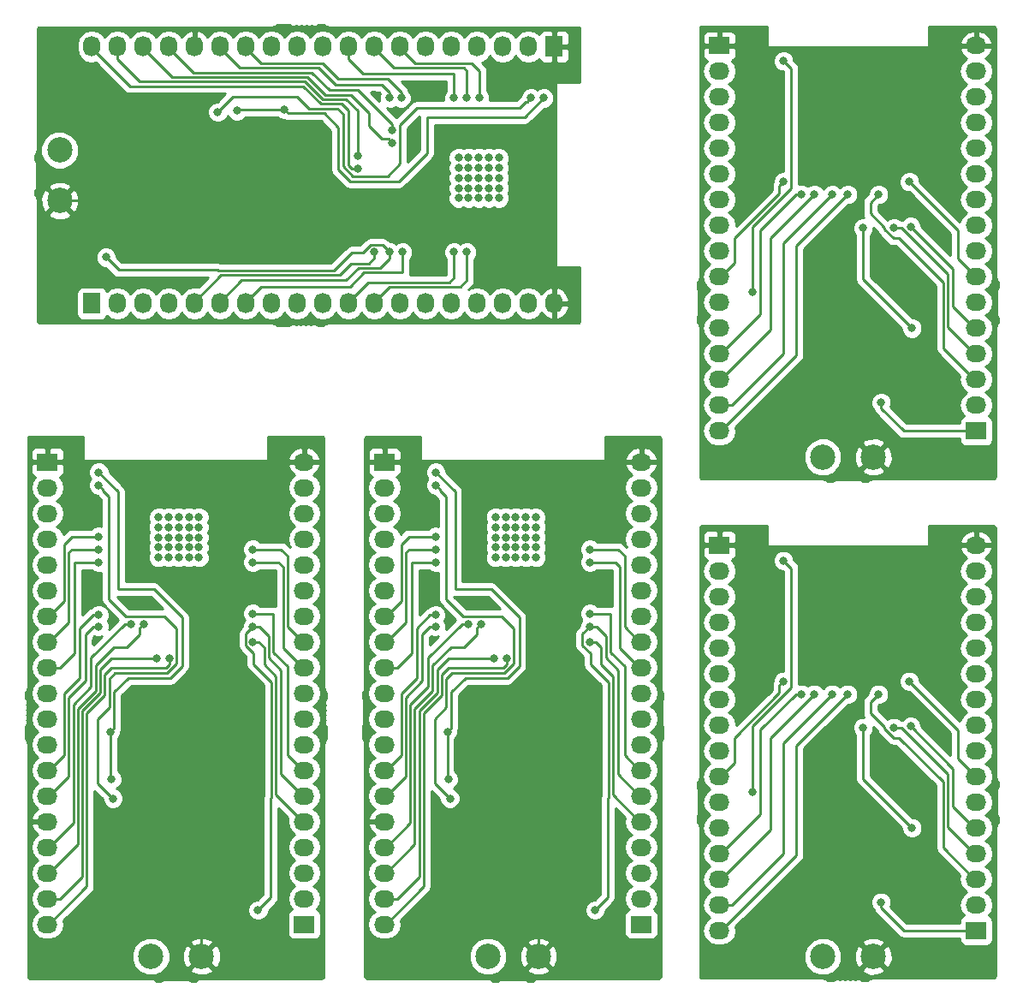
<source format=gbl>
G04 #@! TF.FileFunction,Copper,L2,Bot,Signal*
%FSLAX46Y46*%
G04 Gerber Fmt 4.6, Leading zero omitted, Abs format (unit mm)*
G04 Created by KiCad (PCBNEW no-vcs-found-undefined) date Sun Nov  6 11:42:32 2016*
%MOMM*%
%LPD*%
G01*
G04 APERTURE LIST*
%ADD10C,0.100000*%
%ADD11R,2.032000X1.727200*%
%ADD12O,2.032000X1.727200*%
%ADD13C,0.600000*%
%ADD14C,0.800000*%
%ADD15C,2.500000*%
%ADD16R,1.727200X2.032000*%
%ADD17O,1.727200X2.032000*%
%ADD18C,0.250000*%
%ADD19C,0.254000*%
G04 APERTURE END LIST*
D10*
D11*
X82854800Y-181737000D03*
D12*
X82854800Y-179197000D03*
X82854800Y-176657000D03*
X82854800Y-174117000D03*
X82854800Y-171577000D03*
X82854800Y-169037000D03*
X82854800Y-166497000D03*
X82854800Y-163957000D03*
X82854800Y-161417000D03*
X82854800Y-158877000D03*
X82854800Y-156337000D03*
X82854800Y-153797000D03*
X82854800Y-151257000D03*
X82854800Y-148717000D03*
X82854800Y-146177000D03*
X82854800Y-143637000D03*
X82854800Y-141097000D03*
X82854800Y-138557000D03*
X82854800Y-136017000D03*
X57454800Y-181737000D03*
X57454800Y-179197000D03*
X57454800Y-176657000D03*
X57454800Y-174117000D03*
X57454800Y-171577000D03*
X57454800Y-169037000D03*
X57454800Y-166497000D03*
X57454800Y-163957000D03*
X57454800Y-161417000D03*
X57454800Y-158877000D03*
X57454800Y-156337000D03*
X57454800Y-153797000D03*
X57454800Y-151257000D03*
X57454800Y-148717000D03*
X57454800Y-146177000D03*
X57454800Y-143637000D03*
X57454800Y-141097000D03*
X57454800Y-138557000D03*
D11*
X57454800Y-136017000D03*
D13*
X66751200Y-149834600D03*
X64008000Y-151612600D03*
X62077600Y-153797000D03*
X64109600Y-136220200D03*
X64871600Y-136220200D03*
X65684400Y-136220200D03*
X66497200Y-136220200D03*
X67310000Y-136220200D03*
X68072000Y-136220200D03*
X68884800Y-136220200D03*
X69646800Y-136220200D03*
X70408800Y-136220200D03*
X71170800Y-136220200D03*
X71932800Y-136220200D03*
X72694800Y-136220200D03*
X73456800Y-136220200D03*
X74218800Y-136220200D03*
X74930000Y-136220200D03*
X75692000Y-136220200D03*
X76454000Y-136220200D03*
X77165200Y-136220200D03*
X60401200Y-134594600D03*
X60401200Y-133781800D03*
X79806800Y-133883400D03*
X79806800Y-134645400D03*
D14*
X68441800Y-141473000D03*
X68441800Y-142473000D03*
X68441800Y-143473000D03*
X68441800Y-144473000D03*
X68441800Y-145473000D03*
X69441800Y-145473000D03*
X69441800Y-144473000D03*
X69441800Y-143473000D03*
X69441800Y-142473000D03*
X69441800Y-141473000D03*
X71441800Y-141473000D03*
X71441800Y-142473000D03*
X71441800Y-143473000D03*
X71441800Y-144473000D03*
X71441800Y-145473000D03*
X70441800Y-145473000D03*
X70441800Y-144473000D03*
X70441800Y-143473000D03*
X70441800Y-142473000D03*
X70441800Y-141473000D03*
X72441800Y-145473000D03*
X72441800Y-144473000D03*
X72441800Y-143473000D03*
X72441800Y-142473000D03*
X72441800Y-141473000D03*
D15*
X67694800Y-184912000D03*
X72694800Y-184912000D03*
X105812000Y-135517000D03*
X100812000Y-135517000D03*
X105812000Y-184920000D03*
X100812000Y-184920000D03*
X25342000Y-110183000D03*
X25342000Y-105183000D03*
X39370000Y-184912000D03*
X34370000Y-184912000D03*
D14*
X39117000Y-141473000D03*
X39117000Y-142473000D03*
X39117000Y-143473000D03*
X39117000Y-144473000D03*
X39117000Y-145473000D03*
X37117000Y-141473000D03*
X37117000Y-142473000D03*
X37117000Y-143473000D03*
X37117000Y-144473000D03*
X37117000Y-145473000D03*
X38117000Y-145473000D03*
X38117000Y-144473000D03*
X38117000Y-143473000D03*
X38117000Y-142473000D03*
X38117000Y-141473000D03*
X36117000Y-141473000D03*
X36117000Y-142473000D03*
X36117000Y-143473000D03*
X36117000Y-144473000D03*
X36117000Y-145473000D03*
X35117000Y-145473000D03*
X35117000Y-144473000D03*
X35117000Y-143473000D03*
X35117000Y-142473000D03*
X35117000Y-141473000D03*
X68781000Y-109930000D03*
X67781000Y-109930000D03*
X66781000Y-109930000D03*
X65781000Y-109930000D03*
X64781000Y-109930000D03*
X68781000Y-107930000D03*
X67781000Y-107930000D03*
X66781000Y-107930000D03*
X65781000Y-107930000D03*
X64781000Y-107930000D03*
X64781000Y-108930000D03*
X65781000Y-108930000D03*
X66781000Y-108930000D03*
X67781000Y-108930000D03*
X68781000Y-108930000D03*
X68781000Y-106930000D03*
X67781000Y-106930000D03*
X66781000Y-106930000D03*
X65781000Y-106930000D03*
X64781000Y-106930000D03*
X64781000Y-105930000D03*
X65781000Y-105930000D03*
X66781000Y-105930000D03*
X67781000Y-105930000D03*
X68781000Y-105930000D03*
D13*
X111912400Y-93573600D03*
X94843600Y-93726000D03*
X109118400Y-95504000D03*
X108356400Y-95504000D03*
X107645200Y-95504000D03*
X106832400Y-95504000D03*
X106121200Y-95504000D03*
X105359200Y-95504000D03*
X104597200Y-95504000D03*
X103886000Y-95504000D03*
X103124000Y-95504000D03*
X102362000Y-95504000D03*
X101549200Y-95504000D03*
X100736400Y-95504000D03*
X99923600Y-95504000D03*
X99161600Y-95504000D03*
X98399600Y-95504000D03*
D11*
X90576400Y-94843600D03*
D12*
X90576400Y-97383600D03*
X90576400Y-99923600D03*
X90576400Y-102463600D03*
X90576400Y-105003600D03*
X90576400Y-107543600D03*
X90576400Y-110083600D03*
X90576400Y-112623600D03*
X90576400Y-115163600D03*
X90576400Y-117703600D03*
X90576400Y-120243600D03*
X90576400Y-122783600D03*
X90576400Y-125323600D03*
X90576400Y-127863600D03*
X90576400Y-130403600D03*
X90576400Y-132943600D03*
X115976400Y-94843600D03*
X115976400Y-97383600D03*
X115976400Y-99923600D03*
X115976400Y-102463600D03*
X115976400Y-105003600D03*
X115976400Y-107543600D03*
X115976400Y-110083600D03*
X115976400Y-112623600D03*
X115976400Y-115163600D03*
X115976400Y-117703600D03*
X115976400Y-120243600D03*
X115976400Y-122783600D03*
X115976400Y-125323600D03*
X115976400Y-127863600D03*
X115976400Y-130403600D03*
D11*
X115976400Y-132943600D03*
X115976400Y-182346600D03*
D12*
X115976400Y-179806600D03*
X115976400Y-177266600D03*
X115976400Y-174726600D03*
X115976400Y-172186600D03*
X115976400Y-169646600D03*
X115976400Y-167106600D03*
X115976400Y-164566600D03*
X115976400Y-162026600D03*
X115976400Y-159486600D03*
X115976400Y-156946600D03*
X115976400Y-154406600D03*
X115976400Y-151866600D03*
X115976400Y-149326600D03*
X115976400Y-146786600D03*
X115976400Y-144246600D03*
X90576400Y-182346600D03*
X90576400Y-179806600D03*
X90576400Y-177266600D03*
X90576400Y-174726600D03*
X90576400Y-172186600D03*
X90576400Y-169646600D03*
X90576400Y-167106600D03*
X90576400Y-164566600D03*
X90576400Y-162026600D03*
X90576400Y-159486600D03*
X90576400Y-156946600D03*
X90576400Y-154406600D03*
X90576400Y-151866600D03*
X90576400Y-149326600D03*
X90576400Y-146786600D03*
D11*
X90576400Y-144246600D03*
D13*
X98399600Y-144907000D03*
X99161600Y-144907000D03*
X99923600Y-144907000D03*
X100736400Y-144907000D03*
X101549200Y-144907000D03*
X102362000Y-144907000D03*
X103124000Y-144907000D03*
X103886000Y-144907000D03*
X104597200Y-144907000D03*
X105359200Y-144907000D03*
X106121200Y-144907000D03*
X106832400Y-144907000D03*
X107645200Y-144907000D03*
X108356400Y-144907000D03*
X109118400Y-144907000D03*
X94843600Y-143129000D03*
X111912400Y-142976600D03*
D16*
X28517000Y-120343000D03*
D17*
X31057000Y-120343000D03*
X33597000Y-120343000D03*
X36137000Y-120343000D03*
X38677000Y-120343000D03*
X41217000Y-120343000D03*
X43757000Y-120343000D03*
X46297000Y-120343000D03*
X48837000Y-120343000D03*
X51377000Y-120343000D03*
X53917000Y-120343000D03*
X56457000Y-120343000D03*
X58997000Y-120343000D03*
X61537000Y-120343000D03*
X64077000Y-120343000D03*
X66617000Y-120343000D03*
X69157000Y-120343000D03*
X71697000Y-120343000D03*
X74237000Y-120343000D03*
X28517000Y-94943000D03*
X31057000Y-94943000D03*
X33597000Y-94943000D03*
X36137000Y-94943000D03*
X38677000Y-94943000D03*
X41217000Y-94943000D03*
X43757000Y-94943000D03*
X46297000Y-94943000D03*
X48837000Y-94943000D03*
X51377000Y-94943000D03*
X53917000Y-94943000D03*
X56457000Y-94943000D03*
X58997000Y-94943000D03*
X61537000Y-94943000D03*
X64077000Y-94943000D03*
X66617000Y-94943000D03*
X69157000Y-94943000D03*
X71697000Y-94943000D03*
D16*
X74237000Y-94943000D03*
D13*
X60419400Y-104239400D03*
X58641400Y-101496200D03*
X56457000Y-99565800D03*
X74033800Y-101597800D03*
X74033800Y-102359800D03*
X74033800Y-103172600D03*
X74033800Y-103985400D03*
X74033800Y-104798200D03*
X74033800Y-105560200D03*
X74033800Y-106373000D03*
X74033800Y-107135000D03*
X74033800Y-107897000D03*
X74033800Y-108659000D03*
X74033800Y-109421000D03*
X74033800Y-110183000D03*
X74033800Y-110945000D03*
X74033800Y-111707000D03*
X74033800Y-112418200D03*
X74033800Y-113180200D03*
X74033800Y-113942200D03*
X74033800Y-114653400D03*
X75659400Y-97889400D03*
X76472200Y-97889400D03*
X76370600Y-117295000D03*
X75608600Y-117295000D03*
X46482000Y-134645400D03*
X46482000Y-133883400D03*
X27076400Y-133781800D03*
X27076400Y-134594600D03*
X43840400Y-136220200D03*
X43129200Y-136220200D03*
X42367200Y-136220200D03*
X41605200Y-136220200D03*
X40894000Y-136220200D03*
X40132000Y-136220200D03*
X39370000Y-136220200D03*
X38608000Y-136220200D03*
X37846000Y-136220200D03*
X37084000Y-136220200D03*
X36322000Y-136220200D03*
X35560000Y-136220200D03*
X34747200Y-136220200D03*
X33985200Y-136220200D03*
X33172400Y-136220200D03*
X32359600Y-136220200D03*
X31546800Y-136220200D03*
X30784800Y-136220200D03*
X28752800Y-153797000D03*
X30683200Y-151612600D03*
X33426400Y-149834600D03*
D11*
X24130000Y-136017000D03*
D12*
X24130000Y-138557000D03*
X24130000Y-141097000D03*
X24130000Y-143637000D03*
X24130000Y-146177000D03*
X24130000Y-148717000D03*
X24130000Y-151257000D03*
X24130000Y-153797000D03*
X24130000Y-156337000D03*
X24130000Y-158877000D03*
X24130000Y-161417000D03*
X24130000Y-163957000D03*
X24130000Y-166497000D03*
X24130000Y-169037000D03*
X24130000Y-171577000D03*
X24130000Y-174117000D03*
X24130000Y-176657000D03*
X24130000Y-179197000D03*
X24130000Y-181737000D03*
X49530000Y-136017000D03*
X49530000Y-138557000D03*
X49530000Y-141097000D03*
X49530000Y-143637000D03*
X49530000Y-146177000D03*
X49530000Y-148717000D03*
X49530000Y-151257000D03*
X49530000Y-153797000D03*
X49530000Y-156337000D03*
X49530000Y-158877000D03*
X49530000Y-161417000D03*
X49530000Y-163957000D03*
X49530000Y-166497000D03*
X49530000Y-169037000D03*
X49530000Y-171577000D03*
X49530000Y-174117000D03*
X49530000Y-176657000D03*
X49530000Y-179197000D03*
D11*
X49530000Y-181737000D03*
D14*
X62585600Y-180467000D03*
X101752400Y-115417600D03*
X95656400Y-131927600D03*
X95656400Y-181330600D03*
X101752400Y-164820600D03*
X29787000Y-100073800D03*
X29260800Y-180467000D03*
X62534800Y-137033000D03*
X63677800Y-162687000D03*
X63804800Y-167386000D03*
X73221000Y-100023000D03*
X47567000Y-101166000D03*
X42868000Y-101293000D03*
X30480000Y-167386000D03*
X30353000Y-162687000D03*
X29210000Y-137033000D03*
X62534800Y-138303000D03*
X63931800Y-169291000D03*
X71951000Y-100023000D03*
X40963000Y-101420000D03*
X30607000Y-169291000D03*
X29210000Y-138303000D03*
X62534800Y-143383000D03*
X66871000Y-100023000D03*
X29210000Y-143383000D03*
X62534798Y-144653000D03*
X65601000Y-100022998D03*
X29209998Y-144653000D03*
X62534800Y-145923000D03*
X64331000Y-100023000D03*
X29210000Y-145923000D03*
X62534800Y-151130000D03*
X59124000Y-100023000D03*
X29210000Y-151130000D03*
X62534800Y-152273000D03*
X57981000Y-100023000D03*
X29210000Y-152273000D03*
X65709800Y-152019000D03*
X58235000Y-103198000D03*
X32385000Y-152019000D03*
X66979800Y-152019000D03*
X58235000Y-104468000D03*
X33655000Y-152019000D03*
X68249800Y-155448000D03*
X54806000Y-105738000D03*
X34925000Y-155448000D03*
X69519800Y-155448000D03*
X54806000Y-107008000D03*
X36195000Y-155448000D03*
X77774800Y-144653000D03*
X65601000Y-115263000D03*
X44450000Y-144653000D03*
X77774800Y-145923000D03*
X64331000Y-115263000D03*
X44450000Y-145923000D03*
X77774800Y-151003000D03*
X59251000Y-115263000D03*
X44450000Y-151003000D03*
X77774800Y-152273000D03*
X78282800Y-180340000D03*
X57981000Y-115263000D03*
X29914000Y-115771000D03*
X44958000Y-180340000D03*
X44450000Y-152273000D03*
X77774800Y-153797000D03*
X56457000Y-115263000D03*
X44450000Y-153797000D03*
X93878400Y-119227600D03*
X96926400Y-96367600D03*
X96926400Y-145770600D03*
X93878400Y-168630600D03*
X96926400Y-108305600D03*
X96926400Y-157708600D03*
X98704400Y-109575600D03*
X98704400Y-158978600D03*
X99974400Y-109575600D03*
X99974400Y-158978600D03*
X101752400Y-109575600D03*
X101752400Y-158978600D03*
X103276400Y-109575600D03*
X103276400Y-158978600D03*
X106578400Y-130149600D03*
X106578400Y-179552600D03*
X109372400Y-108305600D03*
X109372400Y-157708600D03*
X109504060Y-112745940D03*
X109504060Y-162148940D03*
X107848400Y-112877600D03*
X107848400Y-162280600D03*
X106324400Y-109575600D03*
X106324400Y-158978600D03*
X109631060Y-122788260D03*
X104800400Y-112877600D03*
X104800400Y-162280600D03*
X109631060Y-172191260D03*
D18*
X72694800Y-183144234D02*
X70068366Y-180517800D01*
X72694800Y-184912000D02*
X72694800Y-183144234D01*
X62636400Y-180517800D02*
X62585600Y-180467000D01*
X70068366Y-180517800D02*
X62636400Y-180517800D01*
X100736400Y-130443600D02*
X99466400Y-130443600D01*
X99466400Y-130443600D02*
X97648400Y-130443600D01*
X99466400Y-116687600D02*
X99466400Y-130443600D01*
X100736400Y-115417600D02*
X99466400Y-116687600D01*
X101752400Y-115417600D02*
X100736400Y-115417600D01*
X97648400Y-130443600D02*
X96164400Y-131927600D01*
X96164400Y-131927600D02*
X95656400Y-131927600D01*
X100736400Y-130443600D02*
X105776400Y-135483600D01*
X100736400Y-179846600D02*
X105776400Y-184886600D01*
X96164400Y-181330600D02*
X95656400Y-181330600D01*
X97648400Y-179846600D02*
X96164400Y-181330600D01*
X101752400Y-164820600D02*
X100736400Y-164820600D01*
X100736400Y-164820600D02*
X99466400Y-166090600D01*
X99466400Y-166090600D02*
X99466400Y-179846600D01*
X99466400Y-179846600D02*
X97648400Y-179846600D01*
X100736400Y-179846600D02*
X99466400Y-179846600D01*
X27109766Y-110183000D02*
X29736200Y-107556566D01*
X25342000Y-110183000D02*
X27109766Y-110183000D01*
X29736200Y-100124600D02*
X29787000Y-100073800D01*
X29736200Y-107556566D02*
X29736200Y-100124600D01*
X36743566Y-180517800D02*
X29311600Y-180517800D01*
X29311600Y-180517800D02*
X29260800Y-180467000D01*
X39370000Y-184912000D02*
X39370000Y-183144234D01*
X39370000Y-183144234D02*
X36743566Y-180517800D01*
X63677800Y-162687000D02*
X63677800Y-163252685D01*
X63677800Y-167259000D02*
X63804800Y-167386000D01*
X63677800Y-163252685D02*
X63677800Y-167259000D01*
X64058800Y-162306000D02*
X63677800Y-162687000D01*
X64058800Y-158750000D02*
X64058800Y-162306000D01*
X65455800Y-157353000D02*
X64058800Y-158750000D01*
X69646800Y-157353000D02*
X65455800Y-157353000D01*
X70789800Y-156210000D02*
X69646800Y-157353000D01*
X64439800Y-138938000D02*
X64439800Y-148590000D01*
X70789800Y-151384000D02*
X70789800Y-156210000D01*
X67995800Y-148590000D02*
X70789800Y-151384000D01*
X64439800Y-148590000D02*
X67995800Y-148590000D01*
X62534800Y-137033000D02*
X64439800Y-138938000D01*
X47567000Y-101166000D02*
X47001315Y-101166000D01*
X42995000Y-101166000D02*
X42868000Y-101293000D01*
X47001315Y-101166000D02*
X42995000Y-101166000D01*
X47948000Y-101547000D02*
X47567000Y-101166000D01*
X51504000Y-101547000D02*
X47948000Y-101547000D01*
X52901000Y-102944000D02*
X51504000Y-101547000D01*
X52901000Y-107135000D02*
X52901000Y-102944000D01*
X54044000Y-108278000D02*
X52901000Y-107135000D01*
X71316000Y-101928000D02*
X61664000Y-101928000D01*
X58870000Y-108278000D02*
X54044000Y-108278000D01*
X61664000Y-105484000D02*
X58870000Y-108278000D01*
X61664000Y-101928000D02*
X61664000Y-105484000D01*
X73221000Y-100023000D02*
X71316000Y-101928000D01*
X29210000Y-137033000D02*
X31115000Y-138938000D01*
X31115000Y-148590000D02*
X34671000Y-148590000D01*
X34671000Y-148590000D02*
X37465000Y-151384000D01*
X37465000Y-151384000D02*
X37465000Y-156210000D01*
X31115000Y-138938000D02*
X31115000Y-148590000D01*
X37465000Y-156210000D02*
X36322000Y-157353000D01*
X36322000Y-157353000D02*
X32131000Y-157353000D01*
X32131000Y-157353000D02*
X30734000Y-158750000D01*
X30734000Y-158750000D02*
X30734000Y-162306000D01*
X30734000Y-162306000D02*
X30353000Y-162687000D01*
X30353000Y-163252685D02*
X30353000Y-167259000D01*
X30353000Y-167259000D02*
X30480000Y-167386000D01*
X30353000Y-162687000D02*
X30353000Y-163252685D01*
X62534800Y-138303000D02*
X62934799Y-138702999D01*
X62934799Y-138829999D02*
X63550800Y-139446000D01*
X62934799Y-138702999D02*
X62934799Y-138829999D01*
X63550800Y-139446000D02*
X63550800Y-149606000D01*
X65238799Y-151293999D02*
X67397799Y-151293999D01*
X63550800Y-149606000D02*
X65238799Y-151293999D01*
X67397799Y-151293999D02*
X69048799Y-151293999D01*
X63572838Y-160251962D02*
X62407800Y-161417000D01*
X63572838Y-157457962D02*
X63572838Y-160251962D01*
X64127810Y-156902990D02*
X63572838Y-157457962D01*
X69266905Y-156902990D02*
X64127810Y-156902990D01*
X70244801Y-155925094D02*
X69266905Y-156902990D01*
X70244801Y-152490001D02*
X70244801Y-155925094D01*
X69048799Y-151293999D02*
X70244801Y-152490001D01*
X62407800Y-167767000D02*
X63931800Y-169291000D01*
X62407800Y-161417000D02*
X62407800Y-167767000D01*
X71951000Y-100023000D02*
X71551001Y-100422999D01*
X71424001Y-100422999D02*
X70808000Y-101039000D01*
X71551001Y-100422999D02*
X71424001Y-100422999D01*
X70808000Y-101039000D02*
X60648000Y-101039000D01*
X58960001Y-102726999D02*
X58960001Y-104885999D01*
X60648000Y-101039000D02*
X58960001Y-102726999D01*
X58960001Y-104885999D02*
X58960001Y-106536999D01*
X50002038Y-101061038D02*
X48837000Y-99896000D01*
X52796038Y-101061038D02*
X50002038Y-101061038D01*
X53351010Y-101616010D02*
X52796038Y-101061038D01*
X53351010Y-106755105D02*
X53351010Y-101616010D01*
X54328906Y-107733001D02*
X53351010Y-106755105D01*
X57763999Y-107733001D02*
X54328906Y-107733001D01*
X58960001Y-106536999D02*
X57763999Y-107733001D01*
X42487000Y-99896000D02*
X40963000Y-101420000D01*
X48837000Y-99896000D02*
X42487000Y-99896000D01*
X29083000Y-161417000D02*
X29083000Y-167767000D01*
X29083000Y-167767000D02*
X30607000Y-169291000D01*
X35723999Y-151293999D02*
X36920001Y-152490001D01*
X36920001Y-152490001D02*
X36920001Y-155925094D01*
X36920001Y-155925094D02*
X35942105Y-156902990D01*
X35942105Y-156902990D02*
X30803010Y-156902990D01*
X30803010Y-156902990D02*
X30248038Y-157457962D01*
X30248038Y-157457962D02*
X30248038Y-160251962D01*
X30248038Y-160251962D02*
X29083000Y-161417000D01*
X34072999Y-151293999D02*
X35723999Y-151293999D01*
X30226000Y-149606000D02*
X31913999Y-151293999D01*
X31913999Y-151293999D02*
X34072999Y-151293999D01*
X30226000Y-139446000D02*
X30226000Y-149606000D01*
X29609999Y-138702999D02*
X29609999Y-138829999D01*
X29609999Y-138829999D02*
X30226000Y-139446000D01*
X29210000Y-138303000D02*
X29609999Y-138702999D01*
X57607200Y-151257000D02*
X57454800Y-151257000D01*
X59105800Y-149758400D02*
X57607200Y-151257000D01*
X59105800Y-144145000D02*
X59105800Y-149758400D01*
X59867800Y-143383000D02*
X59105800Y-144145000D01*
X62534800Y-143383000D02*
X59867800Y-143383000D01*
X58997000Y-95095400D02*
X58997000Y-94943000D01*
X60495600Y-96594000D02*
X58997000Y-95095400D01*
X66109000Y-96594000D02*
X60495600Y-96594000D01*
X66871000Y-97356000D02*
X66109000Y-96594000D01*
X66871000Y-100023000D02*
X66871000Y-97356000D01*
X29210000Y-143383000D02*
X26543000Y-143383000D01*
X26543000Y-143383000D02*
X25781000Y-144145000D01*
X25781000Y-144145000D02*
X25781000Y-149758400D01*
X25781000Y-149758400D02*
X24282400Y-151257000D01*
X24282400Y-151257000D02*
X24130000Y-151257000D01*
X57454800Y-153797000D02*
X57607200Y-153797000D01*
X57607200Y-153797000D02*
X59555810Y-151848390D01*
X59555810Y-151848390D02*
X59555810Y-144964990D01*
X59555810Y-144964990D02*
X59867800Y-144653000D01*
X59867800Y-144653000D02*
X61969113Y-144653000D01*
X61969113Y-144653000D02*
X62534798Y-144653000D01*
X56457000Y-94943000D02*
X56457000Y-95095400D01*
X56457000Y-95095400D02*
X58405610Y-97044010D01*
X58405610Y-97044010D02*
X65289010Y-97044010D01*
X65289010Y-97044010D02*
X65601000Y-97356000D01*
X65601000Y-97356000D02*
X65601000Y-99457313D01*
X65601000Y-99457313D02*
X65601000Y-100022998D01*
X28644313Y-144653000D02*
X29209998Y-144653000D01*
X26543000Y-144653000D02*
X28644313Y-144653000D01*
X26231010Y-144964990D02*
X26543000Y-144653000D01*
X26231010Y-151848390D02*
X26231010Y-144964990D01*
X24282400Y-153797000D02*
X26231010Y-151848390D01*
X24130000Y-153797000D02*
X24282400Y-153797000D01*
X58720800Y-156337000D02*
X57454800Y-156337000D01*
X60132820Y-154924980D02*
X58720800Y-156337000D01*
X60132820Y-145923000D02*
X60132820Y-154924980D01*
X62534800Y-145923000D02*
X60132820Y-145923000D01*
X53917000Y-96209000D02*
X53917000Y-94943000D01*
X55329020Y-97621020D02*
X53917000Y-96209000D01*
X64331000Y-97621020D02*
X55329020Y-97621020D01*
X64331000Y-100023000D02*
X64331000Y-97621020D01*
X29210000Y-145923000D02*
X26808020Y-145923000D01*
X26808020Y-145923000D02*
X26808020Y-154924980D01*
X26808020Y-154924980D02*
X25396000Y-156337000D01*
X25396000Y-156337000D02*
X24130000Y-156337000D01*
X57607200Y-158877000D02*
X57454800Y-158877000D01*
X51377000Y-95095400D02*
X51377000Y-94943000D01*
X24282400Y-158877000D02*
X24130000Y-158877000D01*
X57607200Y-161417000D02*
X57454800Y-161417000D01*
X48837000Y-95095400D02*
X48837000Y-94943000D01*
X24282400Y-161417000D02*
X24130000Y-161417000D01*
X57607200Y-166497000D02*
X57454800Y-166497000D01*
X59105800Y-158877000D02*
X59105800Y-164998400D01*
X60629800Y-152469315D02*
X60629800Y-157353000D01*
X59105800Y-164998400D02*
X57607200Y-166497000D01*
X61969115Y-151130000D02*
X60629800Y-152469315D01*
X60629800Y-157353000D02*
X59105800Y-158877000D01*
X62534800Y-151130000D02*
X61969115Y-151130000D01*
X43757000Y-95095400D02*
X43757000Y-94943000D01*
X51377000Y-96594000D02*
X45255600Y-96594000D01*
X57784685Y-98118000D02*
X52901000Y-98118000D01*
X45255600Y-96594000D02*
X43757000Y-95095400D01*
X59124000Y-99457315D02*
X57784685Y-98118000D01*
X52901000Y-98118000D02*
X51377000Y-96594000D01*
X59124000Y-100023000D02*
X59124000Y-99457315D01*
X29210000Y-151130000D02*
X28644315Y-151130000D01*
X27305000Y-157353000D02*
X25781000Y-158877000D01*
X28644315Y-151130000D02*
X27305000Y-152469315D01*
X25781000Y-164998400D02*
X24282400Y-166497000D01*
X27305000Y-152469315D02*
X27305000Y-157353000D01*
X25781000Y-158877000D02*
X25781000Y-164998400D01*
X24282400Y-166497000D02*
X24130000Y-166497000D01*
X57607200Y-169037000D02*
X57454800Y-169037000D01*
X59555810Y-167088390D02*
X57607200Y-169037000D01*
X59555810Y-159315990D02*
X59555810Y-167088390D01*
X61207115Y-157664685D02*
X59555810Y-159315990D01*
X61207115Y-153035000D02*
X61207115Y-157664685D01*
X61969115Y-152273000D02*
X61207115Y-153035000D01*
X62534800Y-152273000D02*
X61969115Y-152273000D01*
X41217000Y-95095400D02*
X41217000Y-94943000D01*
X43165610Y-97044010D02*
X41217000Y-95095400D01*
X50938010Y-97044010D02*
X43165610Y-97044010D01*
X52589315Y-98695315D02*
X50938010Y-97044010D01*
X57219000Y-98695315D02*
X52589315Y-98695315D01*
X57981000Y-99457315D02*
X57219000Y-98695315D01*
X57981000Y-100023000D02*
X57981000Y-99457315D01*
X29210000Y-152273000D02*
X28644315Y-152273000D01*
X28644315Y-152273000D02*
X27882315Y-153035000D01*
X27882315Y-153035000D02*
X27882315Y-157664685D01*
X27882315Y-157664685D02*
X26231010Y-159315990D01*
X26231010Y-159315990D02*
X26231010Y-167088390D01*
X26231010Y-167088390D02*
X24282400Y-169037000D01*
X24282400Y-169037000D02*
X24130000Y-169037000D01*
X57607200Y-174117000D02*
X57454800Y-174117000D01*
X60005820Y-171718380D02*
X57607200Y-174117000D01*
X60005820Y-160008980D02*
X60005820Y-171718380D01*
X61772800Y-158242000D02*
X60005820Y-160008980D01*
X61772800Y-155390315D02*
X61772800Y-158242000D01*
X65144115Y-152019000D02*
X61772800Y-155390315D01*
X65709800Y-152019000D02*
X65144115Y-152019000D01*
X36137000Y-95095400D02*
X36137000Y-94943000D01*
X38535620Y-97494020D02*
X36137000Y-95095400D01*
X50245020Y-97494020D02*
X38535620Y-97494020D01*
X52012000Y-99261000D02*
X50245020Y-97494020D01*
X54863685Y-99261000D02*
X52012000Y-99261000D01*
X58235000Y-102632315D02*
X54863685Y-99261000D01*
X58235000Y-103198000D02*
X58235000Y-102632315D01*
X32385000Y-152019000D02*
X31819315Y-152019000D01*
X31819315Y-152019000D02*
X28448000Y-155390315D01*
X28448000Y-155390315D02*
X28448000Y-158242000D01*
X28448000Y-158242000D02*
X26681020Y-160008980D01*
X26681020Y-160008980D02*
X26681020Y-171718380D01*
X26681020Y-171718380D02*
X24282400Y-174117000D01*
X24282400Y-174117000D02*
X24130000Y-174117000D01*
X66579801Y-152418999D02*
X66579801Y-153053999D01*
X66979800Y-152019000D02*
X66579801Y-152418999D01*
X65328800Y-154305000D02*
X64058800Y-154305000D01*
X66579801Y-153053999D02*
X65328800Y-154305000D01*
X62222810Y-156140990D02*
X62222810Y-158680990D01*
X64058800Y-154305000D02*
X62222810Y-156140990D01*
X62222810Y-158680990D02*
X60455830Y-160447970D01*
X57607200Y-176657000D02*
X57454800Y-176657000D01*
X60455830Y-173808370D02*
X57607200Y-176657000D01*
X60455830Y-160447970D02*
X60455830Y-173808370D01*
X57835001Y-104068001D02*
X57200001Y-104068001D01*
X58235000Y-104468000D02*
X57835001Y-104068001D01*
X55949000Y-102817000D02*
X55949000Y-101547000D01*
X57200001Y-104068001D02*
X55949000Y-102817000D01*
X54113010Y-99711010D02*
X51573010Y-99711010D01*
X55949000Y-101547000D02*
X54113010Y-99711010D01*
X51573010Y-99711010D02*
X49806030Y-97944030D01*
X33597000Y-95095400D02*
X33597000Y-94943000D01*
X36445630Y-97944030D02*
X33597000Y-95095400D01*
X49806030Y-97944030D02*
X36445630Y-97944030D01*
X27131030Y-160447970D02*
X27131030Y-173808370D01*
X27131030Y-173808370D02*
X24282400Y-176657000D01*
X24282400Y-176657000D02*
X24130000Y-176657000D01*
X28898010Y-158680990D02*
X27131030Y-160447970D01*
X30734000Y-154305000D02*
X28898010Y-156140990D01*
X28898010Y-156140990D02*
X28898010Y-158680990D01*
X33255001Y-153053999D02*
X32004000Y-154305000D01*
X32004000Y-154305000D02*
X30734000Y-154305000D01*
X33655000Y-152019000D02*
X33255001Y-152418999D01*
X33255001Y-152418999D02*
X33255001Y-153053999D01*
X58720800Y-179197000D02*
X57454800Y-179197000D01*
X60905840Y-177011960D02*
X58720800Y-179197000D01*
X60905840Y-160634370D02*
X60905840Y-177011960D01*
X62672819Y-158867391D02*
X60905840Y-160634370D01*
X62672820Y-156579980D02*
X62672819Y-158867391D01*
X63804800Y-155448000D02*
X62672820Y-156579980D01*
X68249800Y-155448000D02*
X63804800Y-155448000D01*
X31057000Y-96209000D02*
X31057000Y-94943000D01*
X33242040Y-98394040D02*
X31057000Y-96209000D01*
X49619630Y-98394040D02*
X33242040Y-98394040D01*
X51386609Y-100161019D02*
X49619630Y-98394040D01*
X53674020Y-100161020D02*
X51386609Y-100161019D01*
X54806000Y-101293000D02*
X53674020Y-100161020D01*
X54806000Y-105738000D02*
X54806000Y-101293000D01*
X34925000Y-155448000D02*
X30480000Y-155448000D01*
X30480000Y-155448000D02*
X29348020Y-156579980D01*
X29348020Y-156579980D02*
X29348019Y-158867391D01*
X29348019Y-158867391D02*
X27581040Y-160634370D01*
X27581040Y-160634370D02*
X27581040Y-177011960D01*
X27581040Y-177011960D02*
X25396000Y-179197000D01*
X25396000Y-179197000D02*
X24130000Y-179197000D01*
X69519800Y-156013685D02*
X69196485Y-156337000D01*
X69519800Y-155448000D02*
X69519800Y-156013685D01*
X69196485Y-156337000D02*
X63804800Y-156337000D01*
X63122829Y-157018971D02*
X63122828Y-159053792D01*
X63804800Y-156337000D02*
X63122829Y-157018971D01*
X63122828Y-159053792D02*
X61355850Y-160820770D01*
X57607200Y-181737000D02*
X57454800Y-181737000D01*
X61355850Y-177988350D02*
X57607200Y-181737000D01*
X61355850Y-160820770D02*
X61355850Y-177988350D01*
X54240315Y-107008000D02*
X53917000Y-106684685D01*
X54806000Y-107008000D02*
X54240315Y-107008000D01*
X53917000Y-106684685D02*
X53917000Y-101293000D01*
X53235029Y-100611029D02*
X51200208Y-100611028D01*
X53917000Y-101293000D02*
X53235029Y-100611029D01*
X51200208Y-100611028D02*
X49433230Y-98844050D01*
X28517000Y-95095400D02*
X28517000Y-94943000D01*
X32265650Y-98844050D02*
X28517000Y-95095400D01*
X49433230Y-98844050D02*
X32265650Y-98844050D01*
X28031050Y-160820770D02*
X28031050Y-177988350D01*
X28031050Y-177988350D02*
X24282400Y-181737000D01*
X24282400Y-181737000D02*
X24130000Y-181737000D01*
X29798028Y-159053792D02*
X28031050Y-160820770D01*
X30480000Y-156337000D02*
X29798029Y-157018971D01*
X29798029Y-157018971D02*
X29798028Y-159053792D01*
X35871685Y-156337000D02*
X30480000Y-156337000D01*
X36195000Y-155448000D02*
X36195000Y-156013685D01*
X36195000Y-156013685D02*
X35871685Y-156337000D01*
X82702400Y-153797000D02*
X82854800Y-153797000D01*
X81203800Y-152298400D02*
X82702400Y-153797000D01*
X81203800Y-145288000D02*
X81203800Y-152298400D01*
X80568800Y-144653000D02*
X81203800Y-145288000D01*
X77774800Y-144653000D02*
X80568800Y-144653000D01*
X56457000Y-120190600D02*
X56457000Y-120343000D01*
X57955600Y-118692000D02*
X56457000Y-120190600D01*
X64966000Y-118692000D02*
X57955600Y-118692000D01*
X65601000Y-118057000D02*
X64966000Y-118692000D01*
X65601000Y-115263000D02*
X65601000Y-118057000D01*
X44450000Y-144653000D02*
X47244000Y-144653000D01*
X47244000Y-144653000D02*
X47879000Y-145288000D01*
X47879000Y-145288000D02*
X47879000Y-152298400D01*
X47879000Y-152298400D02*
X49377600Y-153797000D01*
X49377600Y-153797000D02*
X49530000Y-153797000D01*
X77774800Y-145923000D02*
X80314800Y-145923000D01*
X80314800Y-145923000D02*
X80753790Y-146361990D01*
X80753790Y-154388390D02*
X82702400Y-156337000D01*
X82702400Y-156337000D02*
X82854800Y-156337000D01*
X80753790Y-146361990D02*
X80753790Y-154388390D01*
X64331000Y-115263000D02*
X64331000Y-117803000D01*
X64331000Y-117803000D02*
X63892010Y-118241990D01*
X55865610Y-118241990D02*
X53917000Y-120190600D01*
X53917000Y-120190600D02*
X53917000Y-120343000D01*
X63892010Y-118241990D02*
X55865610Y-118241990D01*
X47428990Y-146361990D02*
X47428990Y-154388390D01*
X49377600Y-156337000D02*
X49530000Y-156337000D01*
X47428990Y-154388390D02*
X49377600Y-156337000D01*
X46990000Y-145923000D02*
X47428990Y-146361990D01*
X44450000Y-145923000D02*
X46990000Y-145923000D01*
X77774800Y-151003000D02*
X79806800Y-151003000D01*
X79806800Y-151003000D02*
X79806800Y-154813000D01*
X79806800Y-154813000D02*
X81203800Y-156210000D01*
X82702400Y-166497000D02*
X82854800Y-166497000D01*
X81203800Y-164998400D02*
X82702400Y-166497000D01*
X81203800Y-156210000D02*
X81203800Y-164998400D01*
X59251000Y-115263000D02*
X59251000Y-117295000D01*
X59251000Y-117295000D02*
X55441000Y-117295000D01*
X55441000Y-117295000D02*
X54044000Y-118692000D01*
X43757000Y-120190600D02*
X43757000Y-120343000D01*
X45255600Y-118692000D02*
X43757000Y-120190600D01*
X54044000Y-118692000D02*
X45255600Y-118692000D01*
X47879000Y-156210000D02*
X47879000Y-164998400D01*
X47879000Y-164998400D02*
X49377600Y-166497000D01*
X49377600Y-166497000D02*
X49530000Y-166497000D01*
X46482000Y-154813000D02*
X47879000Y-156210000D01*
X46482000Y-151003000D02*
X46482000Y-154813000D01*
X44450000Y-151003000D02*
X46482000Y-151003000D01*
X82702400Y-169037000D02*
X82854800Y-169037000D01*
X80568800Y-166903400D02*
X82702400Y-169037000D01*
X80568800Y-156591000D02*
X80568800Y-166903400D01*
X79356790Y-155378990D02*
X80568800Y-156591000D01*
X79356790Y-153219990D02*
X79356790Y-155378990D01*
X78409800Y-152273000D02*
X79356790Y-153219990D01*
X77774800Y-152273000D02*
X78409800Y-152273000D01*
X77049799Y-154145001D02*
X77844798Y-154940000D01*
X77049799Y-152998001D02*
X77049799Y-154145001D01*
X77774800Y-152273000D02*
X77049799Y-152998001D01*
X77844798Y-154940000D02*
X77844798Y-156025998D01*
X79610790Y-157791990D02*
X79610790Y-169221990D01*
X77844798Y-156025998D02*
X79610790Y-157791990D01*
X79610790Y-169221990D02*
X79552800Y-169279980D01*
X79552800Y-179070000D02*
X78282800Y-180340000D01*
X79552800Y-169279980D02*
X79552800Y-179070000D01*
X41217000Y-120190600D02*
X41217000Y-120343000D01*
X43350600Y-118057000D02*
X41217000Y-120190600D01*
X53663000Y-118057000D02*
X43350600Y-118057000D01*
X54875010Y-116844990D02*
X53663000Y-118057000D01*
X57034010Y-116844990D02*
X54875010Y-116844990D01*
X57981000Y-115898000D02*
X57034010Y-116844990D01*
X57981000Y-115263000D02*
X57981000Y-115898000D01*
X56108999Y-114537999D02*
X55314000Y-115332998D01*
X57255999Y-114537999D02*
X56108999Y-114537999D01*
X57981000Y-115263000D02*
X57255999Y-114537999D01*
X55314000Y-115332998D02*
X54228002Y-115332998D01*
X52462010Y-117098990D02*
X41032010Y-117098990D01*
X54228002Y-115332998D02*
X52462010Y-117098990D01*
X41032010Y-117098990D02*
X40974020Y-117041000D01*
X31184000Y-117041000D02*
X29914000Y-115771000D01*
X40974020Y-117041000D02*
X31184000Y-117041000D01*
X46228000Y-169279980D02*
X46228000Y-179070000D01*
X46228000Y-179070000D02*
X44958000Y-180340000D01*
X46285990Y-169221990D02*
X46228000Y-169279980D01*
X44519998Y-156025998D02*
X46285990Y-157791990D01*
X46285990Y-157791990D02*
X46285990Y-169221990D01*
X44519998Y-154940000D02*
X44519998Y-156025998D01*
X44450000Y-152273000D02*
X43724999Y-152998001D01*
X43724999Y-152998001D02*
X43724999Y-154145001D01*
X43724999Y-154145001D02*
X44519998Y-154940000D01*
X44450000Y-152273000D02*
X45085000Y-152273000D01*
X45085000Y-152273000D02*
X46031990Y-153219990D01*
X46031990Y-153219990D02*
X46031990Y-155378990D01*
X46031990Y-155378990D02*
X47244000Y-156591000D01*
X47244000Y-156591000D02*
X47244000Y-166903400D01*
X47244000Y-166903400D02*
X49377600Y-169037000D01*
X49377600Y-169037000D02*
X49530000Y-169037000D01*
X78340485Y-153797000D02*
X78906780Y-154363295D01*
X77774800Y-153797000D02*
X78340485Y-153797000D01*
X78906780Y-154363295D02*
X78906780Y-156071980D01*
X78906780Y-156071980D02*
X80060800Y-157226000D01*
X82702400Y-171577000D02*
X82854800Y-171577000D01*
X80060800Y-168935400D02*
X82702400Y-171577000D01*
X80060800Y-157226000D02*
X80060800Y-168935400D01*
X56457000Y-115828685D02*
X55890705Y-116394980D01*
X56457000Y-115263000D02*
X56457000Y-115828685D01*
X55890705Y-116394980D02*
X54182020Y-116394980D01*
X54182020Y-116394980D02*
X53028000Y-117549000D01*
X38677000Y-120190600D02*
X38677000Y-120343000D01*
X41318600Y-117549000D02*
X38677000Y-120190600D01*
X53028000Y-117549000D02*
X41318600Y-117549000D01*
X46736000Y-157226000D02*
X46736000Y-168935400D01*
X46736000Y-168935400D02*
X49377600Y-171577000D01*
X49377600Y-171577000D02*
X49530000Y-171577000D01*
X45581980Y-156071980D02*
X46736000Y-157226000D01*
X45581980Y-154363295D02*
X45581980Y-156071980D01*
X44450000Y-153797000D02*
X45015685Y-153797000D01*
X45015685Y-153797000D02*
X45581980Y-154363295D01*
X93878400Y-112752010D02*
X93878400Y-119227600D01*
X97688400Y-97129600D02*
X97688400Y-108942010D01*
X97688400Y-108942010D02*
X93878400Y-112752010D01*
X96926400Y-96367600D02*
X97688400Y-97129600D01*
X96926400Y-145770600D02*
X97688400Y-146532600D01*
X97688400Y-158345010D02*
X93878400Y-162155010D01*
X97688400Y-146532600D02*
X97688400Y-158345010D01*
X93878400Y-162155010D02*
X93878400Y-168630600D01*
X96926400Y-108305600D02*
X96526401Y-108705599D01*
X96526401Y-108705599D02*
X96526401Y-109467599D01*
X92100400Y-113893600D02*
X92100400Y-116332000D01*
X96526401Y-109467599D02*
X92100400Y-113893600D01*
X92100400Y-116332000D02*
X90728800Y-117703600D01*
X90728800Y-117703600D02*
X90576400Y-117703600D01*
X90728800Y-167106600D02*
X90576400Y-167106600D01*
X92100400Y-165735000D02*
X90728800Y-167106600D01*
X96526401Y-158870599D02*
X92100400Y-163296600D01*
X92100400Y-163296600D02*
X92100400Y-165735000D01*
X96526401Y-158108599D02*
X96526401Y-158870599D01*
X96926400Y-157708600D02*
X96526401Y-158108599D01*
X94640400Y-113073915D02*
X94640400Y-121412000D01*
X98704400Y-109575600D02*
X98138715Y-109575600D01*
X98138715Y-109575600D02*
X94640400Y-113073915D01*
X94640400Y-121412000D02*
X90728800Y-125323600D01*
X90728800Y-125323600D02*
X90576400Y-125323600D01*
X98138715Y-158978600D02*
X94640400Y-162476915D01*
X98704400Y-158978600D02*
X98138715Y-158978600D01*
X90728800Y-174726600D02*
X90576400Y-174726600D01*
X94640400Y-170815000D02*
X90728800Y-174726600D01*
X94640400Y-162476915D02*
X94640400Y-170815000D01*
X95656400Y-113893600D02*
X95656400Y-122936000D01*
X99974400Y-109575600D02*
X95656400Y-113893600D01*
X95656400Y-122936000D02*
X90728800Y-127863600D01*
X90728800Y-127863600D02*
X90576400Y-127863600D01*
X99974400Y-158978600D02*
X95656400Y-163296600D01*
X90728800Y-177266600D02*
X90576400Y-177266600D01*
X95656400Y-172339000D02*
X90728800Y-177266600D01*
X95656400Y-163296600D02*
X95656400Y-172339000D01*
X96926400Y-114401600D02*
X96926400Y-125319600D01*
X96926400Y-125319600D02*
X91842400Y-130403600D01*
X91842400Y-130403600D02*
X90576400Y-130403600D01*
X101752400Y-109575600D02*
X96926400Y-114401600D01*
X101752400Y-158978600D02*
X96926400Y-163804600D01*
X91842400Y-179806600D02*
X90576400Y-179806600D01*
X96926400Y-174722600D02*
X91842400Y-179806600D01*
X96926400Y-163804600D02*
X96926400Y-174722600D01*
X98196400Y-114655600D02*
X98196400Y-125476000D01*
X98196400Y-125476000D02*
X90728800Y-132943600D01*
X90728800Y-132943600D02*
X90576400Y-132943600D01*
X103276400Y-109575600D02*
X98196400Y-114655600D01*
X103276400Y-158978600D02*
X98196400Y-164058600D01*
X90728800Y-182346600D02*
X90576400Y-182346600D01*
X98196400Y-174879000D02*
X90728800Y-182346600D01*
X98196400Y-164058600D02*
X98196400Y-174879000D01*
X106578400Y-130149600D02*
X106578400Y-130715285D01*
X106578400Y-130715285D02*
X108806715Y-132943600D01*
X108806715Y-132943600D02*
X114710400Y-132943600D01*
X114710400Y-132943600D02*
X115976400Y-132943600D01*
X114710400Y-182346600D02*
X115976400Y-182346600D01*
X108806715Y-182346600D02*
X114710400Y-182346600D01*
X106578400Y-180118285D02*
X108806715Y-182346600D01*
X106578400Y-179552600D02*
X106578400Y-180118285D01*
X109372400Y-108305600D02*
X114198400Y-113131600D01*
X114198400Y-115925600D02*
X115976400Y-117703600D01*
X114198400Y-113131600D02*
X114198400Y-115925600D01*
X114198400Y-162534600D02*
X114198400Y-165328600D01*
X114198400Y-165328600D02*
X115976400Y-167106600D01*
X109372400Y-157708600D02*
X114198400Y-162534600D01*
X113690400Y-120650000D02*
X113690400Y-116932280D01*
X113690400Y-116932280D02*
X109504060Y-112745940D01*
X115976400Y-122783600D02*
X115824000Y-122783600D01*
X115824000Y-122783600D02*
X113690400Y-120650000D01*
X115824000Y-172186600D02*
X113690400Y-170053000D01*
X115976400Y-172186600D02*
X115824000Y-172186600D01*
X113690400Y-166335280D02*
X109504060Y-162148940D01*
X113690400Y-170053000D02*
X113690400Y-166335280D01*
X107848400Y-112877600D02*
X108610400Y-112877600D01*
X108610400Y-112877600D02*
X113182400Y-117449600D01*
X113182400Y-117449600D02*
X113182400Y-122682000D01*
X113182400Y-122682000D02*
X115824000Y-125323600D01*
X115824000Y-125323600D02*
X115976400Y-125323600D01*
X115824000Y-174726600D02*
X115976400Y-174726600D01*
X113182400Y-172085000D02*
X115824000Y-174726600D01*
X113182400Y-166852600D02*
X113182400Y-172085000D01*
X108610400Y-162280600D02*
X113182400Y-166852600D01*
X107848400Y-162280600D02*
X108610400Y-162280600D01*
X106324400Y-109575600D02*
X105525401Y-110374599D01*
X105525401Y-110374599D02*
X105525401Y-111442191D01*
X105525401Y-111442191D02*
X106910800Y-112827590D01*
X115824000Y-127863600D02*
X115976400Y-127863600D01*
X106910800Y-112827590D02*
X106910800Y-113013002D01*
X106910800Y-113013002D02*
X107791398Y-113893600D01*
X107791398Y-113893600D02*
X108356400Y-113893600D01*
X108356400Y-113893600D02*
X112732390Y-118269590D01*
X112732390Y-118269590D02*
X112732390Y-124771990D01*
X112732390Y-124771990D02*
X115824000Y-127863600D01*
X112732390Y-174174990D02*
X115824000Y-177266600D01*
X112732390Y-167672590D02*
X112732390Y-174174990D01*
X108356400Y-163296600D02*
X112732390Y-167672590D01*
X107791398Y-163296600D02*
X108356400Y-163296600D01*
X106910800Y-162416002D02*
X107791398Y-163296600D01*
X106910800Y-162230590D02*
X106910800Y-162416002D01*
X115824000Y-177266600D02*
X115976400Y-177266600D01*
X105525401Y-160845191D02*
X106910800Y-162230590D01*
X105525401Y-159777599D02*
X105525401Y-160845191D01*
X106324400Y-158978600D02*
X105525401Y-159777599D01*
X109626400Y-122529600D02*
X109626400Y-122783600D01*
X104800400Y-117957600D02*
X109626400Y-122783600D01*
X104800400Y-112877600D02*
X104800400Y-117957600D01*
X109626400Y-122783600D02*
X109631060Y-122788260D01*
X109626400Y-172186600D02*
X109631060Y-172191260D01*
X104800400Y-162280600D02*
X104800400Y-167360600D01*
X104800400Y-167360600D02*
X109626400Y-172186600D01*
X109626400Y-171932600D02*
X109626400Y-172186600D01*
D19*
G36*
X27660600Y-135763000D02*
X27670267Y-135811601D01*
X27697797Y-135852803D01*
X27738999Y-135880333D01*
X27787600Y-135890000D01*
X45821600Y-135890000D01*
X45870201Y-135880333D01*
X45911403Y-135852803D01*
X45938933Y-135811601D01*
X45948600Y-135763000D01*
X45948600Y-135657974D01*
X47922642Y-135657974D01*
X48043783Y-135890000D01*
X49403000Y-135890000D01*
X49403000Y-134676076D01*
X49657000Y-134676076D01*
X49657000Y-135890000D01*
X51016217Y-135890000D01*
X51137358Y-135657974D01*
X51134709Y-135642209D01*
X50880732Y-135114964D01*
X50444320Y-134725046D01*
X49891913Y-134531816D01*
X49657000Y-134676076D01*
X49403000Y-134676076D01*
X49168087Y-134531816D01*
X48615680Y-134725046D01*
X48179268Y-135114964D01*
X47925291Y-135642209D01*
X47922642Y-135657974D01*
X45948600Y-135657974D01*
X45948600Y-133473000D01*
X51220836Y-133473000D01*
X51351495Y-133498989D01*
X51388371Y-133523629D01*
X51413011Y-133560505D01*
X51439000Y-133691164D01*
X51439000Y-158267400D01*
X51506367Y-158606075D01*
X51684000Y-158871923D01*
X51684000Y-159337094D01*
X51658897Y-159362153D01*
X51539137Y-159650569D01*
X51538864Y-159962861D01*
X51577875Y-160057276D01*
X51539137Y-160150569D01*
X51538864Y-160462861D01*
X51577875Y-160557276D01*
X51539137Y-160650569D01*
X51538864Y-160962861D01*
X51577875Y-161057276D01*
X51539137Y-161150569D01*
X51538864Y-161462861D01*
X51577875Y-161557276D01*
X51539137Y-161650569D01*
X51538864Y-161962861D01*
X51658121Y-162251486D01*
X51684000Y-162277410D01*
X51684000Y-163352477D01*
X51506367Y-163618325D01*
X51439000Y-163957000D01*
X51439000Y-186856836D01*
X51413011Y-186987495D01*
X51388371Y-187024371D01*
X51351495Y-187049011D01*
X51220836Y-187075000D01*
X39370000Y-187075000D01*
X39031325Y-187142367D01*
X38765477Y-187320000D01*
X38308306Y-187320000D01*
X38283247Y-187294897D01*
X37994831Y-187175137D01*
X37682539Y-187174864D01*
X37588124Y-187213875D01*
X37494831Y-187175137D01*
X37182539Y-187174864D01*
X37088124Y-187213875D01*
X36994831Y-187175137D01*
X36682539Y-187174864D01*
X36588124Y-187213875D01*
X36494831Y-187175137D01*
X36182539Y-187174864D01*
X36088124Y-187213875D01*
X35994831Y-187175137D01*
X35682539Y-187174864D01*
X35393914Y-187294121D01*
X35367990Y-187320000D01*
X34894523Y-187320000D01*
X34628675Y-187142367D01*
X34290000Y-187075000D01*
X22439164Y-187075000D01*
X22308505Y-187049011D01*
X22271629Y-187024371D01*
X22246989Y-186987495D01*
X22221000Y-186856836D01*
X22221000Y-185285305D01*
X32484674Y-185285305D01*
X32771043Y-185978372D01*
X33300839Y-186509093D01*
X33993405Y-186796672D01*
X34743305Y-186797326D01*
X35436372Y-186510957D01*
X35702472Y-186245320D01*
X38216285Y-186245320D01*
X38345533Y-186538123D01*
X39045806Y-186806388D01*
X39795435Y-186786250D01*
X40394467Y-186538123D01*
X40523715Y-186245320D01*
X39370000Y-185091605D01*
X38216285Y-186245320D01*
X35702472Y-186245320D01*
X35967093Y-185981161D01*
X36254672Y-185288595D01*
X36255283Y-184587806D01*
X37475612Y-184587806D01*
X37495750Y-185337435D01*
X37743877Y-185936467D01*
X38036680Y-186065715D01*
X39190395Y-184912000D01*
X39549605Y-184912000D01*
X40703320Y-186065715D01*
X40996123Y-185936467D01*
X41264388Y-185236194D01*
X41244250Y-184486565D01*
X40996123Y-183887533D01*
X40703320Y-183758285D01*
X39549605Y-184912000D01*
X39190395Y-184912000D01*
X38036680Y-183758285D01*
X37743877Y-183887533D01*
X37475612Y-184587806D01*
X36255283Y-184587806D01*
X36255326Y-184538695D01*
X35968957Y-183845628D01*
X35702475Y-183578680D01*
X38216285Y-183578680D01*
X39370000Y-184732395D01*
X40523715Y-183578680D01*
X40394467Y-183285877D01*
X39694194Y-183017612D01*
X38944565Y-183037750D01*
X38345533Y-183285877D01*
X38216285Y-183578680D01*
X35702475Y-183578680D01*
X35439161Y-183314907D01*
X34746595Y-183027328D01*
X33996695Y-183026674D01*
X33303628Y-183313043D01*
X32772907Y-183842839D01*
X32485328Y-184535405D01*
X32484674Y-185285305D01*
X22221000Y-185285305D01*
X22221000Y-163957000D01*
X22153633Y-163618325D01*
X21976000Y-163352477D01*
X21976000Y-162226906D01*
X22001103Y-162201847D01*
X22120863Y-161913431D01*
X22121136Y-161601139D01*
X22082125Y-161506724D01*
X22120863Y-161413431D01*
X22121136Y-161101139D01*
X22082125Y-161006724D01*
X22120863Y-160913431D01*
X22121136Y-160601139D01*
X22082125Y-160506724D01*
X22120863Y-160413431D01*
X22121136Y-160101139D01*
X22082125Y-160006724D01*
X22120863Y-159913431D01*
X22121136Y-159601139D01*
X22001879Y-159312514D01*
X21976000Y-159286590D01*
X21976000Y-158821123D01*
X22153633Y-158555275D01*
X22221000Y-158216600D01*
X22221000Y-138557000D01*
X22446655Y-138557000D01*
X22560729Y-139130489D01*
X22885585Y-139616670D01*
X23200366Y-139827000D01*
X22885585Y-140037330D01*
X22560729Y-140523511D01*
X22446655Y-141097000D01*
X22560729Y-141670489D01*
X22885585Y-142156670D01*
X23200366Y-142367000D01*
X22885585Y-142577330D01*
X22560729Y-143063511D01*
X22446655Y-143637000D01*
X22560729Y-144210489D01*
X22885585Y-144696670D01*
X23200366Y-144907000D01*
X22885585Y-145117330D01*
X22560729Y-145603511D01*
X22446655Y-146177000D01*
X22560729Y-146750489D01*
X22885585Y-147236670D01*
X23200366Y-147447000D01*
X22885585Y-147657330D01*
X22560729Y-148143511D01*
X22446655Y-148717000D01*
X22560729Y-149290489D01*
X22885585Y-149776670D01*
X23200366Y-149987000D01*
X22885585Y-150197330D01*
X22560729Y-150683511D01*
X22446655Y-151257000D01*
X22560729Y-151830489D01*
X22885585Y-152316670D01*
X23200366Y-152527000D01*
X22885585Y-152737330D01*
X22560729Y-153223511D01*
X22446655Y-153797000D01*
X22560729Y-154370489D01*
X22885585Y-154856670D01*
X23200366Y-155067000D01*
X22885585Y-155277330D01*
X22560729Y-155763511D01*
X22446655Y-156337000D01*
X22560729Y-156910489D01*
X22885585Y-157396670D01*
X23200366Y-157607000D01*
X22885585Y-157817330D01*
X22560729Y-158303511D01*
X22446655Y-158877000D01*
X22560729Y-159450489D01*
X22885585Y-159936670D01*
X23200366Y-160147000D01*
X22885585Y-160357330D01*
X22560729Y-160843511D01*
X22446655Y-161417000D01*
X22560729Y-161990489D01*
X22885585Y-162476670D01*
X23200366Y-162687000D01*
X22885585Y-162897330D01*
X22560729Y-163383511D01*
X22446655Y-163957000D01*
X22560729Y-164530489D01*
X22885585Y-165016670D01*
X23200366Y-165227000D01*
X22885585Y-165437330D01*
X22560729Y-165923511D01*
X22446655Y-166497000D01*
X22560729Y-167070489D01*
X22885585Y-167556670D01*
X23200366Y-167767000D01*
X22885585Y-167977330D01*
X22560729Y-168463511D01*
X22446655Y-169037000D01*
X22560729Y-169610489D01*
X22885585Y-170096670D01*
X23195069Y-170303461D01*
X22779268Y-170674964D01*
X22525291Y-171202209D01*
X22522642Y-171217974D01*
X22643783Y-171450000D01*
X24003000Y-171450000D01*
X24003000Y-171430000D01*
X24257000Y-171430000D01*
X24257000Y-171450000D01*
X24277000Y-171450000D01*
X24277000Y-171704000D01*
X24257000Y-171704000D01*
X24257000Y-171724000D01*
X24003000Y-171724000D01*
X24003000Y-171704000D01*
X22643783Y-171704000D01*
X22522642Y-171936026D01*
X22525291Y-171951791D01*
X22779268Y-172479036D01*
X23195069Y-172850539D01*
X22885585Y-173057330D01*
X22560729Y-173543511D01*
X22446655Y-174117000D01*
X22560729Y-174690489D01*
X22885585Y-175176670D01*
X23200366Y-175387000D01*
X22885585Y-175597330D01*
X22560729Y-176083511D01*
X22446655Y-176657000D01*
X22560729Y-177230489D01*
X22885585Y-177716670D01*
X23200366Y-177927000D01*
X22885585Y-178137330D01*
X22560729Y-178623511D01*
X22446655Y-179197000D01*
X22560729Y-179770489D01*
X22885585Y-180256670D01*
X23200366Y-180467000D01*
X22885585Y-180677330D01*
X22560729Y-181163511D01*
X22446655Y-181737000D01*
X22560729Y-182310489D01*
X22885585Y-182796670D01*
X23371766Y-183121526D01*
X23945255Y-183235600D01*
X24314745Y-183235600D01*
X24888234Y-183121526D01*
X25374415Y-182796670D01*
X25699271Y-182310489D01*
X25813345Y-181737000D01*
X25737666Y-181356536D01*
X28568451Y-178525751D01*
X28733198Y-178279189D01*
X28791050Y-177988350D01*
X28791050Y-168549852D01*
X29571965Y-169330767D01*
X29571821Y-169495971D01*
X29729058Y-169876515D01*
X30019954Y-170167919D01*
X30400223Y-170325820D01*
X30811971Y-170326179D01*
X31192515Y-170168942D01*
X31483919Y-169878046D01*
X31641820Y-169497777D01*
X31642179Y-169086029D01*
X31484942Y-168705485D01*
X31194046Y-168414081D01*
X30948705Y-168312207D01*
X31065515Y-168263942D01*
X31356919Y-167973046D01*
X31514820Y-167592777D01*
X31515179Y-167181029D01*
X31357942Y-166800485D01*
X31113000Y-166555115D01*
X31113000Y-163390761D01*
X31229919Y-163274046D01*
X31387820Y-162893777D01*
X31388016Y-162668874D01*
X31436148Y-162596840D01*
X31494000Y-162306000D01*
X31494000Y-159064802D01*
X32445802Y-158113000D01*
X36322000Y-158113000D01*
X36612839Y-158055148D01*
X36859401Y-157890401D01*
X38002401Y-156747401D01*
X38167148Y-156500839D01*
X38225000Y-156210000D01*
X38225000Y-152998001D01*
X42964999Y-152998001D01*
X42964999Y-154145001D01*
X43022851Y-154435840D01*
X43187598Y-154682402D01*
X43759998Y-155254802D01*
X43759998Y-156025998D01*
X43817850Y-156316837D01*
X43982597Y-156563399D01*
X45525990Y-158106792D01*
X45525990Y-168988934D01*
X45525852Y-168989141D01*
X45468000Y-169279980D01*
X45468000Y-178755198D01*
X44918233Y-179304965D01*
X44753029Y-179304821D01*
X44372485Y-179462058D01*
X44081081Y-179752954D01*
X43923180Y-180133223D01*
X43922821Y-180544971D01*
X44080058Y-180925515D01*
X44370954Y-181216919D01*
X44751223Y-181374820D01*
X45162971Y-181375179D01*
X45543515Y-181217942D01*
X45834919Y-180927046D01*
X45992820Y-180546777D01*
X45992966Y-180379836D01*
X46765401Y-179607401D01*
X46930148Y-179360840D01*
X46988000Y-179070000D01*
X46988000Y-170262202D01*
X47922334Y-171196536D01*
X47846655Y-171577000D01*
X47960729Y-172150489D01*
X48285585Y-172636670D01*
X48600366Y-172847000D01*
X48285585Y-173057330D01*
X47960729Y-173543511D01*
X47846655Y-174117000D01*
X47960729Y-174690489D01*
X48285585Y-175176670D01*
X48600366Y-175387000D01*
X48285585Y-175597330D01*
X47960729Y-176083511D01*
X47846655Y-176657000D01*
X47960729Y-177230489D01*
X48285585Y-177716670D01*
X48600366Y-177927000D01*
X48285585Y-178137330D01*
X47960729Y-178623511D01*
X47846655Y-179197000D01*
X47960729Y-179770489D01*
X48285585Y-180256670D01*
X48302566Y-180268016D01*
X48266235Y-180275243D01*
X48056191Y-180415591D01*
X47915843Y-180625635D01*
X47866560Y-180873400D01*
X47866560Y-182600600D01*
X47915843Y-182848365D01*
X48056191Y-183058409D01*
X48266235Y-183198757D01*
X48514000Y-183248040D01*
X50546000Y-183248040D01*
X50793765Y-183198757D01*
X51003809Y-183058409D01*
X51144157Y-182848365D01*
X51193440Y-182600600D01*
X51193440Y-180873400D01*
X51144157Y-180625635D01*
X51003809Y-180415591D01*
X50793765Y-180275243D01*
X50757434Y-180268016D01*
X50774415Y-180256670D01*
X51099271Y-179770489D01*
X51213345Y-179197000D01*
X51099271Y-178623511D01*
X50774415Y-178137330D01*
X50459634Y-177927000D01*
X50774415Y-177716670D01*
X51099271Y-177230489D01*
X51213345Y-176657000D01*
X51099271Y-176083511D01*
X50774415Y-175597330D01*
X50459634Y-175387000D01*
X50774415Y-175176670D01*
X51099271Y-174690489D01*
X51213345Y-174117000D01*
X51099271Y-173543511D01*
X50774415Y-173057330D01*
X50459634Y-172847000D01*
X50774415Y-172636670D01*
X51099271Y-172150489D01*
X51213345Y-171577000D01*
X51099271Y-171003511D01*
X50774415Y-170517330D01*
X50459634Y-170307000D01*
X50774415Y-170096670D01*
X51099271Y-169610489D01*
X51213345Y-169037000D01*
X51099271Y-168463511D01*
X50774415Y-167977330D01*
X50459634Y-167767000D01*
X50774415Y-167556670D01*
X51099271Y-167070489D01*
X51213345Y-166497000D01*
X51099271Y-165923511D01*
X50774415Y-165437330D01*
X50459634Y-165227000D01*
X50774415Y-165016670D01*
X51099271Y-164530489D01*
X51213345Y-163957000D01*
X51099271Y-163383511D01*
X50774415Y-162897330D01*
X50459634Y-162687000D01*
X50774415Y-162476670D01*
X51099271Y-161990489D01*
X51213345Y-161417000D01*
X51099271Y-160843511D01*
X50774415Y-160357330D01*
X50459634Y-160147000D01*
X50774415Y-159936670D01*
X51099271Y-159450489D01*
X51213345Y-158877000D01*
X51099271Y-158303511D01*
X50774415Y-157817330D01*
X50459634Y-157607000D01*
X50774415Y-157396670D01*
X51099271Y-156910489D01*
X51213345Y-156337000D01*
X51099271Y-155763511D01*
X50774415Y-155277330D01*
X50459634Y-155067000D01*
X50774415Y-154856670D01*
X51099271Y-154370489D01*
X51213345Y-153797000D01*
X51099271Y-153223511D01*
X50774415Y-152737330D01*
X50459634Y-152527000D01*
X50774415Y-152316670D01*
X51099271Y-151830489D01*
X51213345Y-151257000D01*
X51099271Y-150683511D01*
X50774415Y-150197330D01*
X50459634Y-149987000D01*
X50774415Y-149776670D01*
X51099271Y-149290489D01*
X51213345Y-148717000D01*
X51099271Y-148143511D01*
X50774415Y-147657330D01*
X50459634Y-147447000D01*
X50774415Y-147236670D01*
X51099271Y-146750489D01*
X51213345Y-146177000D01*
X51099271Y-145603511D01*
X50774415Y-145117330D01*
X50459634Y-144907000D01*
X50774415Y-144696670D01*
X51099271Y-144210489D01*
X51213345Y-143637000D01*
X51099271Y-143063511D01*
X50774415Y-142577330D01*
X50459634Y-142367000D01*
X50774415Y-142156670D01*
X51099271Y-141670489D01*
X51213345Y-141097000D01*
X51099271Y-140523511D01*
X50774415Y-140037330D01*
X50459634Y-139827000D01*
X50774415Y-139616670D01*
X51099271Y-139130489D01*
X51213345Y-138557000D01*
X51099271Y-137983511D01*
X50774415Y-137497330D01*
X50464931Y-137290539D01*
X50880732Y-136919036D01*
X51134709Y-136391791D01*
X51137358Y-136376026D01*
X51016217Y-136144000D01*
X49657000Y-136144000D01*
X49657000Y-136164000D01*
X49403000Y-136164000D01*
X49403000Y-136144000D01*
X48043783Y-136144000D01*
X47922642Y-136376026D01*
X47925291Y-136391791D01*
X48179268Y-136919036D01*
X48595069Y-137290539D01*
X48285585Y-137497330D01*
X47960729Y-137983511D01*
X47846655Y-138557000D01*
X47960729Y-139130489D01*
X48285585Y-139616670D01*
X48600366Y-139827000D01*
X48285585Y-140037330D01*
X47960729Y-140523511D01*
X47846655Y-141097000D01*
X47960729Y-141670489D01*
X48285585Y-142156670D01*
X48600366Y-142367000D01*
X48285585Y-142577330D01*
X47960729Y-143063511D01*
X47846655Y-143637000D01*
X47960729Y-144210489D01*
X48130760Y-144464958D01*
X47781401Y-144115599D01*
X47534839Y-143950852D01*
X47244000Y-143893000D01*
X45153761Y-143893000D01*
X45037046Y-143776081D01*
X44656777Y-143618180D01*
X44245029Y-143617821D01*
X43864485Y-143775058D01*
X43573081Y-144065954D01*
X43415180Y-144446223D01*
X43414821Y-144857971D01*
X43572058Y-145238515D01*
X43621288Y-145287831D01*
X43573081Y-145335954D01*
X43415180Y-145716223D01*
X43414821Y-146127971D01*
X43572058Y-146508515D01*
X43862954Y-146799919D01*
X44243223Y-146957820D01*
X44654971Y-146958179D01*
X45035515Y-146800942D01*
X45153663Y-146683000D01*
X46668990Y-146683000D01*
X46668990Y-150280195D01*
X46482000Y-150243000D01*
X45153761Y-150243000D01*
X45037046Y-150126081D01*
X44656777Y-149968180D01*
X44245029Y-149967821D01*
X43864485Y-150125058D01*
X43573081Y-150415954D01*
X43415180Y-150796223D01*
X43414821Y-151207971D01*
X43572058Y-151588515D01*
X43621288Y-151637831D01*
X43573081Y-151685954D01*
X43415180Y-152066223D01*
X43415034Y-152233164D01*
X43187598Y-152460600D01*
X43022851Y-152707162D01*
X42964999Y-152998001D01*
X38225000Y-152998001D01*
X38225000Y-151384000D01*
X38167148Y-151093161D01*
X38002401Y-150846599D01*
X35208401Y-148052599D01*
X34961839Y-147887852D01*
X34671000Y-147830000D01*
X31875000Y-147830000D01*
X31875000Y-141677971D01*
X34081821Y-141677971D01*
X34203830Y-141973256D01*
X34082180Y-142266223D01*
X34081821Y-142677971D01*
X34203830Y-142973256D01*
X34082180Y-143266223D01*
X34081821Y-143677971D01*
X34203830Y-143973256D01*
X34082180Y-144266223D01*
X34081821Y-144677971D01*
X34203830Y-144973256D01*
X34082180Y-145266223D01*
X34081821Y-145677971D01*
X34239058Y-146058515D01*
X34529954Y-146349919D01*
X34910223Y-146507820D01*
X35321971Y-146508179D01*
X35617256Y-146386170D01*
X35910223Y-146507820D01*
X36321971Y-146508179D01*
X36617256Y-146386170D01*
X36910223Y-146507820D01*
X37321971Y-146508179D01*
X37617256Y-146386170D01*
X37910223Y-146507820D01*
X38321971Y-146508179D01*
X38617256Y-146386170D01*
X38910223Y-146507820D01*
X39321971Y-146508179D01*
X39702515Y-146350942D01*
X39993919Y-146060046D01*
X40151820Y-145679777D01*
X40152179Y-145268029D01*
X40030170Y-144972744D01*
X40151820Y-144679777D01*
X40152179Y-144268029D01*
X40030170Y-143972744D01*
X40151820Y-143679777D01*
X40152179Y-143268029D01*
X40030170Y-142972744D01*
X40151820Y-142679777D01*
X40152179Y-142268029D01*
X40030170Y-141972744D01*
X40151820Y-141679777D01*
X40152179Y-141268029D01*
X39994942Y-140887485D01*
X39704046Y-140596081D01*
X39323777Y-140438180D01*
X38912029Y-140437821D01*
X38616744Y-140559830D01*
X38323777Y-140438180D01*
X37912029Y-140437821D01*
X37616744Y-140559830D01*
X37323777Y-140438180D01*
X36912029Y-140437821D01*
X36616744Y-140559830D01*
X36323777Y-140438180D01*
X35912029Y-140437821D01*
X35616744Y-140559830D01*
X35323777Y-140438180D01*
X34912029Y-140437821D01*
X34531485Y-140595058D01*
X34240081Y-140885954D01*
X34082180Y-141266223D01*
X34081821Y-141677971D01*
X31875000Y-141677971D01*
X31875000Y-138938000D01*
X31817148Y-138647161D01*
X31652401Y-138400599D01*
X30245035Y-136993233D01*
X30245179Y-136828029D01*
X30087942Y-136447485D01*
X29797046Y-136156081D01*
X29416777Y-135998180D01*
X29005029Y-135997821D01*
X28624485Y-136155058D01*
X28333081Y-136445954D01*
X28175180Y-136826223D01*
X28174821Y-137237971D01*
X28332058Y-137618515D01*
X28381288Y-137667831D01*
X28333081Y-137715954D01*
X28175180Y-138096223D01*
X28174821Y-138507971D01*
X28332058Y-138888515D01*
X28622954Y-139179919D01*
X29003223Y-139337820D01*
X29052862Y-139337863D01*
X29072598Y-139367400D01*
X29466000Y-139760802D01*
X29466000Y-142368619D01*
X29416777Y-142348180D01*
X29005029Y-142347821D01*
X28624485Y-142505058D01*
X28506337Y-142623000D01*
X26543000Y-142623000D01*
X26252161Y-142680852D01*
X26005599Y-142845599D01*
X25713940Y-143137258D01*
X25699271Y-143063511D01*
X25374415Y-142577330D01*
X25059634Y-142367000D01*
X25374415Y-142156670D01*
X25699271Y-141670489D01*
X25813345Y-141097000D01*
X25699271Y-140523511D01*
X25374415Y-140037330D01*
X25059634Y-139827000D01*
X25374415Y-139616670D01*
X25699271Y-139130489D01*
X25813345Y-138557000D01*
X25699271Y-137983511D01*
X25374415Y-137497330D01*
X25352220Y-137482500D01*
X25505698Y-137418927D01*
X25684327Y-137240299D01*
X25781000Y-137006910D01*
X25781000Y-136302750D01*
X25622250Y-136144000D01*
X24257000Y-136144000D01*
X24257000Y-136164000D01*
X24003000Y-136164000D01*
X24003000Y-136144000D01*
X22637750Y-136144000D01*
X22479000Y-136302750D01*
X22479000Y-137006910D01*
X22575673Y-137240299D01*
X22754302Y-137418927D01*
X22907780Y-137482500D01*
X22885585Y-137497330D01*
X22560729Y-137983511D01*
X22446655Y-138557000D01*
X22221000Y-138557000D01*
X22221000Y-135027090D01*
X22479000Y-135027090D01*
X22479000Y-135731250D01*
X22637750Y-135890000D01*
X24003000Y-135890000D01*
X24003000Y-134677150D01*
X24257000Y-134677150D01*
X24257000Y-135890000D01*
X25622250Y-135890000D01*
X25781000Y-135731250D01*
X25781000Y-135027090D01*
X25684327Y-134793701D01*
X25505698Y-134615073D01*
X25272309Y-134518400D01*
X24415750Y-134518400D01*
X24257000Y-134677150D01*
X24003000Y-134677150D01*
X23844250Y-134518400D01*
X22987691Y-134518400D01*
X22754302Y-134615073D01*
X22575673Y-134793701D01*
X22479000Y-135027090D01*
X22221000Y-135027090D01*
X22221000Y-133691164D01*
X22246989Y-133560505D01*
X22271629Y-133523629D01*
X22308505Y-133498989D01*
X22439164Y-133473000D01*
X27660600Y-133473000D01*
X27660600Y-135763000D01*
X27660600Y-135763000D01*
G37*
X27660600Y-135763000D02*
X27670267Y-135811601D01*
X27697797Y-135852803D01*
X27738999Y-135880333D01*
X27787600Y-135890000D01*
X45821600Y-135890000D01*
X45870201Y-135880333D01*
X45911403Y-135852803D01*
X45938933Y-135811601D01*
X45948600Y-135763000D01*
X45948600Y-135657974D01*
X47922642Y-135657974D01*
X48043783Y-135890000D01*
X49403000Y-135890000D01*
X49403000Y-134676076D01*
X49657000Y-134676076D01*
X49657000Y-135890000D01*
X51016217Y-135890000D01*
X51137358Y-135657974D01*
X51134709Y-135642209D01*
X50880732Y-135114964D01*
X50444320Y-134725046D01*
X49891913Y-134531816D01*
X49657000Y-134676076D01*
X49403000Y-134676076D01*
X49168087Y-134531816D01*
X48615680Y-134725046D01*
X48179268Y-135114964D01*
X47925291Y-135642209D01*
X47922642Y-135657974D01*
X45948600Y-135657974D01*
X45948600Y-133473000D01*
X51220836Y-133473000D01*
X51351495Y-133498989D01*
X51388371Y-133523629D01*
X51413011Y-133560505D01*
X51439000Y-133691164D01*
X51439000Y-158267400D01*
X51506367Y-158606075D01*
X51684000Y-158871923D01*
X51684000Y-159337094D01*
X51658897Y-159362153D01*
X51539137Y-159650569D01*
X51538864Y-159962861D01*
X51577875Y-160057276D01*
X51539137Y-160150569D01*
X51538864Y-160462861D01*
X51577875Y-160557276D01*
X51539137Y-160650569D01*
X51538864Y-160962861D01*
X51577875Y-161057276D01*
X51539137Y-161150569D01*
X51538864Y-161462861D01*
X51577875Y-161557276D01*
X51539137Y-161650569D01*
X51538864Y-161962861D01*
X51658121Y-162251486D01*
X51684000Y-162277410D01*
X51684000Y-163352477D01*
X51506367Y-163618325D01*
X51439000Y-163957000D01*
X51439000Y-186856836D01*
X51413011Y-186987495D01*
X51388371Y-187024371D01*
X51351495Y-187049011D01*
X51220836Y-187075000D01*
X39370000Y-187075000D01*
X39031325Y-187142367D01*
X38765477Y-187320000D01*
X38308306Y-187320000D01*
X38283247Y-187294897D01*
X37994831Y-187175137D01*
X37682539Y-187174864D01*
X37588124Y-187213875D01*
X37494831Y-187175137D01*
X37182539Y-187174864D01*
X37088124Y-187213875D01*
X36994831Y-187175137D01*
X36682539Y-187174864D01*
X36588124Y-187213875D01*
X36494831Y-187175137D01*
X36182539Y-187174864D01*
X36088124Y-187213875D01*
X35994831Y-187175137D01*
X35682539Y-187174864D01*
X35393914Y-187294121D01*
X35367990Y-187320000D01*
X34894523Y-187320000D01*
X34628675Y-187142367D01*
X34290000Y-187075000D01*
X22439164Y-187075000D01*
X22308505Y-187049011D01*
X22271629Y-187024371D01*
X22246989Y-186987495D01*
X22221000Y-186856836D01*
X22221000Y-185285305D01*
X32484674Y-185285305D01*
X32771043Y-185978372D01*
X33300839Y-186509093D01*
X33993405Y-186796672D01*
X34743305Y-186797326D01*
X35436372Y-186510957D01*
X35702472Y-186245320D01*
X38216285Y-186245320D01*
X38345533Y-186538123D01*
X39045806Y-186806388D01*
X39795435Y-186786250D01*
X40394467Y-186538123D01*
X40523715Y-186245320D01*
X39370000Y-185091605D01*
X38216285Y-186245320D01*
X35702472Y-186245320D01*
X35967093Y-185981161D01*
X36254672Y-185288595D01*
X36255283Y-184587806D01*
X37475612Y-184587806D01*
X37495750Y-185337435D01*
X37743877Y-185936467D01*
X38036680Y-186065715D01*
X39190395Y-184912000D01*
X39549605Y-184912000D01*
X40703320Y-186065715D01*
X40996123Y-185936467D01*
X41264388Y-185236194D01*
X41244250Y-184486565D01*
X40996123Y-183887533D01*
X40703320Y-183758285D01*
X39549605Y-184912000D01*
X39190395Y-184912000D01*
X38036680Y-183758285D01*
X37743877Y-183887533D01*
X37475612Y-184587806D01*
X36255283Y-184587806D01*
X36255326Y-184538695D01*
X35968957Y-183845628D01*
X35702475Y-183578680D01*
X38216285Y-183578680D01*
X39370000Y-184732395D01*
X40523715Y-183578680D01*
X40394467Y-183285877D01*
X39694194Y-183017612D01*
X38944565Y-183037750D01*
X38345533Y-183285877D01*
X38216285Y-183578680D01*
X35702475Y-183578680D01*
X35439161Y-183314907D01*
X34746595Y-183027328D01*
X33996695Y-183026674D01*
X33303628Y-183313043D01*
X32772907Y-183842839D01*
X32485328Y-184535405D01*
X32484674Y-185285305D01*
X22221000Y-185285305D01*
X22221000Y-163957000D01*
X22153633Y-163618325D01*
X21976000Y-163352477D01*
X21976000Y-162226906D01*
X22001103Y-162201847D01*
X22120863Y-161913431D01*
X22121136Y-161601139D01*
X22082125Y-161506724D01*
X22120863Y-161413431D01*
X22121136Y-161101139D01*
X22082125Y-161006724D01*
X22120863Y-160913431D01*
X22121136Y-160601139D01*
X22082125Y-160506724D01*
X22120863Y-160413431D01*
X22121136Y-160101139D01*
X22082125Y-160006724D01*
X22120863Y-159913431D01*
X22121136Y-159601139D01*
X22001879Y-159312514D01*
X21976000Y-159286590D01*
X21976000Y-158821123D01*
X22153633Y-158555275D01*
X22221000Y-158216600D01*
X22221000Y-138557000D01*
X22446655Y-138557000D01*
X22560729Y-139130489D01*
X22885585Y-139616670D01*
X23200366Y-139827000D01*
X22885585Y-140037330D01*
X22560729Y-140523511D01*
X22446655Y-141097000D01*
X22560729Y-141670489D01*
X22885585Y-142156670D01*
X23200366Y-142367000D01*
X22885585Y-142577330D01*
X22560729Y-143063511D01*
X22446655Y-143637000D01*
X22560729Y-144210489D01*
X22885585Y-144696670D01*
X23200366Y-144907000D01*
X22885585Y-145117330D01*
X22560729Y-145603511D01*
X22446655Y-146177000D01*
X22560729Y-146750489D01*
X22885585Y-147236670D01*
X23200366Y-147447000D01*
X22885585Y-147657330D01*
X22560729Y-148143511D01*
X22446655Y-148717000D01*
X22560729Y-149290489D01*
X22885585Y-149776670D01*
X23200366Y-149987000D01*
X22885585Y-150197330D01*
X22560729Y-150683511D01*
X22446655Y-151257000D01*
X22560729Y-151830489D01*
X22885585Y-152316670D01*
X23200366Y-152527000D01*
X22885585Y-152737330D01*
X22560729Y-153223511D01*
X22446655Y-153797000D01*
X22560729Y-154370489D01*
X22885585Y-154856670D01*
X23200366Y-155067000D01*
X22885585Y-155277330D01*
X22560729Y-155763511D01*
X22446655Y-156337000D01*
X22560729Y-156910489D01*
X22885585Y-157396670D01*
X23200366Y-157607000D01*
X22885585Y-157817330D01*
X22560729Y-158303511D01*
X22446655Y-158877000D01*
X22560729Y-159450489D01*
X22885585Y-159936670D01*
X23200366Y-160147000D01*
X22885585Y-160357330D01*
X22560729Y-160843511D01*
X22446655Y-161417000D01*
X22560729Y-161990489D01*
X22885585Y-162476670D01*
X23200366Y-162687000D01*
X22885585Y-162897330D01*
X22560729Y-163383511D01*
X22446655Y-163957000D01*
X22560729Y-164530489D01*
X22885585Y-165016670D01*
X23200366Y-165227000D01*
X22885585Y-165437330D01*
X22560729Y-165923511D01*
X22446655Y-166497000D01*
X22560729Y-167070489D01*
X22885585Y-167556670D01*
X23200366Y-167767000D01*
X22885585Y-167977330D01*
X22560729Y-168463511D01*
X22446655Y-169037000D01*
X22560729Y-169610489D01*
X22885585Y-170096670D01*
X23195069Y-170303461D01*
X22779268Y-170674964D01*
X22525291Y-171202209D01*
X22522642Y-171217974D01*
X22643783Y-171450000D01*
X24003000Y-171450000D01*
X24003000Y-171430000D01*
X24257000Y-171430000D01*
X24257000Y-171450000D01*
X24277000Y-171450000D01*
X24277000Y-171704000D01*
X24257000Y-171704000D01*
X24257000Y-171724000D01*
X24003000Y-171724000D01*
X24003000Y-171704000D01*
X22643783Y-171704000D01*
X22522642Y-171936026D01*
X22525291Y-171951791D01*
X22779268Y-172479036D01*
X23195069Y-172850539D01*
X22885585Y-173057330D01*
X22560729Y-173543511D01*
X22446655Y-174117000D01*
X22560729Y-174690489D01*
X22885585Y-175176670D01*
X23200366Y-175387000D01*
X22885585Y-175597330D01*
X22560729Y-176083511D01*
X22446655Y-176657000D01*
X22560729Y-177230489D01*
X22885585Y-177716670D01*
X23200366Y-177927000D01*
X22885585Y-178137330D01*
X22560729Y-178623511D01*
X22446655Y-179197000D01*
X22560729Y-179770489D01*
X22885585Y-180256670D01*
X23200366Y-180467000D01*
X22885585Y-180677330D01*
X22560729Y-181163511D01*
X22446655Y-181737000D01*
X22560729Y-182310489D01*
X22885585Y-182796670D01*
X23371766Y-183121526D01*
X23945255Y-183235600D01*
X24314745Y-183235600D01*
X24888234Y-183121526D01*
X25374415Y-182796670D01*
X25699271Y-182310489D01*
X25813345Y-181737000D01*
X25737666Y-181356536D01*
X28568451Y-178525751D01*
X28733198Y-178279189D01*
X28791050Y-177988350D01*
X28791050Y-168549852D01*
X29571965Y-169330767D01*
X29571821Y-169495971D01*
X29729058Y-169876515D01*
X30019954Y-170167919D01*
X30400223Y-170325820D01*
X30811971Y-170326179D01*
X31192515Y-170168942D01*
X31483919Y-169878046D01*
X31641820Y-169497777D01*
X31642179Y-169086029D01*
X31484942Y-168705485D01*
X31194046Y-168414081D01*
X30948705Y-168312207D01*
X31065515Y-168263942D01*
X31356919Y-167973046D01*
X31514820Y-167592777D01*
X31515179Y-167181029D01*
X31357942Y-166800485D01*
X31113000Y-166555115D01*
X31113000Y-163390761D01*
X31229919Y-163274046D01*
X31387820Y-162893777D01*
X31388016Y-162668874D01*
X31436148Y-162596840D01*
X31494000Y-162306000D01*
X31494000Y-159064802D01*
X32445802Y-158113000D01*
X36322000Y-158113000D01*
X36612839Y-158055148D01*
X36859401Y-157890401D01*
X38002401Y-156747401D01*
X38167148Y-156500839D01*
X38225000Y-156210000D01*
X38225000Y-152998001D01*
X42964999Y-152998001D01*
X42964999Y-154145001D01*
X43022851Y-154435840D01*
X43187598Y-154682402D01*
X43759998Y-155254802D01*
X43759998Y-156025998D01*
X43817850Y-156316837D01*
X43982597Y-156563399D01*
X45525990Y-158106792D01*
X45525990Y-168988934D01*
X45525852Y-168989141D01*
X45468000Y-169279980D01*
X45468000Y-178755198D01*
X44918233Y-179304965D01*
X44753029Y-179304821D01*
X44372485Y-179462058D01*
X44081081Y-179752954D01*
X43923180Y-180133223D01*
X43922821Y-180544971D01*
X44080058Y-180925515D01*
X44370954Y-181216919D01*
X44751223Y-181374820D01*
X45162971Y-181375179D01*
X45543515Y-181217942D01*
X45834919Y-180927046D01*
X45992820Y-180546777D01*
X45992966Y-180379836D01*
X46765401Y-179607401D01*
X46930148Y-179360840D01*
X46988000Y-179070000D01*
X46988000Y-170262202D01*
X47922334Y-171196536D01*
X47846655Y-171577000D01*
X47960729Y-172150489D01*
X48285585Y-172636670D01*
X48600366Y-172847000D01*
X48285585Y-173057330D01*
X47960729Y-173543511D01*
X47846655Y-174117000D01*
X47960729Y-174690489D01*
X48285585Y-175176670D01*
X48600366Y-175387000D01*
X48285585Y-175597330D01*
X47960729Y-176083511D01*
X47846655Y-176657000D01*
X47960729Y-177230489D01*
X48285585Y-177716670D01*
X48600366Y-177927000D01*
X48285585Y-178137330D01*
X47960729Y-178623511D01*
X47846655Y-179197000D01*
X47960729Y-179770489D01*
X48285585Y-180256670D01*
X48302566Y-180268016D01*
X48266235Y-180275243D01*
X48056191Y-180415591D01*
X47915843Y-180625635D01*
X47866560Y-180873400D01*
X47866560Y-182600600D01*
X47915843Y-182848365D01*
X48056191Y-183058409D01*
X48266235Y-183198757D01*
X48514000Y-183248040D01*
X50546000Y-183248040D01*
X50793765Y-183198757D01*
X51003809Y-183058409D01*
X51144157Y-182848365D01*
X51193440Y-182600600D01*
X51193440Y-180873400D01*
X51144157Y-180625635D01*
X51003809Y-180415591D01*
X50793765Y-180275243D01*
X50757434Y-180268016D01*
X50774415Y-180256670D01*
X51099271Y-179770489D01*
X51213345Y-179197000D01*
X51099271Y-178623511D01*
X50774415Y-178137330D01*
X50459634Y-177927000D01*
X50774415Y-177716670D01*
X51099271Y-177230489D01*
X51213345Y-176657000D01*
X51099271Y-176083511D01*
X50774415Y-175597330D01*
X50459634Y-175387000D01*
X50774415Y-175176670D01*
X51099271Y-174690489D01*
X51213345Y-174117000D01*
X51099271Y-173543511D01*
X50774415Y-173057330D01*
X50459634Y-172847000D01*
X50774415Y-172636670D01*
X51099271Y-172150489D01*
X51213345Y-171577000D01*
X51099271Y-171003511D01*
X50774415Y-170517330D01*
X50459634Y-170307000D01*
X50774415Y-170096670D01*
X51099271Y-169610489D01*
X51213345Y-169037000D01*
X51099271Y-168463511D01*
X50774415Y-167977330D01*
X50459634Y-167767000D01*
X50774415Y-167556670D01*
X51099271Y-167070489D01*
X51213345Y-166497000D01*
X51099271Y-165923511D01*
X50774415Y-165437330D01*
X50459634Y-165227000D01*
X50774415Y-165016670D01*
X51099271Y-164530489D01*
X51213345Y-163957000D01*
X51099271Y-163383511D01*
X50774415Y-162897330D01*
X50459634Y-162687000D01*
X50774415Y-162476670D01*
X51099271Y-161990489D01*
X51213345Y-161417000D01*
X51099271Y-160843511D01*
X50774415Y-160357330D01*
X50459634Y-160147000D01*
X50774415Y-159936670D01*
X51099271Y-159450489D01*
X51213345Y-158877000D01*
X51099271Y-158303511D01*
X50774415Y-157817330D01*
X50459634Y-157607000D01*
X50774415Y-157396670D01*
X51099271Y-156910489D01*
X51213345Y-156337000D01*
X51099271Y-155763511D01*
X50774415Y-155277330D01*
X50459634Y-155067000D01*
X50774415Y-154856670D01*
X51099271Y-154370489D01*
X51213345Y-153797000D01*
X51099271Y-153223511D01*
X50774415Y-152737330D01*
X50459634Y-152527000D01*
X50774415Y-152316670D01*
X51099271Y-151830489D01*
X51213345Y-151257000D01*
X51099271Y-150683511D01*
X50774415Y-150197330D01*
X50459634Y-149987000D01*
X50774415Y-149776670D01*
X51099271Y-149290489D01*
X51213345Y-148717000D01*
X51099271Y-148143511D01*
X50774415Y-147657330D01*
X50459634Y-147447000D01*
X50774415Y-147236670D01*
X51099271Y-146750489D01*
X51213345Y-146177000D01*
X51099271Y-145603511D01*
X50774415Y-145117330D01*
X50459634Y-144907000D01*
X50774415Y-144696670D01*
X51099271Y-144210489D01*
X51213345Y-143637000D01*
X51099271Y-143063511D01*
X50774415Y-142577330D01*
X50459634Y-142367000D01*
X50774415Y-142156670D01*
X51099271Y-141670489D01*
X51213345Y-141097000D01*
X51099271Y-140523511D01*
X50774415Y-140037330D01*
X50459634Y-139827000D01*
X50774415Y-139616670D01*
X51099271Y-139130489D01*
X51213345Y-138557000D01*
X51099271Y-137983511D01*
X50774415Y-137497330D01*
X50464931Y-137290539D01*
X50880732Y-136919036D01*
X51134709Y-136391791D01*
X51137358Y-136376026D01*
X51016217Y-136144000D01*
X49657000Y-136144000D01*
X49657000Y-136164000D01*
X49403000Y-136164000D01*
X49403000Y-136144000D01*
X48043783Y-136144000D01*
X47922642Y-136376026D01*
X47925291Y-136391791D01*
X48179268Y-136919036D01*
X48595069Y-137290539D01*
X48285585Y-137497330D01*
X47960729Y-137983511D01*
X47846655Y-138557000D01*
X47960729Y-139130489D01*
X48285585Y-139616670D01*
X48600366Y-139827000D01*
X48285585Y-140037330D01*
X47960729Y-140523511D01*
X47846655Y-141097000D01*
X47960729Y-141670489D01*
X48285585Y-142156670D01*
X48600366Y-142367000D01*
X48285585Y-142577330D01*
X47960729Y-143063511D01*
X47846655Y-143637000D01*
X47960729Y-144210489D01*
X48130760Y-144464958D01*
X47781401Y-144115599D01*
X47534839Y-143950852D01*
X47244000Y-143893000D01*
X45153761Y-143893000D01*
X45037046Y-143776081D01*
X44656777Y-143618180D01*
X44245029Y-143617821D01*
X43864485Y-143775058D01*
X43573081Y-144065954D01*
X43415180Y-144446223D01*
X43414821Y-144857971D01*
X43572058Y-145238515D01*
X43621288Y-145287831D01*
X43573081Y-145335954D01*
X43415180Y-145716223D01*
X43414821Y-146127971D01*
X43572058Y-146508515D01*
X43862954Y-146799919D01*
X44243223Y-146957820D01*
X44654971Y-146958179D01*
X45035515Y-146800942D01*
X45153663Y-146683000D01*
X46668990Y-146683000D01*
X46668990Y-150280195D01*
X46482000Y-150243000D01*
X45153761Y-150243000D01*
X45037046Y-150126081D01*
X44656777Y-149968180D01*
X44245029Y-149967821D01*
X43864485Y-150125058D01*
X43573081Y-150415954D01*
X43415180Y-150796223D01*
X43414821Y-151207971D01*
X43572058Y-151588515D01*
X43621288Y-151637831D01*
X43573081Y-151685954D01*
X43415180Y-152066223D01*
X43415034Y-152233164D01*
X43187598Y-152460600D01*
X43022851Y-152707162D01*
X42964999Y-152998001D01*
X38225000Y-152998001D01*
X38225000Y-151384000D01*
X38167148Y-151093161D01*
X38002401Y-150846599D01*
X35208401Y-148052599D01*
X34961839Y-147887852D01*
X34671000Y-147830000D01*
X31875000Y-147830000D01*
X31875000Y-141677971D01*
X34081821Y-141677971D01*
X34203830Y-141973256D01*
X34082180Y-142266223D01*
X34081821Y-142677971D01*
X34203830Y-142973256D01*
X34082180Y-143266223D01*
X34081821Y-143677971D01*
X34203830Y-143973256D01*
X34082180Y-144266223D01*
X34081821Y-144677971D01*
X34203830Y-144973256D01*
X34082180Y-145266223D01*
X34081821Y-145677971D01*
X34239058Y-146058515D01*
X34529954Y-146349919D01*
X34910223Y-146507820D01*
X35321971Y-146508179D01*
X35617256Y-146386170D01*
X35910223Y-146507820D01*
X36321971Y-146508179D01*
X36617256Y-146386170D01*
X36910223Y-146507820D01*
X37321971Y-146508179D01*
X37617256Y-146386170D01*
X37910223Y-146507820D01*
X38321971Y-146508179D01*
X38617256Y-146386170D01*
X38910223Y-146507820D01*
X39321971Y-146508179D01*
X39702515Y-146350942D01*
X39993919Y-146060046D01*
X40151820Y-145679777D01*
X40152179Y-145268029D01*
X40030170Y-144972744D01*
X40151820Y-144679777D01*
X40152179Y-144268029D01*
X40030170Y-143972744D01*
X40151820Y-143679777D01*
X40152179Y-143268029D01*
X40030170Y-142972744D01*
X40151820Y-142679777D01*
X40152179Y-142268029D01*
X40030170Y-141972744D01*
X40151820Y-141679777D01*
X40152179Y-141268029D01*
X39994942Y-140887485D01*
X39704046Y-140596081D01*
X39323777Y-140438180D01*
X38912029Y-140437821D01*
X38616744Y-140559830D01*
X38323777Y-140438180D01*
X37912029Y-140437821D01*
X37616744Y-140559830D01*
X37323777Y-140438180D01*
X36912029Y-140437821D01*
X36616744Y-140559830D01*
X36323777Y-140438180D01*
X35912029Y-140437821D01*
X35616744Y-140559830D01*
X35323777Y-140438180D01*
X34912029Y-140437821D01*
X34531485Y-140595058D01*
X34240081Y-140885954D01*
X34082180Y-141266223D01*
X34081821Y-141677971D01*
X31875000Y-141677971D01*
X31875000Y-138938000D01*
X31817148Y-138647161D01*
X31652401Y-138400599D01*
X30245035Y-136993233D01*
X30245179Y-136828029D01*
X30087942Y-136447485D01*
X29797046Y-136156081D01*
X29416777Y-135998180D01*
X29005029Y-135997821D01*
X28624485Y-136155058D01*
X28333081Y-136445954D01*
X28175180Y-136826223D01*
X28174821Y-137237971D01*
X28332058Y-137618515D01*
X28381288Y-137667831D01*
X28333081Y-137715954D01*
X28175180Y-138096223D01*
X28174821Y-138507971D01*
X28332058Y-138888515D01*
X28622954Y-139179919D01*
X29003223Y-139337820D01*
X29052862Y-139337863D01*
X29072598Y-139367400D01*
X29466000Y-139760802D01*
X29466000Y-142368619D01*
X29416777Y-142348180D01*
X29005029Y-142347821D01*
X28624485Y-142505058D01*
X28506337Y-142623000D01*
X26543000Y-142623000D01*
X26252161Y-142680852D01*
X26005599Y-142845599D01*
X25713940Y-143137258D01*
X25699271Y-143063511D01*
X25374415Y-142577330D01*
X25059634Y-142367000D01*
X25374415Y-142156670D01*
X25699271Y-141670489D01*
X25813345Y-141097000D01*
X25699271Y-140523511D01*
X25374415Y-140037330D01*
X25059634Y-139827000D01*
X25374415Y-139616670D01*
X25699271Y-139130489D01*
X25813345Y-138557000D01*
X25699271Y-137983511D01*
X25374415Y-137497330D01*
X25352220Y-137482500D01*
X25505698Y-137418927D01*
X25684327Y-137240299D01*
X25781000Y-137006910D01*
X25781000Y-136302750D01*
X25622250Y-136144000D01*
X24257000Y-136144000D01*
X24257000Y-136164000D01*
X24003000Y-136164000D01*
X24003000Y-136144000D01*
X22637750Y-136144000D01*
X22479000Y-136302750D01*
X22479000Y-137006910D01*
X22575673Y-137240299D01*
X22754302Y-137418927D01*
X22907780Y-137482500D01*
X22885585Y-137497330D01*
X22560729Y-137983511D01*
X22446655Y-138557000D01*
X22221000Y-138557000D01*
X22221000Y-135027090D01*
X22479000Y-135027090D01*
X22479000Y-135731250D01*
X22637750Y-135890000D01*
X24003000Y-135890000D01*
X24003000Y-134677150D01*
X24257000Y-134677150D01*
X24257000Y-135890000D01*
X25622250Y-135890000D01*
X25781000Y-135731250D01*
X25781000Y-135027090D01*
X25684327Y-134793701D01*
X25505698Y-134615073D01*
X25272309Y-134518400D01*
X24415750Y-134518400D01*
X24257000Y-134677150D01*
X24003000Y-134677150D01*
X23844250Y-134518400D01*
X22987691Y-134518400D01*
X22754302Y-134615073D01*
X22575673Y-134793701D01*
X22479000Y-135027090D01*
X22221000Y-135027090D01*
X22221000Y-133691164D01*
X22246989Y-133560505D01*
X22271629Y-133523629D01*
X22308505Y-133498989D01*
X22439164Y-133473000D01*
X27660600Y-133473000D01*
X27660600Y-135763000D01*
G36*
X29003223Y-153307820D02*
X29414971Y-153308179D01*
X29483755Y-153279758D01*
X28642315Y-154121198D01*
X28642315Y-153349802D01*
X28777871Y-153214246D01*
X29003223Y-153307820D01*
X29003223Y-153307820D01*
G37*
X29003223Y-153307820D02*
X29414971Y-153308179D01*
X29483755Y-153279758D01*
X28642315Y-154121198D01*
X28642315Y-153349802D01*
X28777871Y-153214246D01*
X29003223Y-153307820D01*
G36*
X28622954Y-146799919D02*
X29003223Y-146957820D01*
X29414971Y-146958179D01*
X29466000Y-146937094D01*
X29466000Y-149606000D01*
X29523852Y-149896839D01*
X29688599Y-150143401D01*
X31154356Y-151609158D01*
X30217186Y-152546327D01*
X30244820Y-152479777D01*
X30245179Y-152068029D01*
X30093554Y-151701067D01*
X30244820Y-151336777D01*
X30245179Y-150925029D01*
X30087942Y-150544485D01*
X29797046Y-150253081D01*
X29416777Y-150095180D01*
X29005029Y-150094821D01*
X28624485Y-150252058D01*
X28472002Y-150404276D01*
X28413291Y-150415954D01*
X28353475Y-150427852D01*
X28106914Y-150592599D01*
X27568020Y-151131493D01*
X27568020Y-146683000D01*
X28506239Y-146683000D01*
X28622954Y-146799919D01*
X28622954Y-146799919D01*
G37*
X28622954Y-146799919D02*
X29003223Y-146957820D01*
X29414971Y-146958179D01*
X29466000Y-146937094D01*
X29466000Y-149606000D01*
X29523852Y-149896839D01*
X29688599Y-150143401D01*
X31154356Y-151609158D01*
X30217186Y-152546327D01*
X30244820Y-152479777D01*
X30245179Y-152068029D01*
X30093554Y-151701067D01*
X30244820Y-151336777D01*
X30245179Y-150925029D01*
X30087942Y-150544485D01*
X29797046Y-150253081D01*
X29416777Y-150095180D01*
X29005029Y-150094821D01*
X28624485Y-150252058D01*
X28472002Y-150404276D01*
X28413291Y-150415954D01*
X28353475Y-150427852D01*
X28106914Y-150592599D01*
X27568020Y-151131493D01*
X27568020Y-146683000D01*
X28506239Y-146683000D01*
X28622954Y-146799919D01*
G36*
X31115000Y-149350000D02*
X34356198Y-149350000D01*
X35540197Y-150533999D01*
X32228801Y-150533999D01*
X31027371Y-149332569D01*
X31115000Y-149350000D01*
X31115000Y-149350000D01*
G37*
X31115000Y-149350000D02*
X34356198Y-149350000D01*
X35540197Y-150533999D01*
X32228801Y-150533999D01*
X31027371Y-149332569D01*
X31115000Y-149350000D01*
G36*
X48052153Y-92814103D02*
X48340569Y-92933863D01*
X48652861Y-92934136D01*
X48747276Y-92895125D01*
X48840569Y-92933863D01*
X49152861Y-92934136D01*
X49247276Y-92895125D01*
X49340569Y-92933863D01*
X49652861Y-92934136D01*
X49747276Y-92895125D01*
X49840569Y-92933863D01*
X50152861Y-92934136D01*
X50247276Y-92895125D01*
X50340569Y-92933863D01*
X50652861Y-92934136D01*
X50941486Y-92814879D01*
X50967410Y-92789000D01*
X51432877Y-92789000D01*
X51698725Y-92966633D01*
X52037400Y-93034000D01*
X76562836Y-93034000D01*
X76693495Y-93059989D01*
X76730371Y-93084629D01*
X76755011Y-93121505D01*
X76781000Y-93252164D01*
X76781000Y-98473600D01*
X74491000Y-98473600D01*
X74442399Y-98483267D01*
X74401197Y-98510797D01*
X74373667Y-98551999D01*
X74364000Y-98600600D01*
X74364000Y-116634600D01*
X74373667Y-116683201D01*
X74401197Y-116724403D01*
X74442399Y-116751933D01*
X74491000Y-116761600D01*
X76781000Y-116761600D01*
X76781000Y-122033836D01*
X76755011Y-122164495D01*
X76730371Y-122201371D01*
X76693495Y-122226011D01*
X76562836Y-122252000D01*
X51986600Y-122252000D01*
X51647925Y-122319367D01*
X51382077Y-122497000D01*
X50916906Y-122497000D01*
X50891847Y-122471897D01*
X50603431Y-122352137D01*
X50291139Y-122351864D01*
X50196724Y-122390875D01*
X50103431Y-122352137D01*
X49791139Y-122351864D01*
X49696724Y-122390875D01*
X49603431Y-122352137D01*
X49291139Y-122351864D01*
X49196724Y-122390875D01*
X49103431Y-122352137D01*
X48791139Y-122351864D01*
X48696724Y-122390875D01*
X48603431Y-122352137D01*
X48291139Y-122351864D01*
X48002514Y-122471121D01*
X47976590Y-122497000D01*
X46901523Y-122497000D01*
X46635675Y-122319367D01*
X46297000Y-122252000D01*
X23397164Y-122252000D01*
X23266505Y-122226011D01*
X23229629Y-122201371D01*
X23204989Y-122164495D01*
X23179000Y-122033836D01*
X23179000Y-119327000D01*
X27005960Y-119327000D01*
X27005960Y-121359000D01*
X27055243Y-121606765D01*
X27195591Y-121816809D01*
X27405635Y-121957157D01*
X27653400Y-122006440D01*
X29380600Y-122006440D01*
X29628365Y-121957157D01*
X29838409Y-121816809D01*
X29978757Y-121606765D01*
X29985984Y-121570434D01*
X29997330Y-121587415D01*
X30483511Y-121912271D01*
X31057000Y-122026345D01*
X31630489Y-121912271D01*
X32116670Y-121587415D01*
X32327000Y-121272634D01*
X32537330Y-121587415D01*
X33023511Y-121912271D01*
X33597000Y-122026345D01*
X34170489Y-121912271D01*
X34656670Y-121587415D01*
X34867000Y-121272634D01*
X35077330Y-121587415D01*
X35563511Y-121912271D01*
X36137000Y-122026345D01*
X36710489Y-121912271D01*
X37196670Y-121587415D01*
X37407000Y-121272634D01*
X37617330Y-121587415D01*
X38103511Y-121912271D01*
X38677000Y-122026345D01*
X39250489Y-121912271D01*
X39736670Y-121587415D01*
X39947000Y-121272634D01*
X40157330Y-121587415D01*
X40643511Y-121912271D01*
X41217000Y-122026345D01*
X41790489Y-121912271D01*
X42276670Y-121587415D01*
X42487000Y-121272634D01*
X42697330Y-121587415D01*
X43183511Y-121912271D01*
X43757000Y-122026345D01*
X44330489Y-121912271D01*
X44816670Y-121587415D01*
X45027000Y-121272634D01*
X45237330Y-121587415D01*
X45723511Y-121912271D01*
X46297000Y-122026345D01*
X46870489Y-121912271D01*
X47356670Y-121587415D01*
X47567000Y-121272634D01*
X47777330Y-121587415D01*
X48263511Y-121912271D01*
X48837000Y-122026345D01*
X49410489Y-121912271D01*
X49896670Y-121587415D01*
X50107000Y-121272634D01*
X50317330Y-121587415D01*
X50803511Y-121912271D01*
X51377000Y-122026345D01*
X51950489Y-121912271D01*
X52436670Y-121587415D01*
X52647000Y-121272634D01*
X52857330Y-121587415D01*
X53343511Y-121912271D01*
X53917000Y-122026345D01*
X54490489Y-121912271D01*
X54976670Y-121587415D01*
X55187000Y-121272634D01*
X55397330Y-121587415D01*
X55883511Y-121912271D01*
X56457000Y-122026345D01*
X57030489Y-121912271D01*
X57516670Y-121587415D01*
X57727000Y-121272634D01*
X57937330Y-121587415D01*
X58423511Y-121912271D01*
X58997000Y-122026345D01*
X59570489Y-121912271D01*
X60056670Y-121587415D01*
X60267000Y-121272634D01*
X60477330Y-121587415D01*
X60963511Y-121912271D01*
X61537000Y-122026345D01*
X62110489Y-121912271D01*
X62596670Y-121587415D01*
X62807000Y-121272634D01*
X63017330Y-121587415D01*
X63503511Y-121912271D01*
X64077000Y-122026345D01*
X64650489Y-121912271D01*
X65136670Y-121587415D01*
X65347000Y-121272634D01*
X65557330Y-121587415D01*
X66043511Y-121912271D01*
X66617000Y-122026345D01*
X67190489Y-121912271D01*
X67676670Y-121587415D01*
X67887000Y-121272634D01*
X68097330Y-121587415D01*
X68583511Y-121912271D01*
X69157000Y-122026345D01*
X69730489Y-121912271D01*
X70216670Y-121587415D01*
X70427000Y-121272634D01*
X70637330Y-121587415D01*
X71123511Y-121912271D01*
X71697000Y-122026345D01*
X72270489Y-121912271D01*
X72756670Y-121587415D01*
X72963461Y-121277931D01*
X73334964Y-121693732D01*
X73862209Y-121947709D01*
X73877974Y-121950358D01*
X74110000Y-121829217D01*
X74110000Y-120470000D01*
X74364000Y-120470000D01*
X74364000Y-121829217D01*
X74596026Y-121950358D01*
X74611791Y-121947709D01*
X75139036Y-121693732D01*
X75528954Y-121257320D01*
X75722184Y-120704913D01*
X75577924Y-120470000D01*
X74364000Y-120470000D01*
X74110000Y-120470000D01*
X74090000Y-120470000D01*
X74090000Y-120216000D01*
X74110000Y-120216000D01*
X74110000Y-118856783D01*
X74364000Y-118856783D01*
X74364000Y-120216000D01*
X75577924Y-120216000D01*
X75722184Y-119981087D01*
X75528954Y-119428680D01*
X75139036Y-118992268D01*
X74611791Y-118738291D01*
X74596026Y-118735642D01*
X74364000Y-118856783D01*
X74110000Y-118856783D01*
X73877974Y-118735642D01*
X73862209Y-118738291D01*
X73334964Y-118992268D01*
X72963461Y-119408069D01*
X72756670Y-119098585D01*
X72270489Y-118773729D01*
X71697000Y-118659655D01*
X71123511Y-118773729D01*
X70637330Y-119098585D01*
X70427000Y-119413366D01*
X70216670Y-119098585D01*
X69730489Y-118773729D01*
X69157000Y-118659655D01*
X68583511Y-118773729D01*
X68097330Y-119098585D01*
X67887000Y-119413366D01*
X67676670Y-119098585D01*
X67190489Y-118773729D01*
X66617000Y-118659655D01*
X66043511Y-118773729D01*
X65789042Y-118943760D01*
X66138401Y-118594401D01*
X66303148Y-118347839D01*
X66361000Y-118057000D01*
X66361000Y-115966761D01*
X66477919Y-115850046D01*
X66635820Y-115469777D01*
X66636179Y-115058029D01*
X66478942Y-114677485D01*
X66188046Y-114386081D01*
X65807777Y-114228180D01*
X65396029Y-114227821D01*
X65015485Y-114385058D01*
X64966169Y-114434288D01*
X64918046Y-114386081D01*
X64537777Y-114228180D01*
X64126029Y-114227821D01*
X63745485Y-114385058D01*
X63454081Y-114675954D01*
X63296180Y-115056223D01*
X63295821Y-115467971D01*
X63453058Y-115848515D01*
X63571000Y-115966663D01*
X63571000Y-117481990D01*
X59973805Y-117481990D01*
X60011000Y-117295000D01*
X60011000Y-115966761D01*
X60127919Y-115850046D01*
X60285820Y-115469777D01*
X60286179Y-115058029D01*
X60128942Y-114677485D01*
X59838046Y-114386081D01*
X59457777Y-114228180D01*
X59046029Y-114227821D01*
X58665485Y-114385058D01*
X58616169Y-114434288D01*
X58568046Y-114386081D01*
X58187777Y-114228180D01*
X58020836Y-114228034D01*
X57793400Y-114000598D01*
X57546838Y-113835851D01*
X57255999Y-113777999D01*
X56108999Y-113777999D01*
X55818159Y-113835851D01*
X55571598Y-114000598D01*
X54999198Y-114572998D01*
X54228002Y-114572998D01*
X53937163Y-114630850D01*
X53690601Y-114795597D01*
X52147208Y-116338990D01*
X41265066Y-116338990D01*
X41264859Y-116338852D01*
X40974020Y-116281000D01*
X31498802Y-116281000D01*
X30949035Y-115731233D01*
X30949179Y-115566029D01*
X30791942Y-115185485D01*
X30501046Y-114894081D01*
X30120777Y-114736180D01*
X29709029Y-114735821D01*
X29328485Y-114893058D01*
X29037081Y-115183954D01*
X28879180Y-115564223D01*
X28878821Y-115975971D01*
X29036058Y-116356515D01*
X29326954Y-116647919D01*
X29707223Y-116805820D01*
X29874164Y-116805966D01*
X30646599Y-117578401D01*
X30893160Y-117743148D01*
X31184000Y-117801000D01*
X39991798Y-117801000D01*
X39057464Y-118735334D01*
X38677000Y-118659655D01*
X38103511Y-118773729D01*
X37617330Y-119098585D01*
X37407000Y-119413366D01*
X37196670Y-119098585D01*
X36710489Y-118773729D01*
X36137000Y-118659655D01*
X35563511Y-118773729D01*
X35077330Y-119098585D01*
X34867000Y-119413366D01*
X34656670Y-119098585D01*
X34170489Y-118773729D01*
X33597000Y-118659655D01*
X33023511Y-118773729D01*
X32537330Y-119098585D01*
X32327000Y-119413366D01*
X32116670Y-119098585D01*
X31630489Y-118773729D01*
X31057000Y-118659655D01*
X30483511Y-118773729D01*
X29997330Y-119098585D01*
X29985984Y-119115566D01*
X29978757Y-119079235D01*
X29838409Y-118869191D01*
X29628365Y-118728843D01*
X29380600Y-118679560D01*
X27653400Y-118679560D01*
X27405635Y-118728843D01*
X27195591Y-118869191D01*
X27055243Y-119079235D01*
X27005960Y-119327000D01*
X23179000Y-119327000D01*
X23179000Y-111516320D01*
X24188285Y-111516320D01*
X24317533Y-111809123D01*
X25017806Y-112077388D01*
X25767435Y-112057250D01*
X26366467Y-111809123D01*
X26495715Y-111516320D01*
X25342000Y-110362605D01*
X24188285Y-111516320D01*
X23179000Y-111516320D01*
X23179000Y-110183000D01*
X23114514Y-109858806D01*
X23447612Y-109858806D01*
X23467750Y-110608435D01*
X23715877Y-111207467D01*
X24008680Y-111336715D01*
X25162395Y-110183000D01*
X25521605Y-110183000D01*
X26675320Y-111336715D01*
X26968123Y-111207467D01*
X27236388Y-110507194D01*
X27216250Y-109757565D01*
X26968123Y-109158533D01*
X26675320Y-109029285D01*
X25521605Y-110183000D01*
X25162395Y-110183000D01*
X24008680Y-109029285D01*
X23715877Y-109158533D01*
X23447612Y-109858806D01*
X23114514Y-109858806D01*
X23111633Y-109844325D01*
X22934000Y-109578477D01*
X22934000Y-109121306D01*
X22959103Y-109096247D01*
X23061485Y-108849680D01*
X24188285Y-108849680D01*
X25342000Y-110003395D01*
X26495715Y-108849680D01*
X26366467Y-108556877D01*
X25666194Y-108288612D01*
X24916565Y-108308750D01*
X24317533Y-108556877D01*
X24188285Y-108849680D01*
X23061485Y-108849680D01*
X23078863Y-108807831D01*
X23079136Y-108495539D01*
X23040125Y-108401124D01*
X23078863Y-108307831D01*
X23079136Y-107995539D01*
X23040125Y-107901124D01*
X23078863Y-107807831D01*
X23079136Y-107495539D01*
X23040125Y-107401124D01*
X23078863Y-107307831D01*
X23079136Y-106995539D01*
X23040125Y-106901124D01*
X23078863Y-106807831D01*
X23079136Y-106495539D01*
X22959879Y-106206914D01*
X22934000Y-106180990D01*
X22934000Y-105707523D01*
X23035040Y-105556305D01*
X23456674Y-105556305D01*
X23743043Y-106249372D01*
X24272839Y-106780093D01*
X24965405Y-107067672D01*
X25715305Y-107068326D01*
X26408372Y-106781957D01*
X26939093Y-106252161D01*
X27226672Y-105559595D01*
X27227326Y-104809695D01*
X26940957Y-104116628D01*
X26411161Y-103585907D01*
X25718595Y-103298328D01*
X24968695Y-103297674D01*
X24275628Y-103584043D01*
X23744907Y-104113839D01*
X23457328Y-104806405D01*
X23456674Y-105556305D01*
X23035040Y-105556305D01*
X23111633Y-105441675D01*
X23179000Y-105103000D01*
X23179000Y-94758255D01*
X27018400Y-94758255D01*
X27018400Y-95127745D01*
X27132474Y-95701234D01*
X27457330Y-96187415D01*
X27943511Y-96512271D01*
X28517000Y-96626345D01*
X28897464Y-96550666D01*
X31728249Y-99381451D01*
X31974811Y-99546198D01*
X32265650Y-99604050D01*
X41704148Y-99604050D01*
X40923233Y-100384965D01*
X40758029Y-100384821D01*
X40377485Y-100542058D01*
X40086081Y-100832954D01*
X39928180Y-101213223D01*
X39927821Y-101624971D01*
X40085058Y-102005515D01*
X40375954Y-102296919D01*
X40756223Y-102454820D01*
X41167971Y-102455179D01*
X41548515Y-102297942D01*
X41839919Y-102007046D01*
X41941793Y-101761705D01*
X41990058Y-101878515D01*
X42280954Y-102169919D01*
X42661223Y-102327820D01*
X43072971Y-102328179D01*
X43453515Y-102170942D01*
X43698885Y-101926000D01*
X46863239Y-101926000D01*
X46979954Y-102042919D01*
X47360223Y-102200820D01*
X47585126Y-102201016D01*
X47657160Y-102249148D01*
X47948000Y-102307000D01*
X51189198Y-102307000D01*
X52141000Y-103258802D01*
X52141000Y-107135000D01*
X52198852Y-107425839D01*
X52363599Y-107672401D01*
X53506599Y-108815401D01*
X53753161Y-108980148D01*
X54044000Y-109038000D01*
X58870000Y-109038000D01*
X59160839Y-108980148D01*
X59407401Y-108815401D01*
X62087831Y-106134971D01*
X63745821Y-106134971D01*
X63867830Y-106430256D01*
X63746180Y-106723223D01*
X63745821Y-107134971D01*
X63867830Y-107430256D01*
X63746180Y-107723223D01*
X63745821Y-108134971D01*
X63867830Y-108430256D01*
X63746180Y-108723223D01*
X63745821Y-109134971D01*
X63867830Y-109430256D01*
X63746180Y-109723223D01*
X63745821Y-110134971D01*
X63903058Y-110515515D01*
X64193954Y-110806919D01*
X64574223Y-110964820D01*
X64985971Y-110965179D01*
X65281256Y-110843170D01*
X65574223Y-110964820D01*
X65985971Y-110965179D01*
X66281256Y-110843170D01*
X66574223Y-110964820D01*
X66985971Y-110965179D01*
X67281256Y-110843170D01*
X67574223Y-110964820D01*
X67985971Y-110965179D01*
X68281256Y-110843170D01*
X68574223Y-110964820D01*
X68985971Y-110965179D01*
X69366515Y-110807942D01*
X69657919Y-110517046D01*
X69815820Y-110136777D01*
X69816179Y-109725029D01*
X69694170Y-109429744D01*
X69815820Y-109136777D01*
X69816179Y-108725029D01*
X69694170Y-108429744D01*
X69815820Y-108136777D01*
X69816179Y-107725029D01*
X69694170Y-107429744D01*
X69815820Y-107136777D01*
X69816179Y-106725029D01*
X69694170Y-106429744D01*
X69815820Y-106136777D01*
X69816179Y-105725029D01*
X69658942Y-105344485D01*
X69368046Y-105053081D01*
X68987777Y-104895180D01*
X68576029Y-104894821D01*
X68280744Y-105016830D01*
X67987777Y-104895180D01*
X67576029Y-104894821D01*
X67280744Y-105016830D01*
X66987777Y-104895180D01*
X66576029Y-104894821D01*
X66280744Y-105016830D01*
X65987777Y-104895180D01*
X65576029Y-104894821D01*
X65280744Y-105016830D01*
X64987777Y-104895180D01*
X64576029Y-104894821D01*
X64195485Y-105052058D01*
X63904081Y-105342954D01*
X63746180Y-105723223D01*
X63745821Y-106134971D01*
X62087831Y-106134971D01*
X62201401Y-106021401D01*
X62366148Y-105774839D01*
X62424000Y-105484000D01*
X62424000Y-102688000D01*
X71316000Y-102688000D01*
X71606839Y-102630148D01*
X71853401Y-102465401D01*
X73260767Y-101058035D01*
X73425971Y-101058179D01*
X73806515Y-100900942D01*
X74097919Y-100610046D01*
X74255820Y-100229777D01*
X74256179Y-99818029D01*
X74098942Y-99437485D01*
X73808046Y-99146081D01*
X73427777Y-98988180D01*
X73016029Y-98987821D01*
X72635485Y-99145058D01*
X72586169Y-99194288D01*
X72538046Y-99146081D01*
X72157777Y-98988180D01*
X71746029Y-98987821D01*
X71365485Y-99145058D01*
X71074081Y-99435954D01*
X70916180Y-99816223D01*
X70916137Y-99865862D01*
X70886600Y-99885598D01*
X70493198Y-100279000D01*
X67885381Y-100279000D01*
X67905820Y-100229777D01*
X67906179Y-99818029D01*
X67748942Y-99437485D01*
X67631000Y-99319337D01*
X67631000Y-97356000D01*
X67573148Y-97065161D01*
X67408401Y-96818599D01*
X67116742Y-96526940D01*
X67190489Y-96512271D01*
X67676670Y-96187415D01*
X67887000Y-95872634D01*
X68097330Y-96187415D01*
X68583511Y-96512271D01*
X69157000Y-96626345D01*
X69730489Y-96512271D01*
X70216670Y-96187415D01*
X70427000Y-95872634D01*
X70637330Y-96187415D01*
X71123511Y-96512271D01*
X71697000Y-96626345D01*
X72270489Y-96512271D01*
X72756670Y-96187415D01*
X72771500Y-96165220D01*
X72835073Y-96318698D01*
X73013701Y-96497327D01*
X73247090Y-96594000D01*
X73951250Y-96594000D01*
X74110000Y-96435250D01*
X74110000Y-95070000D01*
X74364000Y-95070000D01*
X74364000Y-96435250D01*
X74522750Y-96594000D01*
X75226910Y-96594000D01*
X75460299Y-96497327D01*
X75638927Y-96318698D01*
X75735600Y-96085309D01*
X75735600Y-95228750D01*
X75576850Y-95070000D01*
X74364000Y-95070000D01*
X74110000Y-95070000D01*
X74090000Y-95070000D01*
X74090000Y-94816000D01*
X74110000Y-94816000D01*
X74110000Y-93450750D01*
X74364000Y-93450750D01*
X74364000Y-94816000D01*
X75576850Y-94816000D01*
X75735600Y-94657250D01*
X75735600Y-93800691D01*
X75638927Y-93567302D01*
X75460299Y-93388673D01*
X75226910Y-93292000D01*
X74522750Y-93292000D01*
X74364000Y-93450750D01*
X74110000Y-93450750D01*
X73951250Y-93292000D01*
X73247090Y-93292000D01*
X73013701Y-93388673D01*
X72835073Y-93567302D01*
X72771500Y-93720780D01*
X72756670Y-93698585D01*
X72270489Y-93373729D01*
X71697000Y-93259655D01*
X71123511Y-93373729D01*
X70637330Y-93698585D01*
X70427000Y-94013366D01*
X70216670Y-93698585D01*
X69730489Y-93373729D01*
X69157000Y-93259655D01*
X68583511Y-93373729D01*
X68097330Y-93698585D01*
X67887000Y-94013366D01*
X67676670Y-93698585D01*
X67190489Y-93373729D01*
X66617000Y-93259655D01*
X66043511Y-93373729D01*
X65557330Y-93698585D01*
X65347000Y-94013366D01*
X65136670Y-93698585D01*
X64650489Y-93373729D01*
X64077000Y-93259655D01*
X63503511Y-93373729D01*
X63017330Y-93698585D01*
X62807000Y-94013366D01*
X62596670Y-93698585D01*
X62110489Y-93373729D01*
X61537000Y-93259655D01*
X60963511Y-93373729D01*
X60477330Y-93698585D01*
X60267000Y-94013366D01*
X60056670Y-93698585D01*
X59570489Y-93373729D01*
X58997000Y-93259655D01*
X58423511Y-93373729D01*
X57937330Y-93698585D01*
X57727000Y-94013366D01*
X57516670Y-93698585D01*
X57030489Y-93373729D01*
X56457000Y-93259655D01*
X55883511Y-93373729D01*
X55397330Y-93698585D01*
X55187000Y-94013366D01*
X54976670Y-93698585D01*
X54490489Y-93373729D01*
X53917000Y-93259655D01*
X53343511Y-93373729D01*
X52857330Y-93698585D01*
X52647000Y-94013366D01*
X52436670Y-93698585D01*
X51950489Y-93373729D01*
X51377000Y-93259655D01*
X50803511Y-93373729D01*
X50317330Y-93698585D01*
X50107000Y-94013366D01*
X49896670Y-93698585D01*
X49410489Y-93373729D01*
X48837000Y-93259655D01*
X48263511Y-93373729D01*
X47777330Y-93698585D01*
X47567000Y-94013366D01*
X47356670Y-93698585D01*
X46870489Y-93373729D01*
X46297000Y-93259655D01*
X45723511Y-93373729D01*
X45237330Y-93698585D01*
X45027000Y-94013366D01*
X44816670Y-93698585D01*
X44330489Y-93373729D01*
X43757000Y-93259655D01*
X43183511Y-93373729D01*
X42697330Y-93698585D01*
X42487000Y-94013366D01*
X42276670Y-93698585D01*
X41790489Y-93373729D01*
X41217000Y-93259655D01*
X40643511Y-93373729D01*
X40157330Y-93698585D01*
X39950539Y-94008069D01*
X39579036Y-93592268D01*
X39051791Y-93338291D01*
X39036026Y-93335642D01*
X38804000Y-93456783D01*
X38804000Y-94816000D01*
X38824000Y-94816000D01*
X38824000Y-95070000D01*
X38804000Y-95070000D01*
X38804000Y-95090000D01*
X38550000Y-95090000D01*
X38550000Y-95070000D01*
X38530000Y-95070000D01*
X38530000Y-94816000D01*
X38550000Y-94816000D01*
X38550000Y-93456783D01*
X38317974Y-93335642D01*
X38302209Y-93338291D01*
X37774964Y-93592268D01*
X37403461Y-94008069D01*
X37196670Y-93698585D01*
X36710489Y-93373729D01*
X36137000Y-93259655D01*
X35563511Y-93373729D01*
X35077330Y-93698585D01*
X34867000Y-94013366D01*
X34656670Y-93698585D01*
X34170489Y-93373729D01*
X33597000Y-93259655D01*
X33023511Y-93373729D01*
X32537330Y-93698585D01*
X32327000Y-94013366D01*
X32116670Y-93698585D01*
X31630489Y-93373729D01*
X31057000Y-93259655D01*
X30483511Y-93373729D01*
X29997330Y-93698585D01*
X29787000Y-94013366D01*
X29576670Y-93698585D01*
X29090489Y-93373729D01*
X28517000Y-93259655D01*
X27943511Y-93373729D01*
X27457330Y-93698585D01*
X27132474Y-94184766D01*
X27018400Y-94758255D01*
X23179000Y-94758255D01*
X23179000Y-93252164D01*
X23204989Y-93121505D01*
X23229629Y-93084629D01*
X23266505Y-93059989D01*
X23397164Y-93034000D01*
X46297000Y-93034000D01*
X46635675Y-92966633D01*
X46901523Y-92789000D01*
X48027094Y-92789000D01*
X48052153Y-92814103D01*
X48052153Y-92814103D01*
G37*
X48052153Y-92814103D02*
X48340569Y-92933863D01*
X48652861Y-92934136D01*
X48747276Y-92895125D01*
X48840569Y-92933863D01*
X49152861Y-92934136D01*
X49247276Y-92895125D01*
X49340569Y-92933863D01*
X49652861Y-92934136D01*
X49747276Y-92895125D01*
X49840569Y-92933863D01*
X50152861Y-92934136D01*
X50247276Y-92895125D01*
X50340569Y-92933863D01*
X50652861Y-92934136D01*
X50941486Y-92814879D01*
X50967410Y-92789000D01*
X51432877Y-92789000D01*
X51698725Y-92966633D01*
X52037400Y-93034000D01*
X76562836Y-93034000D01*
X76693495Y-93059989D01*
X76730371Y-93084629D01*
X76755011Y-93121505D01*
X76781000Y-93252164D01*
X76781000Y-98473600D01*
X74491000Y-98473600D01*
X74442399Y-98483267D01*
X74401197Y-98510797D01*
X74373667Y-98551999D01*
X74364000Y-98600600D01*
X74364000Y-116634600D01*
X74373667Y-116683201D01*
X74401197Y-116724403D01*
X74442399Y-116751933D01*
X74491000Y-116761600D01*
X76781000Y-116761600D01*
X76781000Y-122033836D01*
X76755011Y-122164495D01*
X76730371Y-122201371D01*
X76693495Y-122226011D01*
X76562836Y-122252000D01*
X51986600Y-122252000D01*
X51647925Y-122319367D01*
X51382077Y-122497000D01*
X50916906Y-122497000D01*
X50891847Y-122471897D01*
X50603431Y-122352137D01*
X50291139Y-122351864D01*
X50196724Y-122390875D01*
X50103431Y-122352137D01*
X49791139Y-122351864D01*
X49696724Y-122390875D01*
X49603431Y-122352137D01*
X49291139Y-122351864D01*
X49196724Y-122390875D01*
X49103431Y-122352137D01*
X48791139Y-122351864D01*
X48696724Y-122390875D01*
X48603431Y-122352137D01*
X48291139Y-122351864D01*
X48002514Y-122471121D01*
X47976590Y-122497000D01*
X46901523Y-122497000D01*
X46635675Y-122319367D01*
X46297000Y-122252000D01*
X23397164Y-122252000D01*
X23266505Y-122226011D01*
X23229629Y-122201371D01*
X23204989Y-122164495D01*
X23179000Y-122033836D01*
X23179000Y-119327000D01*
X27005960Y-119327000D01*
X27005960Y-121359000D01*
X27055243Y-121606765D01*
X27195591Y-121816809D01*
X27405635Y-121957157D01*
X27653400Y-122006440D01*
X29380600Y-122006440D01*
X29628365Y-121957157D01*
X29838409Y-121816809D01*
X29978757Y-121606765D01*
X29985984Y-121570434D01*
X29997330Y-121587415D01*
X30483511Y-121912271D01*
X31057000Y-122026345D01*
X31630489Y-121912271D01*
X32116670Y-121587415D01*
X32327000Y-121272634D01*
X32537330Y-121587415D01*
X33023511Y-121912271D01*
X33597000Y-122026345D01*
X34170489Y-121912271D01*
X34656670Y-121587415D01*
X34867000Y-121272634D01*
X35077330Y-121587415D01*
X35563511Y-121912271D01*
X36137000Y-122026345D01*
X36710489Y-121912271D01*
X37196670Y-121587415D01*
X37407000Y-121272634D01*
X37617330Y-121587415D01*
X38103511Y-121912271D01*
X38677000Y-122026345D01*
X39250489Y-121912271D01*
X39736670Y-121587415D01*
X39947000Y-121272634D01*
X40157330Y-121587415D01*
X40643511Y-121912271D01*
X41217000Y-122026345D01*
X41790489Y-121912271D01*
X42276670Y-121587415D01*
X42487000Y-121272634D01*
X42697330Y-121587415D01*
X43183511Y-121912271D01*
X43757000Y-122026345D01*
X44330489Y-121912271D01*
X44816670Y-121587415D01*
X45027000Y-121272634D01*
X45237330Y-121587415D01*
X45723511Y-121912271D01*
X46297000Y-122026345D01*
X46870489Y-121912271D01*
X47356670Y-121587415D01*
X47567000Y-121272634D01*
X47777330Y-121587415D01*
X48263511Y-121912271D01*
X48837000Y-122026345D01*
X49410489Y-121912271D01*
X49896670Y-121587415D01*
X50107000Y-121272634D01*
X50317330Y-121587415D01*
X50803511Y-121912271D01*
X51377000Y-122026345D01*
X51950489Y-121912271D01*
X52436670Y-121587415D01*
X52647000Y-121272634D01*
X52857330Y-121587415D01*
X53343511Y-121912271D01*
X53917000Y-122026345D01*
X54490489Y-121912271D01*
X54976670Y-121587415D01*
X55187000Y-121272634D01*
X55397330Y-121587415D01*
X55883511Y-121912271D01*
X56457000Y-122026345D01*
X57030489Y-121912271D01*
X57516670Y-121587415D01*
X57727000Y-121272634D01*
X57937330Y-121587415D01*
X58423511Y-121912271D01*
X58997000Y-122026345D01*
X59570489Y-121912271D01*
X60056670Y-121587415D01*
X60267000Y-121272634D01*
X60477330Y-121587415D01*
X60963511Y-121912271D01*
X61537000Y-122026345D01*
X62110489Y-121912271D01*
X62596670Y-121587415D01*
X62807000Y-121272634D01*
X63017330Y-121587415D01*
X63503511Y-121912271D01*
X64077000Y-122026345D01*
X64650489Y-121912271D01*
X65136670Y-121587415D01*
X65347000Y-121272634D01*
X65557330Y-121587415D01*
X66043511Y-121912271D01*
X66617000Y-122026345D01*
X67190489Y-121912271D01*
X67676670Y-121587415D01*
X67887000Y-121272634D01*
X68097330Y-121587415D01*
X68583511Y-121912271D01*
X69157000Y-122026345D01*
X69730489Y-121912271D01*
X70216670Y-121587415D01*
X70427000Y-121272634D01*
X70637330Y-121587415D01*
X71123511Y-121912271D01*
X71697000Y-122026345D01*
X72270489Y-121912271D01*
X72756670Y-121587415D01*
X72963461Y-121277931D01*
X73334964Y-121693732D01*
X73862209Y-121947709D01*
X73877974Y-121950358D01*
X74110000Y-121829217D01*
X74110000Y-120470000D01*
X74364000Y-120470000D01*
X74364000Y-121829217D01*
X74596026Y-121950358D01*
X74611791Y-121947709D01*
X75139036Y-121693732D01*
X75528954Y-121257320D01*
X75722184Y-120704913D01*
X75577924Y-120470000D01*
X74364000Y-120470000D01*
X74110000Y-120470000D01*
X74090000Y-120470000D01*
X74090000Y-120216000D01*
X74110000Y-120216000D01*
X74110000Y-118856783D01*
X74364000Y-118856783D01*
X74364000Y-120216000D01*
X75577924Y-120216000D01*
X75722184Y-119981087D01*
X75528954Y-119428680D01*
X75139036Y-118992268D01*
X74611791Y-118738291D01*
X74596026Y-118735642D01*
X74364000Y-118856783D01*
X74110000Y-118856783D01*
X73877974Y-118735642D01*
X73862209Y-118738291D01*
X73334964Y-118992268D01*
X72963461Y-119408069D01*
X72756670Y-119098585D01*
X72270489Y-118773729D01*
X71697000Y-118659655D01*
X71123511Y-118773729D01*
X70637330Y-119098585D01*
X70427000Y-119413366D01*
X70216670Y-119098585D01*
X69730489Y-118773729D01*
X69157000Y-118659655D01*
X68583511Y-118773729D01*
X68097330Y-119098585D01*
X67887000Y-119413366D01*
X67676670Y-119098585D01*
X67190489Y-118773729D01*
X66617000Y-118659655D01*
X66043511Y-118773729D01*
X65789042Y-118943760D01*
X66138401Y-118594401D01*
X66303148Y-118347839D01*
X66361000Y-118057000D01*
X66361000Y-115966761D01*
X66477919Y-115850046D01*
X66635820Y-115469777D01*
X66636179Y-115058029D01*
X66478942Y-114677485D01*
X66188046Y-114386081D01*
X65807777Y-114228180D01*
X65396029Y-114227821D01*
X65015485Y-114385058D01*
X64966169Y-114434288D01*
X64918046Y-114386081D01*
X64537777Y-114228180D01*
X64126029Y-114227821D01*
X63745485Y-114385058D01*
X63454081Y-114675954D01*
X63296180Y-115056223D01*
X63295821Y-115467971D01*
X63453058Y-115848515D01*
X63571000Y-115966663D01*
X63571000Y-117481990D01*
X59973805Y-117481990D01*
X60011000Y-117295000D01*
X60011000Y-115966761D01*
X60127919Y-115850046D01*
X60285820Y-115469777D01*
X60286179Y-115058029D01*
X60128942Y-114677485D01*
X59838046Y-114386081D01*
X59457777Y-114228180D01*
X59046029Y-114227821D01*
X58665485Y-114385058D01*
X58616169Y-114434288D01*
X58568046Y-114386081D01*
X58187777Y-114228180D01*
X58020836Y-114228034D01*
X57793400Y-114000598D01*
X57546838Y-113835851D01*
X57255999Y-113777999D01*
X56108999Y-113777999D01*
X55818159Y-113835851D01*
X55571598Y-114000598D01*
X54999198Y-114572998D01*
X54228002Y-114572998D01*
X53937163Y-114630850D01*
X53690601Y-114795597D01*
X52147208Y-116338990D01*
X41265066Y-116338990D01*
X41264859Y-116338852D01*
X40974020Y-116281000D01*
X31498802Y-116281000D01*
X30949035Y-115731233D01*
X30949179Y-115566029D01*
X30791942Y-115185485D01*
X30501046Y-114894081D01*
X30120777Y-114736180D01*
X29709029Y-114735821D01*
X29328485Y-114893058D01*
X29037081Y-115183954D01*
X28879180Y-115564223D01*
X28878821Y-115975971D01*
X29036058Y-116356515D01*
X29326954Y-116647919D01*
X29707223Y-116805820D01*
X29874164Y-116805966D01*
X30646599Y-117578401D01*
X30893160Y-117743148D01*
X31184000Y-117801000D01*
X39991798Y-117801000D01*
X39057464Y-118735334D01*
X38677000Y-118659655D01*
X38103511Y-118773729D01*
X37617330Y-119098585D01*
X37407000Y-119413366D01*
X37196670Y-119098585D01*
X36710489Y-118773729D01*
X36137000Y-118659655D01*
X35563511Y-118773729D01*
X35077330Y-119098585D01*
X34867000Y-119413366D01*
X34656670Y-119098585D01*
X34170489Y-118773729D01*
X33597000Y-118659655D01*
X33023511Y-118773729D01*
X32537330Y-119098585D01*
X32327000Y-119413366D01*
X32116670Y-119098585D01*
X31630489Y-118773729D01*
X31057000Y-118659655D01*
X30483511Y-118773729D01*
X29997330Y-119098585D01*
X29985984Y-119115566D01*
X29978757Y-119079235D01*
X29838409Y-118869191D01*
X29628365Y-118728843D01*
X29380600Y-118679560D01*
X27653400Y-118679560D01*
X27405635Y-118728843D01*
X27195591Y-118869191D01*
X27055243Y-119079235D01*
X27005960Y-119327000D01*
X23179000Y-119327000D01*
X23179000Y-111516320D01*
X24188285Y-111516320D01*
X24317533Y-111809123D01*
X25017806Y-112077388D01*
X25767435Y-112057250D01*
X26366467Y-111809123D01*
X26495715Y-111516320D01*
X25342000Y-110362605D01*
X24188285Y-111516320D01*
X23179000Y-111516320D01*
X23179000Y-110183000D01*
X23114514Y-109858806D01*
X23447612Y-109858806D01*
X23467750Y-110608435D01*
X23715877Y-111207467D01*
X24008680Y-111336715D01*
X25162395Y-110183000D01*
X25521605Y-110183000D01*
X26675320Y-111336715D01*
X26968123Y-111207467D01*
X27236388Y-110507194D01*
X27216250Y-109757565D01*
X26968123Y-109158533D01*
X26675320Y-109029285D01*
X25521605Y-110183000D01*
X25162395Y-110183000D01*
X24008680Y-109029285D01*
X23715877Y-109158533D01*
X23447612Y-109858806D01*
X23114514Y-109858806D01*
X23111633Y-109844325D01*
X22934000Y-109578477D01*
X22934000Y-109121306D01*
X22959103Y-109096247D01*
X23061485Y-108849680D01*
X24188285Y-108849680D01*
X25342000Y-110003395D01*
X26495715Y-108849680D01*
X26366467Y-108556877D01*
X25666194Y-108288612D01*
X24916565Y-108308750D01*
X24317533Y-108556877D01*
X24188285Y-108849680D01*
X23061485Y-108849680D01*
X23078863Y-108807831D01*
X23079136Y-108495539D01*
X23040125Y-108401124D01*
X23078863Y-108307831D01*
X23079136Y-107995539D01*
X23040125Y-107901124D01*
X23078863Y-107807831D01*
X23079136Y-107495539D01*
X23040125Y-107401124D01*
X23078863Y-107307831D01*
X23079136Y-106995539D01*
X23040125Y-106901124D01*
X23078863Y-106807831D01*
X23079136Y-106495539D01*
X22959879Y-106206914D01*
X22934000Y-106180990D01*
X22934000Y-105707523D01*
X23035040Y-105556305D01*
X23456674Y-105556305D01*
X23743043Y-106249372D01*
X24272839Y-106780093D01*
X24965405Y-107067672D01*
X25715305Y-107068326D01*
X26408372Y-106781957D01*
X26939093Y-106252161D01*
X27226672Y-105559595D01*
X27227326Y-104809695D01*
X26940957Y-104116628D01*
X26411161Y-103585907D01*
X25718595Y-103298328D01*
X24968695Y-103297674D01*
X24275628Y-103584043D01*
X23744907Y-104113839D01*
X23457328Y-104806405D01*
X23456674Y-105556305D01*
X23035040Y-105556305D01*
X23111633Y-105441675D01*
X23179000Y-105103000D01*
X23179000Y-94758255D01*
X27018400Y-94758255D01*
X27018400Y-95127745D01*
X27132474Y-95701234D01*
X27457330Y-96187415D01*
X27943511Y-96512271D01*
X28517000Y-96626345D01*
X28897464Y-96550666D01*
X31728249Y-99381451D01*
X31974811Y-99546198D01*
X32265650Y-99604050D01*
X41704148Y-99604050D01*
X40923233Y-100384965D01*
X40758029Y-100384821D01*
X40377485Y-100542058D01*
X40086081Y-100832954D01*
X39928180Y-101213223D01*
X39927821Y-101624971D01*
X40085058Y-102005515D01*
X40375954Y-102296919D01*
X40756223Y-102454820D01*
X41167971Y-102455179D01*
X41548515Y-102297942D01*
X41839919Y-102007046D01*
X41941793Y-101761705D01*
X41990058Y-101878515D01*
X42280954Y-102169919D01*
X42661223Y-102327820D01*
X43072971Y-102328179D01*
X43453515Y-102170942D01*
X43698885Y-101926000D01*
X46863239Y-101926000D01*
X46979954Y-102042919D01*
X47360223Y-102200820D01*
X47585126Y-102201016D01*
X47657160Y-102249148D01*
X47948000Y-102307000D01*
X51189198Y-102307000D01*
X52141000Y-103258802D01*
X52141000Y-107135000D01*
X52198852Y-107425839D01*
X52363599Y-107672401D01*
X53506599Y-108815401D01*
X53753161Y-108980148D01*
X54044000Y-109038000D01*
X58870000Y-109038000D01*
X59160839Y-108980148D01*
X59407401Y-108815401D01*
X62087831Y-106134971D01*
X63745821Y-106134971D01*
X63867830Y-106430256D01*
X63746180Y-106723223D01*
X63745821Y-107134971D01*
X63867830Y-107430256D01*
X63746180Y-107723223D01*
X63745821Y-108134971D01*
X63867830Y-108430256D01*
X63746180Y-108723223D01*
X63745821Y-109134971D01*
X63867830Y-109430256D01*
X63746180Y-109723223D01*
X63745821Y-110134971D01*
X63903058Y-110515515D01*
X64193954Y-110806919D01*
X64574223Y-110964820D01*
X64985971Y-110965179D01*
X65281256Y-110843170D01*
X65574223Y-110964820D01*
X65985971Y-110965179D01*
X66281256Y-110843170D01*
X66574223Y-110964820D01*
X66985971Y-110965179D01*
X67281256Y-110843170D01*
X67574223Y-110964820D01*
X67985971Y-110965179D01*
X68281256Y-110843170D01*
X68574223Y-110964820D01*
X68985971Y-110965179D01*
X69366515Y-110807942D01*
X69657919Y-110517046D01*
X69815820Y-110136777D01*
X69816179Y-109725029D01*
X69694170Y-109429744D01*
X69815820Y-109136777D01*
X69816179Y-108725029D01*
X69694170Y-108429744D01*
X69815820Y-108136777D01*
X69816179Y-107725029D01*
X69694170Y-107429744D01*
X69815820Y-107136777D01*
X69816179Y-106725029D01*
X69694170Y-106429744D01*
X69815820Y-106136777D01*
X69816179Y-105725029D01*
X69658942Y-105344485D01*
X69368046Y-105053081D01*
X68987777Y-104895180D01*
X68576029Y-104894821D01*
X68280744Y-105016830D01*
X67987777Y-104895180D01*
X67576029Y-104894821D01*
X67280744Y-105016830D01*
X66987777Y-104895180D01*
X66576029Y-104894821D01*
X66280744Y-105016830D01*
X65987777Y-104895180D01*
X65576029Y-104894821D01*
X65280744Y-105016830D01*
X64987777Y-104895180D01*
X64576029Y-104894821D01*
X64195485Y-105052058D01*
X63904081Y-105342954D01*
X63746180Y-105723223D01*
X63745821Y-106134971D01*
X62087831Y-106134971D01*
X62201401Y-106021401D01*
X62366148Y-105774839D01*
X62424000Y-105484000D01*
X62424000Y-102688000D01*
X71316000Y-102688000D01*
X71606839Y-102630148D01*
X71853401Y-102465401D01*
X73260767Y-101058035D01*
X73425971Y-101058179D01*
X73806515Y-100900942D01*
X74097919Y-100610046D01*
X74255820Y-100229777D01*
X74256179Y-99818029D01*
X74098942Y-99437485D01*
X73808046Y-99146081D01*
X73427777Y-98988180D01*
X73016029Y-98987821D01*
X72635485Y-99145058D01*
X72586169Y-99194288D01*
X72538046Y-99146081D01*
X72157777Y-98988180D01*
X71746029Y-98987821D01*
X71365485Y-99145058D01*
X71074081Y-99435954D01*
X70916180Y-99816223D01*
X70916137Y-99865862D01*
X70886600Y-99885598D01*
X70493198Y-100279000D01*
X67885381Y-100279000D01*
X67905820Y-100229777D01*
X67906179Y-99818029D01*
X67748942Y-99437485D01*
X67631000Y-99319337D01*
X67631000Y-97356000D01*
X67573148Y-97065161D01*
X67408401Y-96818599D01*
X67116742Y-96526940D01*
X67190489Y-96512271D01*
X67676670Y-96187415D01*
X67887000Y-95872634D01*
X68097330Y-96187415D01*
X68583511Y-96512271D01*
X69157000Y-96626345D01*
X69730489Y-96512271D01*
X70216670Y-96187415D01*
X70427000Y-95872634D01*
X70637330Y-96187415D01*
X71123511Y-96512271D01*
X71697000Y-96626345D01*
X72270489Y-96512271D01*
X72756670Y-96187415D01*
X72771500Y-96165220D01*
X72835073Y-96318698D01*
X73013701Y-96497327D01*
X73247090Y-96594000D01*
X73951250Y-96594000D01*
X74110000Y-96435250D01*
X74110000Y-95070000D01*
X74364000Y-95070000D01*
X74364000Y-96435250D01*
X74522750Y-96594000D01*
X75226910Y-96594000D01*
X75460299Y-96497327D01*
X75638927Y-96318698D01*
X75735600Y-96085309D01*
X75735600Y-95228750D01*
X75576850Y-95070000D01*
X74364000Y-95070000D01*
X74110000Y-95070000D01*
X74090000Y-95070000D01*
X74090000Y-94816000D01*
X74110000Y-94816000D01*
X74110000Y-93450750D01*
X74364000Y-93450750D01*
X74364000Y-94816000D01*
X75576850Y-94816000D01*
X75735600Y-94657250D01*
X75735600Y-93800691D01*
X75638927Y-93567302D01*
X75460299Y-93388673D01*
X75226910Y-93292000D01*
X74522750Y-93292000D01*
X74364000Y-93450750D01*
X74110000Y-93450750D01*
X73951250Y-93292000D01*
X73247090Y-93292000D01*
X73013701Y-93388673D01*
X72835073Y-93567302D01*
X72771500Y-93720780D01*
X72756670Y-93698585D01*
X72270489Y-93373729D01*
X71697000Y-93259655D01*
X71123511Y-93373729D01*
X70637330Y-93698585D01*
X70427000Y-94013366D01*
X70216670Y-93698585D01*
X69730489Y-93373729D01*
X69157000Y-93259655D01*
X68583511Y-93373729D01*
X68097330Y-93698585D01*
X67887000Y-94013366D01*
X67676670Y-93698585D01*
X67190489Y-93373729D01*
X66617000Y-93259655D01*
X66043511Y-93373729D01*
X65557330Y-93698585D01*
X65347000Y-94013366D01*
X65136670Y-93698585D01*
X64650489Y-93373729D01*
X64077000Y-93259655D01*
X63503511Y-93373729D01*
X63017330Y-93698585D01*
X62807000Y-94013366D01*
X62596670Y-93698585D01*
X62110489Y-93373729D01*
X61537000Y-93259655D01*
X60963511Y-93373729D01*
X60477330Y-93698585D01*
X60267000Y-94013366D01*
X60056670Y-93698585D01*
X59570489Y-93373729D01*
X58997000Y-93259655D01*
X58423511Y-93373729D01*
X57937330Y-93698585D01*
X57727000Y-94013366D01*
X57516670Y-93698585D01*
X57030489Y-93373729D01*
X56457000Y-93259655D01*
X55883511Y-93373729D01*
X55397330Y-93698585D01*
X55187000Y-94013366D01*
X54976670Y-93698585D01*
X54490489Y-93373729D01*
X53917000Y-93259655D01*
X53343511Y-93373729D01*
X52857330Y-93698585D01*
X52647000Y-94013366D01*
X52436670Y-93698585D01*
X51950489Y-93373729D01*
X51377000Y-93259655D01*
X50803511Y-93373729D01*
X50317330Y-93698585D01*
X50107000Y-94013366D01*
X49896670Y-93698585D01*
X49410489Y-93373729D01*
X48837000Y-93259655D01*
X48263511Y-93373729D01*
X47777330Y-93698585D01*
X47567000Y-94013366D01*
X47356670Y-93698585D01*
X46870489Y-93373729D01*
X46297000Y-93259655D01*
X45723511Y-93373729D01*
X45237330Y-93698585D01*
X45027000Y-94013366D01*
X44816670Y-93698585D01*
X44330489Y-93373729D01*
X43757000Y-93259655D01*
X43183511Y-93373729D01*
X42697330Y-93698585D01*
X42487000Y-94013366D01*
X42276670Y-93698585D01*
X41790489Y-93373729D01*
X41217000Y-93259655D01*
X40643511Y-93373729D01*
X40157330Y-93698585D01*
X39950539Y-94008069D01*
X39579036Y-93592268D01*
X39051791Y-93338291D01*
X39036026Y-93335642D01*
X38804000Y-93456783D01*
X38804000Y-94816000D01*
X38824000Y-94816000D01*
X38824000Y-95070000D01*
X38804000Y-95070000D01*
X38804000Y-95090000D01*
X38550000Y-95090000D01*
X38550000Y-95070000D01*
X38530000Y-95070000D01*
X38530000Y-94816000D01*
X38550000Y-94816000D01*
X38550000Y-93456783D01*
X38317974Y-93335642D01*
X38302209Y-93338291D01*
X37774964Y-93592268D01*
X37403461Y-94008069D01*
X37196670Y-93698585D01*
X36710489Y-93373729D01*
X36137000Y-93259655D01*
X35563511Y-93373729D01*
X35077330Y-93698585D01*
X34867000Y-94013366D01*
X34656670Y-93698585D01*
X34170489Y-93373729D01*
X33597000Y-93259655D01*
X33023511Y-93373729D01*
X32537330Y-93698585D01*
X32327000Y-94013366D01*
X32116670Y-93698585D01*
X31630489Y-93373729D01*
X31057000Y-93259655D01*
X30483511Y-93373729D01*
X29997330Y-93698585D01*
X29787000Y-94013366D01*
X29576670Y-93698585D01*
X29090489Y-93373729D01*
X28517000Y-93259655D01*
X27943511Y-93373729D01*
X27457330Y-93698585D01*
X27132474Y-94184766D01*
X27018400Y-94758255D01*
X23179000Y-94758255D01*
X23179000Y-93252164D01*
X23204989Y-93121505D01*
X23229629Y-93084629D01*
X23266505Y-93059989D01*
X23397164Y-93034000D01*
X46297000Y-93034000D01*
X46635675Y-92966633D01*
X46901523Y-92789000D01*
X48027094Y-92789000D01*
X48052153Y-92814103D01*
G36*
X60904000Y-101928000D02*
X60904000Y-105169198D01*
X59720001Y-106353197D01*
X59720001Y-103041801D01*
X60921431Y-101840371D01*
X60904000Y-101928000D01*
X60904000Y-101928000D01*
G37*
X60904000Y-101928000D02*
X60904000Y-105169198D01*
X59720001Y-106353197D01*
X59720001Y-103041801D01*
X60921431Y-101840371D01*
X60904000Y-101928000D01*
G36*
X63571000Y-99319239D02*
X63454081Y-99435954D01*
X63296180Y-99816223D01*
X63295821Y-100227971D01*
X63316906Y-100279000D01*
X60648000Y-100279000D01*
X60357161Y-100336852D01*
X60110599Y-100501599D01*
X58644843Y-101967356D01*
X57707673Y-101030186D01*
X57774223Y-101057820D01*
X58185971Y-101058179D01*
X58552933Y-100906554D01*
X58917223Y-101057820D01*
X59328971Y-101058179D01*
X59709515Y-100900942D01*
X60000919Y-100610046D01*
X60158820Y-100229777D01*
X60159179Y-99818029D01*
X60001942Y-99437485D01*
X59849724Y-99285002D01*
X59835746Y-99214729D01*
X59826148Y-99166475D01*
X59661401Y-98919914D01*
X59122507Y-98381020D01*
X63571000Y-98381020D01*
X63571000Y-99319239D01*
X63571000Y-99319239D01*
G37*
X63571000Y-99319239D02*
X63454081Y-99435954D01*
X63296180Y-99816223D01*
X63295821Y-100227971D01*
X63316906Y-100279000D01*
X60648000Y-100279000D01*
X60357161Y-100336852D01*
X60110599Y-100501599D01*
X58644843Y-101967356D01*
X57707673Y-101030186D01*
X57774223Y-101057820D01*
X58185971Y-101058179D01*
X58552933Y-100906554D01*
X58917223Y-101057820D01*
X59328971Y-101058179D01*
X59709515Y-100900942D01*
X60000919Y-100610046D01*
X60158820Y-100229777D01*
X60159179Y-99818029D01*
X60001942Y-99437485D01*
X59849724Y-99285002D01*
X59835746Y-99214729D01*
X59826148Y-99166475D01*
X59661401Y-98919914D01*
X59122507Y-98381020D01*
X63571000Y-98381020D01*
X63571000Y-99319239D01*
G36*
X57039754Y-99590871D02*
X56946180Y-99816223D01*
X56945821Y-100227971D01*
X56974242Y-100296755D01*
X56132802Y-99455315D01*
X56904198Y-99455315D01*
X57039754Y-99590871D01*
X57039754Y-99590871D01*
G37*
X57039754Y-99590871D02*
X56946180Y-99816223D01*
X56945821Y-100227971D01*
X56974242Y-100296755D01*
X56132802Y-99455315D01*
X56904198Y-99455315D01*
X57039754Y-99590871D01*
G36*
X95275400Y-144246600D02*
X95285067Y-144295201D01*
X95312597Y-144336403D01*
X95353799Y-144363933D01*
X95402400Y-144373600D01*
X111150400Y-144373600D01*
X111199001Y-144363933D01*
X111240203Y-144336403D01*
X111267733Y-144295201D01*
X111277400Y-144246600D01*
X111277400Y-143887574D01*
X114369042Y-143887574D01*
X114490183Y-144119600D01*
X115849400Y-144119600D01*
X115849400Y-142905676D01*
X116103400Y-142905676D01*
X116103400Y-144119600D01*
X117462617Y-144119600D01*
X117583758Y-143887574D01*
X117581109Y-143871809D01*
X117327132Y-143344564D01*
X116890720Y-142954646D01*
X116338313Y-142761416D01*
X116103400Y-142905676D01*
X115849400Y-142905676D01*
X115614487Y-142761416D01*
X115062080Y-142954646D01*
X114625668Y-143344564D01*
X114371691Y-143871809D01*
X114369042Y-143887574D01*
X111277400Y-143887574D01*
X111277400Y-142337600D01*
X117667236Y-142337600D01*
X117797895Y-142363589D01*
X117834771Y-142388229D01*
X117859411Y-142425105D01*
X117885400Y-142555764D01*
X117885400Y-167106600D01*
X117952767Y-167445275D01*
X118130400Y-167711123D01*
X118130400Y-168176294D01*
X118105297Y-168201353D01*
X117985537Y-168489769D01*
X117985264Y-168802061D01*
X118024275Y-168896476D01*
X117985537Y-168989769D01*
X117985264Y-169302061D01*
X118024275Y-169396476D01*
X117985537Y-169489769D01*
X117985264Y-169802061D01*
X118024275Y-169896476D01*
X117985537Y-169989769D01*
X117985264Y-170302061D01*
X118024275Y-170396476D01*
X117985537Y-170489769D01*
X117985264Y-170802061D01*
X118104521Y-171090686D01*
X118130400Y-171116610D01*
X118130400Y-171582077D01*
X117952767Y-171847925D01*
X117885400Y-172186600D01*
X117885400Y-186831436D01*
X117859411Y-186962095D01*
X117834771Y-186998971D01*
X117797895Y-187023611D01*
X117667236Y-187049600D01*
X105816400Y-187049600D01*
X105477725Y-187116967D01*
X105211877Y-187294600D01*
X104754706Y-187294600D01*
X104729647Y-187269497D01*
X104441231Y-187149737D01*
X104128939Y-187149464D01*
X104034524Y-187188475D01*
X103941231Y-187149737D01*
X103628939Y-187149464D01*
X103534524Y-187188475D01*
X103441231Y-187149737D01*
X103128939Y-187149464D01*
X103034524Y-187188475D01*
X102941231Y-187149737D01*
X102628939Y-187149464D01*
X102534524Y-187188475D01*
X102441231Y-187149737D01*
X102128939Y-187149464D01*
X101840314Y-187268721D01*
X101814390Y-187294600D01*
X101340923Y-187294600D01*
X101075075Y-187116967D01*
X100736400Y-187049600D01*
X88885564Y-187049600D01*
X88754905Y-187023611D01*
X88718029Y-186998971D01*
X88693389Y-186962095D01*
X88667400Y-186831436D01*
X88667400Y-185293305D01*
X98926674Y-185293305D01*
X99213043Y-185986372D01*
X99742839Y-186517093D01*
X100435405Y-186804672D01*
X101185305Y-186805326D01*
X101878372Y-186518957D01*
X102144472Y-186253320D01*
X104658285Y-186253320D01*
X104787533Y-186546123D01*
X105487806Y-186814388D01*
X106237435Y-186794250D01*
X106836467Y-186546123D01*
X106965715Y-186253320D01*
X105812000Y-185099605D01*
X104658285Y-186253320D01*
X102144472Y-186253320D01*
X102409093Y-185989161D01*
X102696672Y-185296595D01*
X102697283Y-184595806D01*
X103917612Y-184595806D01*
X103937750Y-185345435D01*
X104185877Y-185944467D01*
X104478680Y-186073715D01*
X105632395Y-184920000D01*
X105991605Y-184920000D01*
X107145320Y-186073715D01*
X107438123Y-185944467D01*
X107706388Y-185244194D01*
X107686250Y-184494565D01*
X107438123Y-183895533D01*
X107145320Y-183766285D01*
X105991605Y-184920000D01*
X105632395Y-184920000D01*
X104478680Y-183766285D01*
X104185877Y-183895533D01*
X103917612Y-184595806D01*
X102697283Y-184595806D01*
X102697326Y-184546695D01*
X102410957Y-183853628D01*
X102144475Y-183586680D01*
X104658285Y-183586680D01*
X105812000Y-184740395D01*
X106965715Y-183586680D01*
X106836467Y-183293877D01*
X106136194Y-183025612D01*
X105386565Y-183045750D01*
X104787533Y-183293877D01*
X104658285Y-183586680D01*
X102144475Y-183586680D01*
X101881161Y-183322907D01*
X101188595Y-183035328D01*
X100438695Y-183034674D01*
X99745628Y-183321043D01*
X99214907Y-183850839D01*
X98927328Y-184543405D01*
X98926674Y-185293305D01*
X88667400Y-185293305D01*
X88667400Y-172186600D01*
X88600033Y-171847925D01*
X88422400Y-171582077D01*
X88422400Y-171116906D01*
X88447503Y-171091847D01*
X88567263Y-170803431D01*
X88567536Y-170491139D01*
X88528525Y-170396724D01*
X88567263Y-170303431D01*
X88567536Y-169991139D01*
X88528525Y-169896724D01*
X88567263Y-169803431D01*
X88567536Y-169491139D01*
X88528525Y-169396724D01*
X88567263Y-169303431D01*
X88567536Y-168991139D01*
X88528525Y-168896724D01*
X88567263Y-168803431D01*
X88567536Y-168491139D01*
X88448279Y-168202514D01*
X88422400Y-168176590D01*
X88422400Y-167711123D01*
X88600033Y-167445275D01*
X88667400Y-167106600D01*
X88667400Y-146786600D01*
X88893055Y-146786600D01*
X89007129Y-147360089D01*
X89331985Y-147846270D01*
X89646766Y-148056600D01*
X89331985Y-148266930D01*
X89007129Y-148753111D01*
X88893055Y-149326600D01*
X89007129Y-149900089D01*
X89331985Y-150386270D01*
X89646766Y-150596600D01*
X89331985Y-150806930D01*
X89007129Y-151293111D01*
X88893055Y-151866600D01*
X89007129Y-152440089D01*
X89331985Y-152926270D01*
X89646766Y-153136600D01*
X89331985Y-153346930D01*
X89007129Y-153833111D01*
X88893055Y-154406600D01*
X89007129Y-154980089D01*
X89331985Y-155466270D01*
X89646766Y-155676600D01*
X89331985Y-155886930D01*
X89007129Y-156373111D01*
X88893055Y-156946600D01*
X89007129Y-157520089D01*
X89331985Y-158006270D01*
X89646766Y-158216600D01*
X89331985Y-158426930D01*
X89007129Y-158913111D01*
X88893055Y-159486600D01*
X89007129Y-160060089D01*
X89331985Y-160546270D01*
X89646766Y-160756600D01*
X89331985Y-160966930D01*
X89007129Y-161453111D01*
X88893055Y-162026600D01*
X89007129Y-162600089D01*
X89331985Y-163086270D01*
X89646766Y-163296600D01*
X89331985Y-163506930D01*
X89007129Y-163993111D01*
X88893055Y-164566600D01*
X89007129Y-165140089D01*
X89331985Y-165626270D01*
X89646766Y-165836600D01*
X89331985Y-166046930D01*
X89007129Y-166533111D01*
X88893055Y-167106600D01*
X89007129Y-167680089D01*
X89331985Y-168166270D01*
X89646766Y-168376600D01*
X89331985Y-168586930D01*
X89007129Y-169073111D01*
X88893055Y-169646600D01*
X89007129Y-170220089D01*
X89331985Y-170706270D01*
X89646766Y-170916600D01*
X89331985Y-171126930D01*
X89007129Y-171613111D01*
X88893055Y-172186600D01*
X89007129Y-172760089D01*
X89331985Y-173246270D01*
X89646766Y-173456600D01*
X89331985Y-173666930D01*
X89007129Y-174153111D01*
X88893055Y-174726600D01*
X89007129Y-175300089D01*
X89331985Y-175786270D01*
X89646766Y-175996600D01*
X89331985Y-176206930D01*
X89007129Y-176693111D01*
X88893055Y-177266600D01*
X89007129Y-177840089D01*
X89331985Y-178326270D01*
X89646766Y-178536600D01*
X89331985Y-178746930D01*
X89007129Y-179233111D01*
X88893055Y-179806600D01*
X89007129Y-180380089D01*
X89331985Y-180866270D01*
X89646766Y-181076600D01*
X89331985Y-181286930D01*
X89007129Y-181773111D01*
X88893055Y-182346600D01*
X89007129Y-182920089D01*
X89331985Y-183406270D01*
X89818166Y-183731126D01*
X90391655Y-183845200D01*
X90761145Y-183845200D01*
X91334634Y-183731126D01*
X91820815Y-183406270D01*
X92145671Y-182920089D01*
X92259745Y-182346600D01*
X92184066Y-181966136D01*
X98733801Y-175416401D01*
X98898548Y-175169840D01*
X98956400Y-174879000D01*
X98956400Y-164373402D01*
X100844231Y-162485571D01*
X103765221Y-162485571D01*
X103922458Y-162866115D01*
X104040400Y-162984263D01*
X104040400Y-167360600D01*
X104098252Y-167651439D01*
X104262999Y-167898001D01*
X108596025Y-172231027D01*
X108595881Y-172396231D01*
X108753118Y-172776775D01*
X109044014Y-173068179D01*
X109424283Y-173226080D01*
X109836031Y-173226439D01*
X110216575Y-173069202D01*
X110507979Y-172778306D01*
X110665880Y-172398037D01*
X110666239Y-171986289D01*
X110509002Y-171605745D01*
X110218106Y-171314341D01*
X109837837Y-171156440D01*
X109670896Y-171156294D01*
X105560400Y-167045798D01*
X105560400Y-162984361D01*
X105677319Y-162867646D01*
X105835220Y-162487377D01*
X105835444Y-162230036D01*
X106182928Y-162577520D01*
X106208652Y-162706841D01*
X106373399Y-162953403D01*
X107253997Y-163834001D01*
X107500559Y-163998748D01*
X107791398Y-164056600D01*
X108041598Y-164056600D01*
X111972390Y-167987392D01*
X111972390Y-174174990D01*
X112030242Y-174465829D01*
X112194989Y-174712391D01*
X114368734Y-176886136D01*
X114293055Y-177266600D01*
X114407129Y-177840089D01*
X114731985Y-178326270D01*
X115046766Y-178536600D01*
X114731985Y-178746930D01*
X114407129Y-179233111D01*
X114293055Y-179806600D01*
X114407129Y-180380089D01*
X114731985Y-180866270D01*
X114748966Y-180877616D01*
X114712635Y-180884843D01*
X114502591Y-181025191D01*
X114362243Y-181235235D01*
X114312960Y-181483000D01*
X114312960Y-181586600D01*
X109121517Y-181586600D01*
X107519646Y-179984729D01*
X107613220Y-179759377D01*
X107613579Y-179347629D01*
X107456342Y-178967085D01*
X107165446Y-178675681D01*
X106785177Y-178517780D01*
X106373429Y-178517421D01*
X105992885Y-178674658D01*
X105701481Y-178965554D01*
X105543580Y-179345823D01*
X105543221Y-179757571D01*
X105700458Y-180138115D01*
X105852676Y-180290598D01*
X105876252Y-180409124D01*
X106040999Y-180655686D01*
X108269314Y-182884001D01*
X108515875Y-183048748D01*
X108806715Y-183106600D01*
X114312960Y-183106600D01*
X114312960Y-183210200D01*
X114362243Y-183457965D01*
X114502591Y-183668009D01*
X114712635Y-183808357D01*
X114960400Y-183857640D01*
X116992400Y-183857640D01*
X117240165Y-183808357D01*
X117450209Y-183668009D01*
X117590557Y-183457965D01*
X117639840Y-183210200D01*
X117639840Y-181483000D01*
X117590557Y-181235235D01*
X117450209Y-181025191D01*
X117240165Y-180884843D01*
X117203834Y-180877616D01*
X117220815Y-180866270D01*
X117545671Y-180380089D01*
X117659745Y-179806600D01*
X117545671Y-179233111D01*
X117220815Y-178746930D01*
X116906034Y-178536600D01*
X117220815Y-178326270D01*
X117545671Y-177840089D01*
X117659745Y-177266600D01*
X117545671Y-176693111D01*
X117220815Y-176206930D01*
X116906034Y-175996600D01*
X117220815Y-175786270D01*
X117545671Y-175300089D01*
X117659745Y-174726600D01*
X117545671Y-174153111D01*
X117220815Y-173666930D01*
X116906034Y-173456600D01*
X117220815Y-173246270D01*
X117545671Y-172760089D01*
X117659745Y-172186600D01*
X117545671Y-171613111D01*
X117220815Y-171126930D01*
X116906034Y-170916600D01*
X117220815Y-170706270D01*
X117545671Y-170220089D01*
X117659745Y-169646600D01*
X117545671Y-169073111D01*
X117220815Y-168586930D01*
X116906034Y-168376600D01*
X117220815Y-168166270D01*
X117545671Y-167680089D01*
X117659745Y-167106600D01*
X117545671Y-166533111D01*
X117220815Y-166046930D01*
X116906034Y-165836600D01*
X117220815Y-165626270D01*
X117545671Y-165140089D01*
X117659745Y-164566600D01*
X117545671Y-163993111D01*
X117220815Y-163506930D01*
X116906034Y-163296600D01*
X117220815Y-163086270D01*
X117545671Y-162600089D01*
X117659745Y-162026600D01*
X117545671Y-161453111D01*
X117220815Y-160966930D01*
X116906034Y-160756600D01*
X117220815Y-160546270D01*
X117545671Y-160060089D01*
X117659745Y-159486600D01*
X117545671Y-158913111D01*
X117220815Y-158426930D01*
X116906034Y-158216600D01*
X117220815Y-158006270D01*
X117545671Y-157520089D01*
X117659745Y-156946600D01*
X117545671Y-156373111D01*
X117220815Y-155886930D01*
X116906034Y-155676600D01*
X117220815Y-155466270D01*
X117545671Y-154980089D01*
X117659745Y-154406600D01*
X117545671Y-153833111D01*
X117220815Y-153346930D01*
X116906034Y-153136600D01*
X117220815Y-152926270D01*
X117545671Y-152440089D01*
X117659745Y-151866600D01*
X117545671Y-151293111D01*
X117220815Y-150806930D01*
X116906034Y-150596600D01*
X117220815Y-150386270D01*
X117545671Y-149900089D01*
X117659745Y-149326600D01*
X117545671Y-148753111D01*
X117220815Y-148266930D01*
X116906034Y-148056600D01*
X117220815Y-147846270D01*
X117545671Y-147360089D01*
X117659745Y-146786600D01*
X117545671Y-146213111D01*
X117220815Y-145726930D01*
X116911331Y-145520139D01*
X117327132Y-145148636D01*
X117581109Y-144621391D01*
X117583758Y-144605626D01*
X117462617Y-144373600D01*
X116103400Y-144373600D01*
X116103400Y-144393600D01*
X115849400Y-144393600D01*
X115849400Y-144373600D01*
X114490183Y-144373600D01*
X114369042Y-144605626D01*
X114371691Y-144621391D01*
X114625668Y-145148636D01*
X115041469Y-145520139D01*
X114731985Y-145726930D01*
X114407129Y-146213111D01*
X114293055Y-146786600D01*
X114407129Y-147360089D01*
X114731985Y-147846270D01*
X115046766Y-148056600D01*
X114731985Y-148266930D01*
X114407129Y-148753111D01*
X114293055Y-149326600D01*
X114407129Y-149900089D01*
X114731985Y-150386270D01*
X115046766Y-150596600D01*
X114731985Y-150806930D01*
X114407129Y-151293111D01*
X114293055Y-151866600D01*
X114407129Y-152440089D01*
X114731985Y-152926270D01*
X115046766Y-153136600D01*
X114731985Y-153346930D01*
X114407129Y-153833111D01*
X114293055Y-154406600D01*
X114407129Y-154980089D01*
X114731985Y-155466270D01*
X115046766Y-155676600D01*
X114731985Y-155886930D01*
X114407129Y-156373111D01*
X114293055Y-156946600D01*
X114407129Y-157520089D01*
X114731985Y-158006270D01*
X115046766Y-158216600D01*
X114731985Y-158426930D01*
X114407129Y-158913111D01*
X114293055Y-159486600D01*
X114407129Y-160060089D01*
X114731985Y-160546270D01*
X115046766Y-160756600D01*
X114731985Y-160966930D01*
X114407129Y-161453111D01*
X114371389Y-161632787D01*
X110407435Y-157668833D01*
X110407579Y-157503629D01*
X110250342Y-157123085D01*
X109959446Y-156831681D01*
X109579177Y-156673780D01*
X109167429Y-156673421D01*
X108786885Y-156830658D01*
X108495481Y-157121554D01*
X108337580Y-157501823D01*
X108337221Y-157913571D01*
X108494458Y-158294115D01*
X108785354Y-158585519D01*
X109165623Y-158743420D01*
X109332564Y-158743566D01*
X113438400Y-162849402D01*
X113438400Y-165008478D01*
X110539095Y-162109173D01*
X110539239Y-161943969D01*
X110382002Y-161563425D01*
X110091106Y-161272021D01*
X109710837Y-161114120D01*
X109299089Y-161113761D01*
X108918545Y-161270998D01*
X108658852Y-161530238D01*
X108610400Y-161520600D01*
X108552161Y-161520600D01*
X108435446Y-161403681D01*
X108055177Y-161245780D01*
X107643429Y-161245421D01*
X107262885Y-161402658D01*
X107210232Y-161455220D01*
X106285401Y-160530389D01*
X106285401Y-160092401D01*
X106364167Y-160013635D01*
X106529371Y-160013779D01*
X106909915Y-159856542D01*
X107201319Y-159565646D01*
X107359220Y-159185377D01*
X107359579Y-158773629D01*
X107202342Y-158393085D01*
X106911446Y-158101681D01*
X106531177Y-157943780D01*
X106119429Y-157943421D01*
X105738885Y-158100658D01*
X105447481Y-158391554D01*
X105289580Y-158771823D01*
X105289434Y-158938764D01*
X104988000Y-159240198D01*
X104823253Y-159486760D01*
X104765401Y-159777599D01*
X104765401Y-160845191D01*
X104823253Y-161136030D01*
X104896521Y-161245684D01*
X104595429Y-161245421D01*
X104214885Y-161402658D01*
X103923481Y-161693554D01*
X103765580Y-162073823D01*
X103765221Y-162485571D01*
X100844231Y-162485571D01*
X103316167Y-160013635D01*
X103481371Y-160013779D01*
X103861915Y-159856542D01*
X104153319Y-159565646D01*
X104311220Y-159185377D01*
X104311579Y-158773629D01*
X104154342Y-158393085D01*
X103863446Y-158101681D01*
X103483177Y-157943780D01*
X103071429Y-157943421D01*
X102690885Y-158100658D01*
X102514347Y-158276888D01*
X102339446Y-158101681D01*
X101959177Y-157943780D01*
X101547429Y-157943421D01*
X101166885Y-158100658D01*
X100875481Y-158391554D01*
X100863566Y-158420249D01*
X100852342Y-158393085D01*
X100561446Y-158101681D01*
X100181177Y-157943780D01*
X99769429Y-157943421D01*
X99388885Y-158100658D01*
X99339569Y-158149888D01*
X99291446Y-158101681D01*
X98911177Y-157943780D01*
X98499429Y-157943421D01*
X98448400Y-157964506D01*
X98448400Y-146532600D01*
X98390548Y-146241761D01*
X98225801Y-145995199D01*
X97961435Y-145730833D01*
X97961579Y-145565629D01*
X97804342Y-145185085D01*
X97513446Y-144893681D01*
X97133177Y-144735780D01*
X96721429Y-144735421D01*
X96340885Y-144892658D01*
X96049481Y-145183554D01*
X95891580Y-145563823D01*
X95891221Y-145975571D01*
X96048458Y-146356115D01*
X96339354Y-146647519D01*
X96719623Y-146805420D01*
X96886564Y-146805566D01*
X96928400Y-146847402D01*
X96928400Y-156673601D01*
X96721429Y-156673421D01*
X96340885Y-156830658D01*
X96049481Y-157121554D01*
X95891580Y-157501823D01*
X95891392Y-157717279D01*
X95824253Y-157817760D01*
X95766401Y-158108599D01*
X95766401Y-158555797D01*
X92250843Y-162071355D01*
X92259745Y-162026600D01*
X92145671Y-161453111D01*
X91820815Y-160966930D01*
X91506034Y-160756600D01*
X91820815Y-160546270D01*
X92145671Y-160060089D01*
X92259745Y-159486600D01*
X92145671Y-158913111D01*
X91820815Y-158426930D01*
X91506034Y-158216600D01*
X91820815Y-158006270D01*
X92145671Y-157520089D01*
X92259745Y-156946600D01*
X92145671Y-156373111D01*
X91820815Y-155886930D01*
X91506034Y-155676600D01*
X91820815Y-155466270D01*
X92145671Y-154980089D01*
X92259745Y-154406600D01*
X92145671Y-153833111D01*
X91820815Y-153346930D01*
X91506034Y-153136600D01*
X91820815Y-152926270D01*
X92145671Y-152440089D01*
X92259745Y-151866600D01*
X92145671Y-151293111D01*
X91820815Y-150806930D01*
X91506034Y-150596600D01*
X91820815Y-150386270D01*
X92145671Y-149900089D01*
X92259745Y-149326600D01*
X92145671Y-148753111D01*
X91820815Y-148266930D01*
X91506034Y-148056600D01*
X91820815Y-147846270D01*
X92145671Y-147360089D01*
X92259745Y-146786600D01*
X92145671Y-146213111D01*
X91820815Y-145726930D01*
X91798620Y-145712100D01*
X91952098Y-145648527D01*
X92130727Y-145469899D01*
X92227400Y-145236510D01*
X92227400Y-144532350D01*
X92068650Y-144373600D01*
X90703400Y-144373600D01*
X90703400Y-144393600D01*
X90449400Y-144393600D01*
X90449400Y-144373600D01*
X89084150Y-144373600D01*
X88925400Y-144532350D01*
X88925400Y-145236510D01*
X89022073Y-145469899D01*
X89200702Y-145648527D01*
X89354180Y-145712100D01*
X89331985Y-145726930D01*
X89007129Y-146213111D01*
X88893055Y-146786600D01*
X88667400Y-146786600D01*
X88667400Y-143256690D01*
X88925400Y-143256690D01*
X88925400Y-143960850D01*
X89084150Y-144119600D01*
X90449400Y-144119600D01*
X90449400Y-142906750D01*
X90703400Y-142906750D01*
X90703400Y-144119600D01*
X92068650Y-144119600D01*
X92227400Y-143960850D01*
X92227400Y-143256690D01*
X92130727Y-143023301D01*
X91952098Y-142844673D01*
X91718709Y-142748000D01*
X90862150Y-142748000D01*
X90703400Y-142906750D01*
X90449400Y-142906750D01*
X90290650Y-142748000D01*
X89434091Y-142748000D01*
X89200702Y-142844673D01*
X89022073Y-143023301D01*
X88925400Y-143256690D01*
X88667400Y-143256690D01*
X88667400Y-142555764D01*
X88693389Y-142425105D01*
X88718029Y-142388229D01*
X88754905Y-142363589D01*
X88885564Y-142337600D01*
X95275400Y-142337600D01*
X95275400Y-144246600D01*
X95275400Y-144246600D01*
G37*
X95275400Y-144246600D02*
X95285067Y-144295201D01*
X95312597Y-144336403D01*
X95353799Y-144363933D01*
X95402400Y-144373600D01*
X111150400Y-144373600D01*
X111199001Y-144363933D01*
X111240203Y-144336403D01*
X111267733Y-144295201D01*
X111277400Y-144246600D01*
X111277400Y-143887574D01*
X114369042Y-143887574D01*
X114490183Y-144119600D01*
X115849400Y-144119600D01*
X115849400Y-142905676D01*
X116103400Y-142905676D01*
X116103400Y-144119600D01*
X117462617Y-144119600D01*
X117583758Y-143887574D01*
X117581109Y-143871809D01*
X117327132Y-143344564D01*
X116890720Y-142954646D01*
X116338313Y-142761416D01*
X116103400Y-142905676D01*
X115849400Y-142905676D01*
X115614487Y-142761416D01*
X115062080Y-142954646D01*
X114625668Y-143344564D01*
X114371691Y-143871809D01*
X114369042Y-143887574D01*
X111277400Y-143887574D01*
X111277400Y-142337600D01*
X117667236Y-142337600D01*
X117797895Y-142363589D01*
X117834771Y-142388229D01*
X117859411Y-142425105D01*
X117885400Y-142555764D01*
X117885400Y-167106600D01*
X117952767Y-167445275D01*
X118130400Y-167711123D01*
X118130400Y-168176294D01*
X118105297Y-168201353D01*
X117985537Y-168489769D01*
X117985264Y-168802061D01*
X118024275Y-168896476D01*
X117985537Y-168989769D01*
X117985264Y-169302061D01*
X118024275Y-169396476D01*
X117985537Y-169489769D01*
X117985264Y-169802061D01*
X118024275Y-169896476D01*
X117985537Y-169989769D01*
X117985264Y-170302061D01*
X118024275Y-170396476D01*
X117985537Y-170489769D01*
X117985264Y-170802061D01*
X118104521Y-171090686D01*
X118130400Y-171116610D01*
X118130400Y-171582077D01*
X117952767Y-171847925D01*
X117885400Y-172186600D01*
X117885400Y-186831436D01*
X117859411Y-186962095D01*
X117834771Y-186998971D01*
X117797895Y-187023611D01*
X117667236Y-187049600D01*
X105816400Y-187049600D01*
X105477725Y-187116967D01*
X105211877Y-187294600D01*
X104754706Y-187294600D01*
X104729647Y-187269497D01*
X104441231Y-187149737D01*
X104128939Y-187149464D01*
X104034524Y-187188475D01*
X103941231Y-187149737D01*
X103628939Y-187149464D01*
X103534524Y-187188475D01*
X103441231Y-187149737D01*
X103128939Y-187149464D01*
X103034524Y-187188475D01*
X102941231Y-187149737D01*
X102628939Y-187149464D01*
X102534524Y-187188475D01*
X102441231Y-187149737D01*
X102128939Y-187149464D01*
X101840314Y-187268721D01*
X101814390Y-187294600D01*
X101340923Y-187294600D01*
X101075075Y-187116967D01*
X100736400Y-187049600D01*
X88885564Y-187049600D01*
X88754905Y-187023611D01*
X88718029Y-186998971D01*
X88693389Y-186962095D01*
X88667400Y-186831436D01*
X88667400Y-185293305D01*
X98926674Y-185293305D01*
X99213043Y-185986372D01*
X99742839Y-186517093D01*
X100435405Y-186804672D01*
X101185305Y-186805326D01*
X101878372Y-186518957D01*
X102144472Y-186253320D01*
X104658285Y-186253320D01*
X104787533Y-186546123D01*
X105487806Y-186814388D01*
X106237435Y-186794250D01*
X106836467Y-186546123D01*
X106965715Y-186253320D01*
X105812000Y-185099605D01*
X104658285Y-186253320D01*
X102144472Y-186253320D01*
X102409093Y-185989161D01*
X102696672Y-185296595D01*
X102697283Y-184595806D01*
X103917612Y-184595806D01*
X103937750Y-185345435D01*
X104185877Y-185944467D01*
X104478680Y-186073715D01*
X105632395Y-184920000D01*
X105991605Y-184920000D01*
X107145320Y-186073715D01*
X107438123Y-185944467D01*
X107706388Y-185244194D01*
X107686250Y-184494565D01*
X107438123Y-183895533D01*
X107145320Y-183766285D01*
X105991605Y-184920000D01*
X105632395Y-184920000D01*
X104478680Y-183766285D01*
X104185877Y-183895533D01*
X103917612Y-184595806D01*
X102697283Y-184595806D01*
X102697326Y-184546695D01*
X102410957Y-183853628D01*
X102144475Y-183586680D01*
X104658285Y-183586680D01*
X105812000Y-184740395D01*
X106965715Y-183586680D01*
X106836467Y-183293877D01*
X106136194Y-183025612D01*
X105386565Y-183045750D01*
X104787533Y-183293877D01*
X104658285Y-183586680D01*
X102144475Y-183586680D01*
X101881161Y-183322907D01*
X101188595Y-183035328D01*
X100438695Y-183034674D01*
X99745628Y-183321043D01*
X99214907Y-183850839D01*
X98927328Y-184543405D01*
X98926674Y-185293305D01*
X88667400Y-185293305D01*
X88667400Y-172186600D01*
X88600033Y-171847925D01*
X88422400Y-171582077D01*
X88422400Y-171116906D01*
X88447503Y-171091847D01*
X88567263Y-170803431D01*
X88567536Y-170491139D01*
X88528525Y-170396724D01*
X88567263Y-170303431D01*
X88567536Y-169991139D01*
X88528525Y-169896724D01*
X88567263Y-169803431D01*
X88567536Y-169491139D01*
X88528525Y-169396724D01*
X88567263Y-169303431D01*
X88567536Y-168991139D01*
X88528525Y-168896724D01*
X88567263Y-168803431D01*
X88567536Y-168491139D01*
X88448279Y-168202514D01*
X88422400Y-168176590D01*
X88422400Y-167711123D01*
X88600033Y-167445275D01*
X88667400Y-167106600D01*
X88667400Y-146786600D01*
X88893055Y-146786600D01*
X89007129Y-147360089D01*
X89331985Y-147846270D01*
X89646766Y-148056600D01*
X89331985Y-148266930D01*
X89007129Y-148753111D01*
X88893055Y-149326600D01*
X89007129Y-149900089D01*
X89331985Y-150386270D01*
X89646766Y-150596600D01*
X89331985Y-150806930D01*
X89007129Y-151293111D01*
X88893055Y-151866600D01*
X89007129Y-152440089D01*
X89331985Y-152926270D01*
X89646766Y-153136600D01*
X89331985Y-153346930D01*
X89007129Y-153833111D01*
X88893055Y-154406600D01*
X89007129Y-154980089D01*
X89331985Y-155466270D01*
X89646766Y-155676600D01*
X89331985Y-155886930D01*
X89007129Y-156373111D01*
X88893055Y-156946600D01*
X89007129Y-157520089D01*
X89331985Y-158006270D01*
X89646766Y-158216600D01*
X89331985Y-158426930D01*
X89007129Y-158913111D01*
X88893055Y-159486600D01*
X89007129Y-160060089D01*
X89331985Y-160546270D01*
X89646766Y-160756600D01*
X89331985Y-160966930D01*
X89007129Y-161453111D01*
X88893055Y-162026600D01*
X89007129Y-162600089D01*
X89331985Y-163086270D01*
X89646766Y-163296600D01*
X89331985Y-163506930D01*
X89007129Y-163993111D01*
X88893055Y-164566600D01*
X89007129Y-165140089D01*
X89331985Y-165626270D01*
X89646766Y-165836600D01*
X89331985Y-166046930D01*
X89007129Y-166533111D01*
X88893055Y-167106600D01*
X89007129Y-167680089D01*
X89331985Y-168166270D01*
X89646766Y-168376600D01*
X89331985Y-168586930D01*
X89007129Y-169073111D01*
X88893055Y-169646600D01*
X89007129Y-170220089D01*
X89331985Y-170706270D01*
X89646766Y-170916600D01*
X89331985Y-171126930D01*
X89007129Y-171613111D01*
X88893055Y-172186600D01*
X89007129Y-172760089D01*
X89331985Y-173246270D01*
X89646766Y-173456600D01*
X89331985Y-173666930D01*
X89007129Y-174153111D01*
X88893055Y-174726600D01*
X89007129Y-175300089D01*
X89331985Y-175786270D01*
X89646766Y-175996600D01*
X89331985Y-176206930D01*
X89007129Y-176693111D01*
X88893055Y-177266600D01*
X89007129Y-177840089D01*
X89331985Y-178326270D01*
X89646766Y-178536600D01*
X89331985Y-178746930D01*
X89007129Y-179233111D01*
X88893055Y-179806600D01*
X89007129Y-180380089D01*
X89331985Y-180866270D01*
X89646766Y-181076600D01*
X89331985Y-181286930D01*
X89007129Y-181773111D01*
X88893055Y-182346600D01*
X89007129Y-182920089D01*
X89331985Y-183406270D01*
X89818166Y-183731126D01*
X90391655Y-183845200D01*
X90761145Y-183845200D01*
X91334634Y-183731126D01*
X91820815Y-183406270D01*
X92145671Y-182920089D01*
X92259745Y-182346600D01*
X92184066Y-181966136D01*
X98733801Y-175416401D01*
X98898548Y-175169840D01*
X98956400Y-174879000D01*
X98956400Y-164373402D01*
X100844231Y-162485571D01*
X103765221Y-162485571D01*
X103922458Y-162866115D01*
X104040400Y-162984263D01*
X104040400Y-167360600D01*
X104098252Y-167651439D01*
X104262999Y-167898001D01*
X108596025Y-172231027D01*
X108595881Y-172396231D01*
X108753118Y-172776775D01*
X109044014Y-173068179D01*
X109424283Y-173226080D01*
X109836031Y-173226439D01*
X110216575Y-173069202D01*
X110507979Y-172778306D01*
X110665880Y-172398037D01*
X110666239Y-171986289D01*
X110509002Y-171605745D01*
X110218106Y-171314341D01*
X109837837Y-171156440D01*
X109670896Y-171156294D01*
X105560400Y-167045798D01*
X105560400Y-162984361D01*
X105677319Y-162867646D01*
X105835220Y-162487377D01*
X105835444Y-162230036D01*
X106182928Y-162577520D01*
X106208652Y-162706841D01*
X106373399Y-162953403D01*
X107253997Y-163834001D01*
X107500559Y-163998748D01*
X107791398Y-164056600D01*
X108041598Y-164056600D01*
X111972390Y-167987392D01*
X111972390Y-174174990D01*
X112030242Y-174465829D01*
X112194989Y-174712391D01*
X114368734Y-176886136D01*
X114293055Y-177266600D01*
X114407129Y-177840089D01*
X114731985Y-178326270D01*
X115046766Y-178536600D01*
X114731985Y-178746930D01*
X114407129Y-179233111D01*
X114293055Y-179806600D01*
X114407129Y-180380089D01*
X114731985Y-180866270D01*
X114748966Y-180877616D01*
X114712635Y-180884843D01*
X114502591Y-181025191D01*
X114362243Y-181235235D01*
X114312960Y-181483000D01*
X114312960Y-181586600D01*
X109121517Y-181586600D01*
X107519646Y-179984729D01*
X107613220Y-179759377D01*
X107613579Y-179347629D01*
X107456342Y-178967085D01*
X107165446Y-178675681D01*
X106785177Y-178517780D01*
X106373429Y-178517421D01*
X105992885Y-178674658D01*
X105701481Y-178965554D01*
X105543580Y-179345823D01*
X105543221Y-179757571D01*
X105700458Y-180138115D01*
X105852676Y-180290598D01*
X105876252Y-180409124D01*
X106040999Y-180655686D01*
X108269314Y-182884001D01*
X108515875Y-183048748D01*
X108806715Y-183106600D01*
X114312960Y-183106600D01*
X114312960Y-183210200D01*
X114362243Y-183457965D01*
X114502591Y-183668009D01*
X114712635Y-183808357D01*
X114960400Y-183857640D01*
X116992400Y-183857640D01*
X117240165Y-183808357D01*
X117450209Y-183668009D01*
X117590557Y-183457965D01*
X117639840Y-183210200D01*
X117639840Y-181483000D01*
X117590557Y-181235235D01*
X117450209Y-181025191D01*
X117240165Y-180884843D01*
X117203834Y-180877616D01*
X117220815Y-180866270D01*
X117545671Y-180380089D01*
X117659745Y-179806600D01*
X117545671Y-179233111D01*
X117220815Y-178746930D01*
X116906034Y-178536600D01*
X117220815Y-178326270D01*
X117545671Y-177840089D01*
X117659745Y-177266600D01*
X117545671Y-176693111D01*
X117220815Y-176206930D01*
X116906034Y-175996600D01*
X117220815Y-175786270D01*
X117545671Y-175300089D01*
X117659745Y-174726600D01*
X117545671Y-174153111D01*
X117220815Y-173666930D01*
X116906034Y-173456600D01*
X117220815Y-173246270D01*
X117545671Y-172760089D01*
X117659745Y-172186600D01*
X117545671Y-171613111D01*
X117220815Y-171126930D01*
X116906034Y-170916600D01*
X117220815Y-170706270D01*
X117545671Y-170220089D01*
X117659745Y-169646600D01*
X117545671Y-169073111D01*
X117220815Y-168586930D01*
X116906034Y-168376600D01*
X117220815Y-168166270D01*
X117545671Y-167680089D01*
X117659745Y-167106600D01*
X117545671Y-166533111D01*
X117220815Y-166046930D01*
X116906034Y-165836600D01*
X117220815Y-165626270D01*
X117545671Y-165140089D01*
X117659745Y-164566600D01*
X117545671Y-163993111D01*
X117220815Y-163506930D01*
X116906034Y-163296600D01*
X117220815Y-163086270D01*
X117545671Y-162600089D01*
X117659745Y-162026600D01*
X117545671Y-161453111D01*
X117220815Y-160966930D01*
X116906034Y-160756600D01*
X117220815Y-160546270D01*
X117545671Y-160060089D01*
X117659745Y-159486600D01*
X117545671Y-158913111D01*
X117220815Y-158426930D01*
X116906034Y-158216600D01*
X117220815Y-158006270D01*
X117545671Y-157520089D01*
X117659745Y-156946600D01*
X117545671Y-156373111D01*
X117220815Y-155886930D01*
X116906034Y-155676600D01*
X117220815Y-155466270D01*
X117545671Y-154980089D01*
X117659745Y-154406600D01*
X117545671Y-153833111D01*
X117220815Y-153346930D01*
X116906034Y-153136600D01*
X117220815Y-152926270D01*
X117545671Y-152440089D01*
X117659745Y-151866600D01*
X117545671Y-151293111D01*
X117220815Y-150806930D01*
X116906034Y-150596600D01*
X117220815Y-150386270D01*
X117545671Y-149900089D01*
X117659745Y-149326600D01*
X117545671Y-148753111D01*
X117220815Y-148266930D01*
X116906034Y-148056600D01*
X117220815Y-147846270D01*
X117545671Y-147360089D01*
X117659745Y-146786600D01*
X117545671Y-146213111D01*
X117220815Y-145726930D01*
X116911331Y-145520139D01*
X117327132Y-145148636D01*
X117581109Y-144621391D01*
X117583758Y-144605626D01*
X117462617Y-144373600D01*
X116103400Y-144373600D01*
X116103400Y-144393600D01*
X115849400Y-144393600D01*
X115849400Y-144373600D01*
X114490183Y-144373600D01*
X114369042Y-144605626D01*
X114371691Y-144621391D01*
X114625668Y-145148636D01*
X115041469Y-145520139D01*
X114731985Y-145726930D01*
X114407129Y-146213111D01*
X114293055Y-146786600D01*
X114407129Y-147360089D01*
X114731985Y-147846270D01*
X115046766Y-148056600D01*
X114731985Y-148266930D01*
X114407129Y-148753111D01*
X114293055Y-149326600D01*
X114407129Y-149900089D01*
X114731985Y-150386270D01*
X115046766Y-150596600D01*
X114731985Y-150806930D01*
X114407129Y-151293111D01*
X114293055Y-151866600D01*
X114407129Y-152440089D01*
X114731985Y-152926270D01*
X115046766Y-153136600D01*
X114731985Y-153346930D01*
X114407129Y-153833111D01*
X114293055Y-154406600D01*
X114407129Y-154980089D01*
X114731985Y-155466270D01*
X115046766Y-155676600D01*
X114731985Y-155886930D01*
X114407129Y-156373111D01*
X114293055Y-156946600D01*
X114407129Y-157520089D01*
X114731985Y-158006270D01*
X115046766Y-158216600D01*
X114731985Y-158426930D01*
X114407129Y-158913111D01*
X114293055Y-159486600D01*
X114407129Y-160060089D01*
X114731985Y-160546270D01*
X115046766Y-160756600D01*
X114731985Y-160966930D01*
X114407129Y-161453111D01*
X114371389Y-161632787D01*
X110407435Y-157668833D01*
X110407579Y-157503629D01*
X110250342Y-157123085D01*
X109959446Y-156831681D01*
X109579177Y-156673780D01*
X109167429Y-156673421D01*
X108786885Y-156830658D01*
X108495481Y-157121554D01*
X108337580Y-157501823D01*
X108337221Y-157913571D01*
X108494458Y-158294115D01*
X108785354Y-158585519D01*
X109165623Y-158743420D01*
X109332564Y-158743566D01*
X113438400Y-162849402D01*
X113438400Y-165008478D01*
X110539095Y-162109173D01*
X110539239Y-161943969D01*
X110382002Y-161563425D01*
X110091106Y-161272021D01*
X109710837Y-161114120D01*
X109299089Y-161113761D01*
X108918545Y-161270998D01*
X108658852Y-161530238D01*
X108610400Y-161520600D01*
X108552161Y-161520600D01*
X108435446Y-161403681D01*
X108055177Y-161245780D01*
X107643429Y-161245421D01*
X107262885Y-161402658D01*
X107210232Y-161455220D01*
X106285401Y-160530389D01*
X106285401Y-160092401D01*
X106364167Y-160013635D01*
X106529371Y-160013779D01*
X106909915Y-159856542D01*
X107201319Y-159565646D01*
X107359220Y-159185377D01*
X107359579Y-158773629D01*
X107202342Y-158393085D01*
X106911446Y-158101681D01*
X106531177Y-157943780D01*
X106119429Y-157943421D01*
X105738885Y-158100658D01*
X105447481Y-158391554D01*
X105289580Y-158771823D01*
X105289434Y-158938764D01*
X104988000Y-159240198D01*
X104823253Y-159486760D01*
X104765401Y-159777599D01*
X104765401Y-160845191D01*
X104823253Y-161136030D01*
X104896521Y-161245684D01*
X104595429Y-161245421D01*
X104214885Y-161402658D01*
X103923481Y-161693554D01*
X103765580Y-162073823D01*
X103765221Y-162485571D01*
X100844231Y-162485571D01*
X103316167Y-160013635D01*
X103481371Y-160013779D01*
X103861915Y-159856542D01*
X104153319Y-159565646D01*
X104311220Y-159185377D01*
X104311579Y-158773629D01*
X104154342Y-158393085D01*
X103863446Y-158101681D01*
X103483177Y-157943780D01*
X103071429Y-157943421D01*
X102690885Y-158100658D01*
X102514347Y-158276888D01*
X102339446Y-158101681D01*
X101959177Y-157943780D01*
X101547429Y-157943421D01*
X101166885Y-158100658D01*
X100875481Y-158391554D01*
X100863566Y-158420249D01*
X100852342Y-158393085D01*
X100561446Y-158101681D01*
X100181177Y-157943780D01*
X99769429Y-157943421D01*
X99388885Y-158100658D01*
X99339569Y-158149888D01*
X99291446Y-158101681D01*
X98911177Y-157943780D01*
X98499429Y-157943421D01*
X98448400Y-157964506D01*
X98448400Y-146532600D01*
X98390548Y-146241761D01*
X98225801Y-145995199D01*
X97961435Y-145730833D01*
X97961579Y-145565629D01*
X97804342Y-145185085D01*
X97513446Y-144893681D01*
X97133177Y-144735780D01*
X96721429Y-144735421D01*
X96340885Y-144892658D01*
X96049481Y-145183554D01*
X95891580Y-145563823D01*
X95891221Y-145975571D01*
X96048458Y-146356115D01*
X96339354Y-146647519D01*
X96719623Y-146805420D01*
X96886564Y-146805566D01*
X96928400Y-146847402D01*
X96928400Y-156673601D01*
X96721429Y-156673421D01*
X96340885Y-156830658D01*
X96049481Y-157121554D01*
X95891580Y-157501823D01*
X95891392Y-157717279D01*
X95824253Y-157817760D01*
X95766401Y-158108599D01*
X95766401Y-158555797D01*
X92250843Y-162071355D01*
X92259745Y-162026600D01*
X92145671Y-161453111D01*
X91820815Y-160966930D01*
X91506034Y-160756600D01*
X91820815Y-160546270D01*
X92145671Y-160060089D01*
X92259745Y-159486600D01*
X92145671Y-158913111D01*
X91820815Y-158426930D01*
X91506034Y-158216600D01*
X91820815Y-158006270D01*
X92145671Y-157520089D01*
X92259745Y-156946600D01*
X92145671Y-156373111D01*
X91820815Y-155886930D01*
X91506034Y-155676600D01*
X91820815Y-155466270D01*
X92145671Y-154980089D01*
X92259745Y-154406600D01*
X92145671Y-153833111D01*
X91820815Y-153346930D01*
X91506034Y-153136600D01*
X91820815Y-152926270D01*
X92145671Y-152440089D01*
X92259745Y-151866600D01*
X92145671Y-151293111D01*
X91820815Y-150806930D01*
X91506034Y-150596600D01*
X91820815Y-150386270D01*
X92145671Y-149900089D01*
X92259745Y-149326600D01*
X92145671Y-148753111D01*
X91820815Y-148266930D01*
X91506034Y-148056600D01*
X91820815Y-147846270D01*
X92145671Y-147360089D01*
X92259745Y-146786600D01*
X92145671Y-146213111D01*
X91820815Y-145726930D01*
X91798620Y-145712100D01*
X91952098Y-145648527D01*
X92130727Y-145469899D01*
X92227400Y-145236510D01*
X92227400Y-144532350D01*
X92068650Y-144373600D01*
X90703400Y-144373600D01*
X90703400Y-144393600D01*
X90449400Y-144393600D01*
X90449400Y-144373600D01*
X89084150Y-144373600D01*
X88925400Y-144532350D01*
X88925400Y-145236510D01*
X89022073Y-145469899D01*
X89200702Y-145648527D01*
X89354180Y-145712100D01*
X89331985Y-145726930D01*
X89007129Y-146213111D01*
X88893055Y-146786600D01*
X88667400Y-146786600D01*
X88667400Y-143256690D01*
X88925400Y-143256690D01*
X88925400Y-143960850D01*
X89084150Y-144119600D01*
X90449400Y-144119600D01*
X90449400Y-142906750D01*
X90703400Y-142906750D01*
X90703400Y-144119600D01*
X92068650Y-144119600D01*
X92227400Y-143960850D01*
X92227400Y-143256690D01*
X92130727Y-143023301D01*
X91952098Y-142844673D01*
X91718709Y-142748000D01*
X90862150Y-142748000D01*
X90703400Y-142906750D01*
X90449400Y-142906750D01*
X90290650Y-142748000D01*
X89434091Y-142748000D01*
X89200702Y-142844673D01*
X89022073Y-143023301D01*
X88925400Y-143256690D01*
X88667400Y-143256690D01*
X88667400Y-142555764D01*
X88693389Y-142425105D01*
X88718029Y-142388229D01*
X88754905Y-142363589D01*
X88885564Y-142337600D01*
X95275400Y-142337600D01*
X95275400Y-144246600D01*
G36*
X95275400Y-94843600D02*
X95285067Y-94892201D01*
X95312597Y-94933403D01*
X95353799Y-94960933D01*
X95402400Y-94970600D01*
X111150400Y-94970600D01*
X111199001Y-94960933D01*
X111240203Y-94933403D01*
X111267733Y-94892201D01*
X111277400Y-94843600D01*
X111277400Y-94484574D01*
X114369042Y-94484574D01*
X114490183Y-94716600D01*
X115849400Y-94716600D01*
X115849400Y-93502676D01*
X116103400Y-93502676D01*
X116103400Y-94716600D01*
X117462617Y-94716600D01*
X117583758Y-94484574D01*
X117581109Y-94468809D01*
X117327132Y-93941564D01*
X116890720Y-93551646D01*
X116338313Y-93358416D01*
X116103400Y-93502676D01*
X115849400Y-93502676D01*
X115614487Y-93358416D01*
X115062080Y-93551646D01*
X114625668Y-93941564D01*
X114371691Y-94468809D01*
X114369042Y-94484574D01*
X111277400Y-94484574D01*
X111277400Y-92934600D01*
X117667236Y-92934600D01*
X117797895Y-92960589D01*
X117834771Y-92985229D01*
X117859411Y-93022105D01*
X117885400Y-93152764D01*
X117885400Y-117703600D01*
X117952767Y-118042275D01*
X118130400Y-118308123D01*
X118130400Y-118773294D01*
X118105297Y-118798353D01*
X117985537Y-119086769D01*
X117985264Y-119399061D01*
X118024275Y-119493476D01*
X117985537Y-119586769D01*
X117985264Y-119899061D01*
X118024275Y-119993476D01*
X117985537Y-120086769D01*
X117985264Y-120399061D01*
X118024275Y-120493476D01*
X117985537Y-120586769D01*
X117985264Y-120899061D01*
X118024275Y-120993476D01*
X117985537Y-121086769D01*
X117985264Y-121399061D01*
X118104521Y-121687686D01*
X118130400Y-121713610D01*
X118130400Y-122179077D01*
X117952767Y-122444925D01*
X117885400Y-122783600D01*
X117885400Y-137428436D01*
X117859411Y-137559095D01*
X117834771Y-137595971D01*
X117797895Y-137620611D01*
X117667236Y-137646600D01*
X105816400Y-137646600D01*
X105477725Y-137713967D01*
X105211877Y-137891600D01*
X104754706Y-137891600D01*
X104729647Y-137866497D01*
X104441231Y-137746737D01*
X104128939Y-137746464D01*
X104034524Y-137785475D01*
X103941231Y-137746737D01*
X103628939Y-137746464D01*
X103534524Y-137785475D01*
X103441231Y-137746737D01*
X103128939Y-137746464D01*
X103034524Y-137785475D01*
X102941231Y-137746737D01*
X102628939Y-137746464D01*
X102534524Y-137785475D01*
X102441231Y-137746737D01*
X102128939Y-137746464D01*
X101840314Y-137865721D01*
X101814390Y-137891600D01*
X101340923Y-137891600D01*
X101075075Y-137713967D01*
X100736400Y-137646600D01*
X88885564Y-137646600D01*
X88754905Y-137620611D01*
X88718029Y-137595971D01*
X88693389Y-137559095D01*
X88667400Y-137428436D01*
X88667400Y-135890305D01*
X98926674Y-135890305D01*
X99213043Y-136583372D01*
X99742839Y-137114093D01*
X100435405Y-137401672D01*
X101185305Y-137402326D01*
X101878372Y-137115957D01*
X102144472Y-136850320D01*
X104658285Y-136850320D01*
X104787533Y-137143123D01*
X105487806Y-137411388D01*
X106237435Y-137391250D01*
X106836467Y-137143123D01*
X106965715Y-136850320D01*
X105812000Y-135696605D01*
X104658285Y-136850320D01*
X102144472Y-136850320D01*
X102409093Y-136586161D01*
X102696672Y-135893595D01*
X102697283Y-135192806D01*
X103917612Y-135192806D01*
X103937750Y-135942435D01*
X104185877Y-136541467D01*
X104478680Y-136670715D01*
X105632395Y-135517000D01*
X105991605Y-135517000D01*
X107145320Y-136670715D01*
X107438123Y-136541467D01*
X107706388Y-135841194D01*
X107686250Y-135091565D01*
X107438123Y-134492533D01*
X107145320Y-134363285D01*
X105991605Y-135517000D01*
X105632395Y-135517000D01*
X104478680Y-134363285D01*
X104185877Y-134492533D01*
X103917612Y-135192806D01*
X102697283Y-135192806D01*
X102697326Y-135143695D01*
X102410957Y-134450628D01*
X102144475Y-134183680D01*
X104658285Y-134183680D01*
X105812000Y-135337395D01*
X106965715Y-134183680D01*
X106836467Y-133890877D01*
X106136194Y-133622612D01*
X105386565Y-133642750D01*
X104787533Y-133890877D01*
X104658285Y-134183680D01*
X102144475Y-134183680D01*
X101881161Y-133919907D01*
X101188595Y-133632328D01*
X100438695Y-133631674D01*
X99745628Y-133918043D01*
X99214907Y-134447839D01*
X98927328Y-135140405D01*
X98926674Y-135890305D01*
X88667400Y-135890305D01*
X88667400Y-122783600D01*
X88600033Y-122444925D01*
X88422400Y-122179077D01*
X88422400Y-121713906D01*
X88447503Y-121688847D01*
X88567263Y-121400431D01*
X88567536Y-121088139D01*
X88528525Y-120993724D01*
X88567263Y-120900431D01*
X88567536Y-120588139D01*
X88528525Y-120493724D01*
X88567263Y-120400431D01*
X88567536Y-120088139D01*
X88528525Y-119993724D01*
X88567263Y-119900431D01*
X88567536Y-119588139D01*
X88528525Y-119493724D01*
X88567263Y-119400431D01*
X88567536Y-119088139D01*
X88448279Y-118799514D01*
X88422400Y-118773590D01*
X88422400Y-118308123D01*
X88600033Y-118042275D01*
X88667400Y-117703600D01*
X88667400Y-97383600D01*
X88893055Y-97383600D01*
X89007129Y-97957089D01*
X89331985Y-98443270D01*
X89646766Y-98653600D01*
X89331985Y-98863930D01*
X89007129Y-99350111D01*
X88893055Y-99923600D01*
X89007129Y-100497089D01*
X89331985Y-100983270D01*
X89646766Y-101193600D01*
X89331985Y-101403930D01*
X89007129Y-101890111D01*
X88893055Y-102463600D01*
X89007129Y-103037089D01*
X89331985Y-103523270D01*
X89646766Y-103733600D01*
X89331985Y-103943930D01*
X89007129Y-104430111D01*
X88893055Y-105003600D01*
X89007129Y-105577089D01*
X89331985Y-106063270D01*
X89646766Y-106273600D01*
X89331985Y-106483930D01*
X89007129Y-106970111D01*
X88893055Y-107543600D01*
X89007129Y-108117089D01*
X89331985Y-108603270D01*
X89646766Y-108813600D01*
X89331985Y-109023930D01*
X89007129Y-109510111D01*
X88893055Y-110083600D01*
X89007129Y-110657089D01*
X89331985Y-111143270D01*
X89646766Y-111353600D01*
X89331985Y-111563930D01*
X89007129Y-112050111D01*
X88893055Y-112623600D01*
X89007129Y-113197089D01*
X89331985Y-113683270D01*
X89646766Y-113893600D01*
X89331985Y-114103930D01*
X89007129Y-114590111D01*
X88893055Y-115163600D01*
X89007129Y-115737089D01*
X89331985Y-116223270D01*
X89646766Y-116433600D01*
X89331985Y-116643930D01*
X89007129Y-117130111D01*
X88893055Y-117703600D01*
X89007129Y-118277089D01*
X89331985Y-118763270D01*
X89646766Y-118973600D01*
X89331985Y-119183930D01*
X89007129Y-119670111D01*
X88893055Y-120243600D01*
X89007129Y-120817089D01*
X89331985Y-121303270D01*
X89646766Y-121513600D01*
X89331985Y-121723930D01*
X89007129Y-122210111D01*
X88893055Y-122783600D01*
X89007129Y-123357089D01*
X89331985Y-123843270D01*
X89646766Y-124053600D01*
X89331985Y-124263930D01*
X89007129Y-124750111D01*
X88893055Y-125323600D01*
X89007129Y-125897089D01*
X89331985Y-126383270D01*
X89646766Y-126593600D01*
X89331985Y-126803930D01*
X89007129Y-127290111D01*
X88893055Y-127863600D01*
X89007129Y-128437089D01*
X89331985Y-128923270D01*
X89646766Y-129133600D01*
X89331985Y-129343930D01*
X89007129Y-129830111D01*
X88893055Y-130403600D01*
X89007129Y-130977089D01*
X89331985Y-131463270D01*
X89646766Y-131673600D01*
X89331985Y-131883930D01*
X89007129Y-132370111D01*
X88893055Y-132943600D01*
X89007129Y-133517089D01*
X89331985Y-134003270D01*
X89818166Y-134328126D01*
X90391655Y-134442200D01*
X90761145Y-134442200D01*
X91334634Y-134328126D01*
X91820815Y-134003270D01*
X92145671Y-133517089D01*
X92259745Y-132943600D01*
X92184066Y-132563136D01*
X98733801Y-126013401D01*
X98898548Y-125766840D01*
X98956400Y-125476000D01*
X98956400Y-114970402D01*
X100844231Y-113082571D01*
X103765221Y-113082571D01*
X103922458Y-113463115D01*
X104040400Y-113581263D01*
X104040400Y-117957600D01*
X104098252Y-118248439D01*
X104262999Y-118495001D01*
X108596025Y-122828027D01*
X108595881Y-122993231D01*
X108753118Y-123373775D01*
X109044014Y-123665179D01*
X109424283Y-123823080D01*
X109836031Y-123823439D01*
X110216575Y-123666202D01*
X110507979Y-123375306D01*
X110665880Y-122995037D01*
X110666239Y-122583289D01*
X110509002Y-122202745D01*
X110218106Y-121911341D01*
X109837837Y-121753440D01*
X109670896Y-121753294D01*
X105560400Y-117642798D01*
X105560400Y-113581361D01*
X105677319Y-113464646D01*
X105835220Y-113084377D01*
X105835444Y-112827036D01*
X106182928Y-113174520D01*
X106208652Y-113303841D01*
X106373399Y-113550403D01*
X107253997Y-114431001D01*
X107500559Y-114595748D01*
X107791398Y-114653600D01*
X108041598Y-114653600D01*
X111972390Y-118584392D01*
X111972390Y-124771990D01*
X112030242Y-125062829D01*
X112194989Y-125309391D01*
X114368734Y-127483136D01*
X114293055Y-127863600D01*
X114407129Y-128437089D01*
X114731985Y-128923270D01*
X115046766Y-129133600D01*
X114731985Y-129343930D01*
X114407129Y-129830111D01*
X114293055Y-130403600D01*
X114407129Y-130977089D01*
X114731985Y-131463270D01*
X114748966Y-131474616D01*
X114712635Y-131481843D01*
X114502591Y-131622191D01*
X114362243Y-131832235D01*
X114312960Y-132080000D01*
X114312960Y-132183600D01*
X109121517Y-132183600D01*
X107519646Y-130581729D01*
X107613220Y-130356377D01*
X107613579Y-129944629D01*
X107456342Y-129564085D01*
X107165446Y-129272681D01*
X106785177Y-129114780D01*
X106373429Y-129114421D01*
X105992885Y-129271658D01*
X105701481Y-129562554D01*
X105543580Y-129942823D01*
X105543221Y-130354571D01*
X105700458Y-130735115D01*
X105852676Y-130887598D01*
X105876252Y-131006124D01*
X106040999Y-131252686D01*
X108269314Y-133481001D01*
X108515875Y-133645748D01*
X108806715Y-133703600D01*
X114312960Y-133703600D01*
X114312960Y-133807200D01*
X114362243Y-134054965D01*
X114502591Y-134265009D01*
X114712635Y-134405357D01*
X114960400Y-134454640D01*
X116992400Y-134454640D01*
X117240165Y-134405357D01*
X117450209Y-134265009D01*
X117590557Y-134054965D01*
X117639840Y-133807200D01*
X117639840Y-132080000D01*
X117590557Y-131832235D01*
X117450209Y-131622191D01*
X117240165Y-131481843D01*
X117203834Y-131474616D01*
X117220815Y-131463270D01*
X117545671Y-130977089D01*
X117659745Y-130403600D01*
X117545671Y-129830111D01*
X117220815Y-129343930D01*
X116906034Y-129133600D01*
X117220815Y-128923270D01*
X117545671Y-128437089D01*
X117659745Y-127863600D01*
X117545671Y-127290111D01*
X117220815Y-126803930D01*
X116906034Y-126593600D01*
X117220815Y-126383270D01*
X117545671Y-125897089D01*
X117659745Y-125323600D01*
X117545671Y-124750111D01*
X117220815Y-124263930D01*
X116906034Y-124053600D01*
X117220815Y-123843270D01*
X117545671Y-123357089D01*
X117659745Y-122783600D01*
X117545671Y-122210111D01*
X117220815Y-121723930D01*
X116906034Y-121513600D01*
X117220815Y-121303270D01*
X117545671Y-120817089D01*
X117659745Y-120243600D01*
X117545671Y-119670111D01*
X117220815Y-119183930D01*
X116906034Y-118973600D01*
X117220815Y-118763270D01*
X117545671Y-118277089D01*
X117659745Y-117703600D01*
X117545671Y-117130111D01*
X117220815Y-116643930D01*
X116906034Y-116433600D01*
X117220815Y-116223270D01*
X117545671Y-115737089D01*
X117659745Y-115163600D01*
X117545671Y-114590111D01*
X117220815Y-114103930D01*
X116906034Y-113893600D01*
X117220815Y-113683270D01*
X117545671Y-113197089D01*
X117659745Y-112623600D01*
X117545671Y-112050111D01*
X117220815Y-111563930D01*
X116906034Y-111353600D01*
X117220815Y-111143270D01*
X117545671Y-110657089D01*
X117659745Y-110083600D01*
X117545671Y-109510111D01*
X117220815Y-109023930D01*
X116906034Y-108813600D01*
X117220815Y-108603270D01*
X117545671Y-108117089D01*
X117659745Y-107543600D01*
X117545671Y-106970111D01*
X117220815Y-106483930D01*
X116906034Y-106273600D01*
X117220815Y-106063270D01*
X117545671Y-105577089D01*
X117659745Y-105003600D01*
X117545671Y-104430111D01*
X117220815Y-103943930D01*
X116906034Y-103733600D01*
X117220815Y-103523270D01*
X117545671Y-103037089D01*
X117659745Y-102463600D01*
X117545671Y-101890111D01*
X117220815Y-101403930D01*
X116906034Y-101193600D01*
X117220815Y-100983270D01*
X117545671Y-100497089D01*
X117659745Y-99923600D01*
X117545671Y-99350111D01*
X117220815Y-98863930D01*
X116906034Y-98653600D01*
X117220815Y-98443270D01*
X117545671Y-97957089D01*
X117659745Y-97383600D01*
X117545671Y-96810111D01*
X117220815Y-96323930D01*
X116911331Y-96117139D01*
X117327132Y-95745636D01*
X117581109Y-95218391D01*
X117583758Y-95202626D01*
X117462617Y-94970600D01*
X116103400Y-94970600D01*
X116103400Y-94990600D01*
X115849400Y-94990600D01*
X115849400Y-94970600D01*
X114490183Y-94970600D01*
X114369042Y-95202626D01*
X114371691Y-95218391D01*
X114625668Y-95745636D01*
X115041469Y-96117139D01*
X114731985Y-96323930D01*
X114407129Y-96810111D01*
X114293055Y-97383600D01*
X114407129Y-97957089D01*
X114731985Y-98443270D01*
X115046766Y-98653600D01*
X114731985Y-98863930D01*
X114407129Y-99350111D01*
X114293055Y-99923600D01*
X114407129Y-100497089D01*
X114731985Y-100983270D01*
X115046766Y-101193600D01*
X114731985Y-101403930D01*
X114407129Y-101890111D01*
X114293055Y-102463600D01*
X114407129Y-103037089D01*
X114731985Y-103523270D01*
X115046766Y-103733600D01*
X114731985Y-103943930D01*
X114407129Y-104430111D01*
X114293055Y-105003600D01*
X114407129Y-105577089D01*
X114731985Y-106063270D01*
X115046766Y-106273600D01*
X114731985Y-106483930D01*
X114407129Y-106970111D01*
X114293055Y-107543600D01*
X114407129Y-108117089D01*
X114731985Y-108603270D01*
X115046766Y-108813600D01*
X114731985Y-109023930D01*
X114407129Y-109510111D01*
X114293055Y-110083600D01*
X114407129Y-110657089D01*
X114731985Y-111143270D01*
X115046766Y-111353600D01*
X114731985Y-111563930D01*
X114407129Y-112050111D01*
X114371389Y-112229787D01*
X110407435Y-108265833D01*
X110407579Y-108100629D01*
X110250342Y-107720085D01*
X109959446Y-107428681D01*
X109579177Y-107270780D01*
X109167429Y-107270421D01*
X108786885Y-107427658D01*
X108495481Y-107718554D01*
X108337580Y-108098823D01*
X108337221Y-108510571D01*
X108494458Y-108891115D01*
X108785354Y-109182519D01*
X109165623Y-109340420D01*
X109332564Y-109340566D01*
X113438400Y-113446402D01*
X113438400Y-115605478D01*
X110539095Y-112706173D01*
X110539239Y-112540969D01*
X110382002Y-112160425D01*
X110091106Y-111869021D01*
X109710837Y-111711120D01*
X109299089Y-111710761D01*
X108918545Y-111867998D01*
X108658852Y-112127238D01*
X108610400Y-112117600D01*
X108552161Y-112117600D01*
X108435446Y-112000681D01*
X108055177Y-111842780D01*
X107643429Y-111842421D01*
X107262885Y-111999658D01*
X107210232Y-112052220D01*
X106285401Y-111127389D01*
X106285401Y-110689401D01*
X106364167Y-110610635D01*
X106529371Y-110610779D01*
X106909915Y-110453542D01*
X107201319Y-110162646D01*
X107359220Y-109782377D01*
X107359579Y-109370629D01*
X107202342Y-108990085D01*
X106911446Y-108698681D01*
X106531177Y-108540780D01*
X106119429Y-108540421D01*
X105738885Y-108697658D01*
X105447481Y-108988554D01*
X105289580Y-109368823D01*
X105289434Y-109535764D01*
X104988000Y-109837198D01*
X104823253Y-110083760D01*
X104765401Y-110374599D01*
X104765401Y-111442191D01*
X104823253Y-111733030D01*
X104896521Y-111842684D01*
X104595429Y-111842421D01*
X104214885Y-111999658D01*
X103923481Y-112290554D01*
X103765580Y-112670823D01*
X103765221Y-113082571D01*
X100844231Y-113082571D01*
X103316167Y-110610635D01*
X103481371Y-110610779D01*
X103861915Y-110453542D01*
X104153319Y-110162646D01*
X104311220Y-109782377D01*
X104311579Y-109370629D01*
X104154342Y-108990085D01*
X103863446Y-108698681D01*
X103483177Y-108540780D01*
X103071429Y-108540421D01*
X102690885Y-108697658D01*
X102514347Y-108873888D01*
X102339446Y-108698681D01*
X101959177Y-108540780D01*
X101547429Y-108540421D01*
X101166885Y-108697658D01*
X100875481Y-108988554D01*
X100863566Y-109017249D01*
X100852342Y-108990085D01*
X100561446Y-108698681D01*
X100181177Y-108540780D01*
X99769429Y-108540421D01*
X99388885Y-108697658D01*
X99339569Y-108746888D01*
X99291446Y-108698681D01*
X98911177Y-108540780D01*
X98499429Y-108540421D01*
X98448400Y-108561506D01*
X98448400Y-97129600D01*
X98390548Y-96838761D01*
X98225801Y-96592199D01*
X97961435Y-96327833D01*
X97961579Y-96162629D01*
X97804342Y-95782085D01*
X97513446Y-95490681D01*
X97133177Y-95332780D01*
X96721429Y-95332421D01*
X96340885Y-95489658D01*
X96049481Y-95780554D01*
X95891580Y-96160823D01*
X95891221Y-96572571D01*
X96048458Y-96953115D01*
X96339354Y-97244519D01*
X96719623Y-97402420D01*
X96886564Y-97402566D01*
X96928400Y-97444402D01*
X96928400Y-107270601D01*
X96721429Y-107270421D01*
X96340885Y-107427658D01*
X96049481Y-107718554D01*
X95891580Y-108098823D01*
X95891392Y-108314279D01*
X95824253Y-108414760D01*
X95766401Y-108705599D01*
X95766401Y-109152797D01*
X92250843Y-112668355D01*
X92259745Y-112623600D01*
X92145671Y-112050111D01*
X91820815Y-111563930D01*
X91506034Y-111353600D01*
X91820815Y-111143270D01*
X92145671Y-110657089D01*
X92259745Y-110083600D01*
X92145671Y-109510111D01*
X91820815Y-109023930D01*
X91506034Y-108813600D01*
X91820815Y-108603270D01*
X92145671Y-108117089D01*
X92259745Y-107543600D01*
X92145671Y-106970111D01*
X91820815Y-106483930D01*
X91506034Y-106273600D01*
X91820815Y-106063270D01*
X92145671Y-105577089D01*
X92259745Y-105003600D01*
X92145671Y-104430111D01*
X91820815Y-103943930D01*
X91506034Y-103733600D01*
X91820815Y-103523270D01*
X92145671Y-103037089D01*
X92259745Y-102463600D01*
X92145671Y-101890111D01*
X91820815Y-101403930D01*
X91506034Y-101193600D01*
X91820815Y-100983270D01*
X92145671Y-100497089D01*
X92259745Y-99923600D01*
X92145671Y-99350111D01*
X91820815Y-98863930D01*
X91506034Y-98653600D01*
X91820815Y-98443270D01*
X92145671Y-97957089D01*
X92259745Y-97383600D01*
X92145671Y-96810111D01*
X91820815Y-96323930D01*
X91798620Y-96309100D01*
X91952098Y-96245527D01*
X92130727Y-96066899D01*
X92227400Y-95833510D01*
X92227400Y-95129350D01*
X92068650Y-94970600D01*
X90703400Y-94970600D01*
X90703400Y-94990600D01*
X90449400Y-94990600D01*
X90449400Y-94970600D01*
X89084150Y-94970600D01*
X88925400Y-95129350D01*
X88925400Y-95833510D01*
X89022073Y-96066899D01*
X89200702Y-96245527D01*
X89354180Y-96309100D01*
X89331985Y-96323930D01*
X89007129Y-96810111D01*
X88893055Y-97383600D01*
X88667400Y-97383600D01*
X88667400Y-93853690D01*
X88925400Y-93853690D01*
X88925400Y-94557850D01*
X89084150Y-94716600D01*
X90449400Y-94716600D01*
X90449400Y-93503750D01*
X90703400Y-93503750D01*
X90703400Y-94716600D01*
X92068650Y-94716600D01*
X92227400Y-94557850D01*
X92227400Y-93853690D01*
X92130727Y-93620301D01*
X91952098Y-93441673D01*
X91718709Y-93345000D01*
X90862150Y-93345000D01*
X90703400Y-93503750D01*
X90449400Y-93503750D01*
X90290650Y-93345000D01*
X89434091Y-93345000D01*
X89200702Y-93441673D01*
X89022073Y-93620301D01*
X88925400Y-93853690D01*
X88667400Y-93853690D01*
X88667400Y-93152764D01*
X88693389Y-93022105D01*
X88718029Y-92985229D01*
X88754905Y-92960589D01*
X88885564Y-92934600D01*
X95275400Y-92934600D01*
X95275400Y-94843600D01*
X95275400Y-94843600D01*
G37*
X95275400Y-94843600D02*
X95285067Y-94892201D01*
X95312597Y-94933403D01*
X95353799Y-94960933D01*
X95402400Y-94970600D01*
X111150400Y-94970600D01*
X111199001Y-94960933D01*
X111240203Y-94933403D01*
X111267733Y-94892201D01*
X111277400Y-94843600D01*
X111277400Y-94484574D01*
X114369042Y-94484574D01*
X114490183Y-94716600D01*
X115849400Y-94716600D01*
X115849400Y-93502676D01*
X116103400Y-93502676D01*
X116103400Y-94716600D01*
X117462617Y-94716600D01*
X117583758Y-94484574D01*
X117581109Y-94468809D01*
X117327132Y-93941564D01*
X116890720Y-93551646D01*
X116338313Y-93358416D01*
X116103400Y-93502676D01*
X115849400Y-93502676D01*
X115614487Y-93358416D01*
X115062080Y-93551646D01*
X114625668Y-93941564D01*
X114371691Y-94468809D01*
X114369042Y-94484574D01*
X111277400Y-94484574D01*
X111277400Y-92934600D01*
X117667236Y-92934600D01*
X117797895Y-92960589D01*
X117834771Y-92985229D01*
X117859411Y-93022105D01*
X117885400Y-93152764D01*
X117885400Y-117703600D01*
X117952767Y-118042275D01*
X118130400Y-118308123D01*
X118130400Y-118773294D01*
X118105297Y-118798353D01*
X117985537Y-119086769D01*
X117985264Y-119399061D01*
X118024275Y-119493476D01*
X117985537Y-119586769D01*
X117985264Y-119899061D01*
X118024275Y-119993476D01*
X117985537Y-120086769D01*
X117985264Y-120399061D01*
X118024275Y-120493476D01*
X117985537Y-120586769D01*
X117985264Y-120899061D01*
X118024275Y-120993476D01*
X117985537Y-121086769D01*
X117985264Y-121399061D01*
X118104521Y-121687686D01*
X118130400Y-121713610D01*
X118130400Y-122179077D01*
X117952767Y-122444925D01*
X117885400Y-122783600D01*
X117885400Y-137428436D01*
X117859411Y-137559095D01*
X117834771Y-137595971D01*
X117797895Y-137620611D01*
X117667236Y-137646600D01*
X105816400Y-137646600D01*
X105477725Y-137713967D01*
X105211877Y-137891600D01*
X104754706Y-137891600D01*
X104729647Y-137866497D01*
X104441231Y-137746737D01*
X104128939Y-137746464D01*
X104034524Y-137785475D01*
X103941231Y-137746737D01*
X103628939Y-137746464D01*
X103534524Y-137785475D01*
X103441231Y-137746737D01*
X103128939Y-137746464D01*
X103034524Y-137785475D01*
X102941231Y-137746737D01*
X102628939Y-137746464D01*
X102534524Y-137785475D01*
X102441231Y-137746737D01*
X102128939Y-137746464D01*
X101840314Y-137865721D01*
X101814390Y-137891600D01*
X101340923Y-137891600D01*
X101075075Y-137713967D01*
X100736400Y-137646600D01*
X88885564Y-137646600D01*
X88754905Y-137620611D01*
X88718029Y-137595971D01*
X88693389Y-137559095D01*
X88667400Y-137428436D01*
X88667400Y-135890305D01*
X98926674Y-135890305D01*
X99213043Y-136583372D01*
X99742839Y-137114093D01*
X100435405Y-137401672D01*
X101185305Y-137402326D01*
X101878372Y-137115957D01*
X102144472Y-136850320D01*
X104658285Y-136850320D01*
X104787533Y-137143123D01*
X105487806Y-137411388D01*
X106237435Y-137391250D01*
X106836467Y-137143123D01*
X106965715Y-136850320D01*
X105812000Y-135696605D01*
X104658285Y-136850320D01*
X102144472Y-136850320D01*
X102409093Y-136586161D01*
X102696672Y-135893595D01*
X102697283Y-135192806D01*
X103917612Y-135192806D01*
X103937750Y-135942435D01*
X104185877Y-136541467D01*
X104478680Y-136670715D01*
X105632395Y-135517000D01*
X105991605Y-135517000D01*
X107145320Y-136670715D01*
X107438123Y-136541467D01*
X107706388Y-135841194D01*
X107686250Y-135091565D01*
X107438123Y-134492533D01*
X107145320Y-134363285D01*
X105991605Y-135517000D01*
X105632395Y-135517000D01*
X104478680Y-134363285D01*
X104185877Y-134492533D01*
X103917612Y-135192806D01*
X102697283Y-135192806D01*
X102697326Y-135143695D01*
X102410957Y-134450628D01*
X102144475Y-134183680D01*
X104658285Y-134183680D01*
X105812000Y-135337395D01*
X106965715Y-134183680D01*
X106836467Y-133890877D01*
X106136194Y-133622612D01*
X105386565Y-133642750D01*
X104787533Y-133890877D01*
X104658285Y-134183680D01*
X102144475Y-134183680D01*
X101881161Y-133919907D01*
X101188595Y-133632328D01*
X100438695Y-133631674D01*
X99745628Y-133918043D01*
X99214907Y-134447839D01*
X98927328Y-135140405D01*
X98926674Y-135890305D01*
X88667400Y-135890305D01*
X88667400Y-122783600D01*
X88600033Y-122444925D01*
X88422400Y-122179077D01*
X88422400Y-121713906D01*
X88447503Y-121688847D01*
X88567263Y-121400431D01*
X88567536Y-121088139D01*
X88528525Y-120993724D01*
X88567263Y-120900431D01*
X88567536Y-120588139D01*
X88528525Y-120493724D01*
X88567263Y-120400431D01*
X88567536Y-120088139D01*
X88528525Y-119993724D01*
X88567263Y-119900431D01*
X88567536Y-119588139D01*
X88528525Y-119493724D01*
X88567263Y-119400431D01*
X88567536Y-119088139D01*
X88448279Y-118799514D01*
X88422400Y-118773590D01*
X88422400Y-118308123D01*
X88600033Y-118042275D01*
X88667400Y-117703600D01*
X88667400Y-97383600D01*
X88893055Y-97383600D01*
X89007129Y-97957089D01*
X89331985Y-98443270D01*
X89646766Y-98653600D01*
X89331985Y-98863930D01*
X89007129Y-99350111D01*
X88893055Y-99923600D01*
X89007129Y-100497089D01*
X89331985Y-100983270D01*
X89646766Y-101193600D01*
X89331985Y-101403930D01*
X89007129Y-101890111D01*
X88893055Y-102463600D01*
X89007129Y-103037089D01*
X89331985Y-103523270D01*
X89646766Y-103733600D01*
X89331985Y-103943930D01*
X89007129Y-104430111D01*
X88893055Y-105003600D01*
X89007129Y-105577089D01*
X89331985Y-106063270D01*
X89646766Y-106273600D01*
X89331985Y-106483930D01*
X89007129Y-106970111D01*
X88893055Y-107543600D01*
X89007129Y-108117089D01*
X89331985Y-108603270D01*
X89646766Y-108813600D01*
X89331985Y-109023930D01*
X89007129Y-109510111D01*
X88893055Y-110083600D01*
X89007129Y-110657089D01*
X89331985Y-111143270D01*
X89646766Y-111353600D01*
X89331985Y-111563930D01*
X89007129Y-112050111D01*
X88893055Y-112623600D01*
X89007129Y-113197089D01*
X89331985Y-113683270D01*
X89646766Y-113893600D01*
X89331985Y-114103930D01*
X89007129Y-114590111D01*
X88893055Y-115163600D01*
X89007129Y-115737089D01*
X89331985Y-116223270D01*
X89646766Y-116433600D01*
X89331985Y-116643930D01*
X89007129Y-117130111D01*
X88893055Y-117703600D01*
X89007129Y-118277089D01*
X89331985Y-118763270D01*
X89646766Y-118973600D01*
X89331985Y-119183930D01*
X89007129Y-119670111D01*
X88893055Y-120243600D01*
X89007129Y-120817089D01*
X89331985Y-121303270D01*
X89646766Y-121513600D01*
X89331985Y-121723930D01*
X89007129Y-122210111D01*
X88893055Y-122783600D01*
X89007129Y-123357089D01*
X89331985Y-123843270D01*
X89646766Y-124053600D01*
X89331985Y-124263930D01*
X89007129Y-124750111D01*
X88893055Y-125323600D01*
X89007129Y-125897089D01*
X89331985Y-126383270D01*
X89646766Y-126593600D01*
X89331985Y-126803930D01*
X89007129Y-127290111D01*
X88893055Y-127863600D01*
X89007129Y-128437089D01*
X89331985Y-128923270D01*
X89646766Y-129133600D01*
X89331985Y-129343930D01*
X89007129Y-129830111D01*
X88893055Y-130403600D01*
X89007129Y-130977089D01*
X89331985Y-131463270D01*
X89646766Y-131673600D01*
X89331985Y-131883930D01*
X89007129Y-132370111D01*
X88893055Y-132943600D01*
X89007129Y-133517089D01*
X89331985Y-134003270D01*
X89818166Y-134328126D01*
X90391655Y-134442200D01*
X90761145Y-134442200D01*
X91334634Y-134328126D01*
X91820815Y-134003270D01*
X92145671Y-133517089D01*
X92259745Y-132943600D01*
X92184066Y-132563136D01*
X98733801Y-126013401D01*
X98898548Y-125766840D01*
X98956400Y-125476000D01*
X98956400Y-114970402D01*
X100844231Y-113082571D01*
X103765221Y-113082571D01*
X103922458Y-113463115D01*
X104040400Y-113581263D01*
X104040400Y-117957600D01*
X104098252Y-118248439D01*
X104262999Y-118495001D01*
X108596025Y-122828027D01*
X108595881Y-122993231D01*
X108753118Y-123373775D01*
X109044014Y-123665179D01*
X109424283Y-123823080D01*
X109836031Y-123823439D01*
X110216575Y-123666202D01*
X110507979Y-123375306D01*
X110665880Y-122995037D01*
X110666239Y-122583289D01*
X110509002Y-122202745D01*
X110218106Y-121911341D01*
X109837837Y-121753440D01*
X109670896Y-121753294D01*
X105560400Y-117642798D01*
X105560400Y-113581361D01*
X105677319Y-113464646D01*
X105835220Y-113084377D01*
X105835444Y-112827036D01*
X106182928Y-113174520D01*
X106208652Y-113303841D01*
X106373399Y-113550403D01*
X107253997Y-114431001D01*
X107500559Y-114595748D01*
X107791398Y-114653600D01*
X108041598Y-114653600D01*
X111972390Y-118584392D01*
X111972390Y-124771990D01*
X112030242Y-125062829D01*
X112194989Y-125309391D01*
X114368734Y-127483136D01*
X114293055Y-127863600D01*
X114407129Y-128437089D01*
X114731985Y-128923270D01*
X115046766Y-129133600D01*
X114731985Y-129343930D01*
X114407129Y-129830111D01*
X114293055Y-130403600D01*
X114407129Y-130977089D01*
X114731985Y-131463270D01*
X114748966Y-131474616D01*
X114712635Y-131481843D01*
X114502591Y-131622191D01*
X114362243Y-131832235D01*
X114312960Y-132080000D01*
X114312960Y-132183600D01*
X109121517Y-132183600D01*
X107519646Y-130581729D01*
X107613220Y-130356377D01*
X107613579Y-129944629D01*
X107456342Y-129564085D01*
X107165446Y-129272681D01*
X106785177Y-129114780D01*
X106373429Y-129114421D01*
X105992885Y-129271658D01*
X105701481Y-129562554D01*
X105543580Y-129942823D01*
X105543221Y-130354571D01*
X105700458Y-130735115D01*
X105852676Y-130887598D01*
X105876252Y-131006124D01*
X106040999Y-131252686D01*
X108269314Y-133481001D01*
X108515875Y-133645748D01*
X108806715Y-133703600D01*
X114312960Y-133703600D01*
X114312960Y-133807200D01*
X114362243Y-134054965D01*
X114502591Y-134265009D01*
X114712635Y-134405357D01*
X114960400Y-134454640D01*
X116992400Y-134454640D01*
X117240165Y-134405357D01*
X117450209Y-134265009D01*
X117590557Y-134054965D01*
X117639840Y-133807200D01*
X117639840Y-132080000D01*
X117590557Y-131832235D01*
X117450209Y-131622191D01*
X117240165Y-131481843D01*
X117203834Y-131474616D01*
X117220815Y-131463270D01*
X117545671Y-130977089D01*
X117659745Y-130403600D01*
X117545671Y-129830111D01*
X117220815Y-129343930D01*
X116906034Y-129133600D01*
X117220815Y-128923270D01*
X117545671Y-128437089D01*
X117659745Y-127863600D01*
X117545671Y-127290111D01*
X117220815Y-126803930D01*
X116906034Y-126593600D01*
X117220815Y-126383270D01*
X117545671Y-125897089D01*
X117659745Y-125323600D01*
X117545671Y-124750111D01*
X117220815Y-124263930D01*
X116906034Y-124053600D01*
X117220815Y-123843270D01*
X117545671Y-123357089D01*
X117659745Y-122783600D01*
X117545671Y-122210111D01*
X117220815Y-121723930D01*
X116906034Y-121513600D01*
X117220815Y-121303270D01*
X117545671Y-120817089D01*
X117659745Y-120243600D01*
X117545671Y-119670111D01*
X117220815Y-119183930D01*
X116906034Y-118973600D01*
X117220815Y-118763270D01*
X117545671Y-118277089D01*
X117659745Y-117703600D01*
X117545671Y-117130111D01*
X117220815Y-116643930D01*
X116906034Y-116433600D01*
X117220815Y-116223270D01*
X117545671Y-115737089D01*
X117659745Y-115163600D01*
X117545671Y-114590111D01*
X117220815Y-114103930D01*
X116906034Y-113893600D01*
X117220815Y-113683270D01*
X117545671Y-113197089D01*
X117659745Y-112623600D01*
X117545671Y-112050111D01*
X117220815Y-111563930D01*
X116906034Y-111353600D01*
X117220815Y-111143270D01*
X117545671Y-110657089D01*
X117659745Y-110083600D01*
X117545671Y-109510111D01*
X117220815Y-109023930D01*
X116906034Y-108813600D01*
X117220815Y-108603270D01*
X117545671Y-108117089D01*
X117659745Y-107543600D01*
X117545671Y-106970111D01*
X117220815Y-106483930D01*
X116906034Y-106273600D01*
X117220815Y-106063270D01*
X117545671Y-105577089D01*
X117659745Y-105003600D01*
X117545671Y-104430111D01*
X117220815Y-103943930D01*
X116906034Y-103733600D01*
X117220815Y-103523270D01*
X117545671Y-103037089D01*
X117659745Y-102463600D01*
X117545671Y-101890111D01*
X117220815Y-101403930D01*
X116906034Y-101193600D01*
X117220815Y-100983270D01*
X117545671Y-100497089D01*
X117659745Y-99923600D01*
X117545671Y-99350111D01*
X117220815Y-98863930D01*
X116906034Y-98653600D01*
X117220815Y-98443270D01*
X117545671Y-97957089D01*
X117659745Y-97383600D01*
X117545671Y-96810111D01*
X117220815Y-96323930D01*
X116911331Y-96117139D01*
X117327132Y-95745636D01*
X117581109Y-95218391D01*
X117583758Y-95202626D01*
X117462617Y-94970600D01*
X116103400Y-94970600D01*
X116103400Y-94990600D01*
X115849400Y-94990600D01*
X115849400Y-94970600D01*
X114490183Y-94970600D01*
X114369042Y-95202626D01*
X114371691Y-95218391D01*
X114625668Y-95745636D01*
X115041469Y-96117139D01*
X114731985Y-96323930D01*
X114407129Y-96810111D01*
X114293055Y-97383600D01*
X114407129Y-97957089D01*
X114731985Y-98443270D01*
X115046766Y-98653600D01*
X114731985Y-98863930D01*
X114407129Y-99350111D01*
X114293055Y-99923600D01*
X114407129Y-100497089D01*
X114731985Y-100983270D01*
X115046766Y-101193600D01*
X114731985Y-101403930D01*
X114407129Y-101890111D01*
X114293055Y-102463600D01*
X114407129Y-103037089D01*
X114731985Y-103523270D01*
X115046766Y-103733600D01*
X114731985Y-103943930D01*
X114407129Y-104430111D01*
X114293055Y-105003600D01*
X114407129Y-105577089D01*
X114731985Y-106063270D01*
X115046766Y-106273600D01*
X114731985Y-106483930D01*
X114407129Y-106970111D01*
X114293055Y-107543600D01*
X114407129Y-108117089D01*
X114731985Y-108603270D01*
X115046766Y-108813600D01*
X114731985Y-109023930D01*
X114407129Y-109510111D01*
X114293055Y-110083600D01*
X114407129Y-110657089D01*
X114731985Y-111143270D01*
X115046766Y-111353600D01*
X114731985Y-111563930D01*
X114407129Y-112050111D01*
X114371389Y-112229787D01*
X110407435Y-108265833D01*
X110407579Y-108100629D01*
X110250342Y-107720085D01*
X109959446Y-107428681D01*
X109579177Y-107270780D01*
X109167429Y-107270421D01*
X108786885Y-107427658D01*
X108495481Y-107718554D01*
X108337580Y-108098823D01*
X108337221Y-108510571D01*
X108494458Y-108891115D01*
X108785354Y-109182519D01*
X109165623Y-109340420D01*
X109332564Y-109340566D01*
X113438400Y-113446402D01*
X113438400Y-115605478D01*
X110539095Y-112706173D01*
X110539239Y-112540969D01*
X110382002Y-112160425D01*
X110091106Y-111869021D01*
X109710837Y-111711120D01*
X109299089Y-111710761D01*
X108918545Y-111867998D01*
X108658852Y-112127238D01*
X108610400Y-112117600D01*
X108552161Y-112117600D01*
X108435446Y-112000681D01*
X108055177Y-111842780D01*
X107643429Y-111842421D01*
X107262885Y-111999658D01*
X107210232Y-112052220D01*
X106285401Y-111127389D01*
X106285401Y-110689401D01*
X106364167Y-110610635D01*
X106529371Y-110610779D01*
X106909915Y-110453542D01*
X107201319Y-110162646D01*
X107359220Y-109782377D01*
X107359579Y-109370629D01*
X107202342Y-108990085D01*
X106911446Y-108698681D01*
X106531177Y-108540780D01*
X106119429Y-108540421D01*
X105738885Y-108697658D01*
X105447481Y-108988554D01*
X105289580Y-109368823D01*
X105289434Y-109535764D01*
X104988000Y-109837198D01*
X104823253Y-110083760D01*
X104765401Y-110374599D01*
X104765401Y-111442191D01*
X104823253Y-111733030D01*
X104896521Y-111842684D01*
X104595429Y-111842421D01*
X104214885Y-111999658D01*
X103923481Y-112290554D01*
X103765580Y-112670823D01*
X103765221Y-113082571D01*
X100844231Y-113082571D01*
X103316167Y-110610635D01*
X103481371Y-110610779D01*
X103861915Y-110453542D01*
X104153319Y-110162646D01*
X104311220Y-109782377D01*
X104311579Y-109370629D01*
X104154342Y-108990085D01*
X103863446Y-108698681D01*
X103483177Y-108540780D01*
X103071429Y-108540421D01*
X102690885Y-108697658D01*
X102514347Y-108873888D01*
X102339446Y-108698681D01*
X101959177Y-108540780D01*
X101547429Y-108540421D01*
X101166885Y-108697658D01*
X100875481Y-108988554D01*
X100863566Y-109017249D01*
X100852342Y-108990085D01*
X100561446Y-108698681D01*
X100181177Y-108540780D01*
X99769429Y-108540421D01*
X99388885Y-108697658D01*
X99339569Y-108746888D01*
X99291446Y-108698681D01*
X98911177Y-108540780D01*
X98499429Y-108540421D01*
X98448400Y-108561506D01*
X98448400Y-97129600D01*
X98390548Y-96838761D01*
X98225801Y-96592199D01*
X97961435Y-96327833D01*
X97961579Y-96162629D01*
X97804342Y-95782085D01*
X97513446Y-95490681D01*
X97133177Y-95332780D01*
X96721429Y-95332421D01*
X96340885Y-95489658D01*
X96049481Y-95780554D01*
X95891580Y-96160823D01*
X95891221Y-96572571D01*
X96048458Y-96953115D01*
X96339354Y-97244519D01*
X96719623Y-97402420D01*
X96886564Y-97402566D01*
X96928400Y-97444402D01*
X96928400Y-107270601D01*
X96721429Y-107270421D01*
X96340885Y-107427658D01*
X96049481Y-107718554D01*
X95891580Y-108098823D01*
X95891392Y-108314279D01*
X95824253Y-108414760D01*
X95766401Y-108705599D01*
X95766401Y-109152797D01*
X92250843Y-112668355D01*
X92259745Y-112623600D01*
X92145671Y-112050111D01*
X91820815Y-111563930D01*
X91506034Y-111353600D01*
X91820815Y-111143270D01*
X92145671Y-110657089D01*
X92259745Y-110083600D01*
X92145671Y-109510111D01*
X91820815Y-109023930D01*
X91506034Y-108813600D01*
X91820815Y-108603270D01*
X92145671Y-108117089D01*
X92259745Y-107543600D01*
X92145671Y-106970111D01*
X91820815Y-106483930D01*
X91506034Y-106273600D01*
X91820815Y-106063270D01*
X92145671Y-105577089D01*
X92259745Y-105003600D01*
X92145671Y-104430111D01*
X91820815Y-103943930D01*
X91506034Y-103733600D01*
X91820815Y-103523270D01*
X92145671Y-103037089D01*
X92259745Y-102463600D01*
X92145671Y-101890111D01*
X91820815Y-101403930D01*
X91506034Y-101193600D01*
X91820815Y-100983270D01*
X92145671Y-100497089D01*
X92259745Y-99923600D01*
X92145671Y-99350111D01*
X91820815Y-98863930D01*
X91506034Y-98653600D01*
X91820815Y-98443270D01*
X92145671Y-97957089D01*
X92259745Y-97383600D01*
X92145671Y-96810111D01*
X91820815Y-96323930D01*
X91798620Y-96309100D01*
X91952098Y-96245527D01*
X92130727Y-96066899D01*
X92227400Y-95833510D01*
X92227400Y-95129350D01*
X92068650Y-94970600D01*
X90703400Y-94970600D01*
X90703400Y-94990600D01*
X90449400Y-94990600D01*
X90449400Y-94970600D01*
X89084150Y-94970600D01*
X88925400Y-95129350D01*
X88925400Y-95833510D01*
X89022073Y-96066899D01*
X89200702Y-96245527D01*
X89354180Y-96309100D01*
X89331985Y-96323930D01*
X89007129Y-96810111D01*
X88893055Y-97383600D01*
X88667400Y-97383600D01*
X88667400Y-93853690D01*
X88925400Y-93853690D01*
X88925400Y-94557850D01*
X89084150Y-94716600D01*
X90449400Y-94716600D01*
X90449400Y-93503750D01*
X90703400Y-93503750D01*
X90703400Y-94716600D01*
X92068650Y-94716600D01*
X92227400Y-94557850D01*
X92227400Y-93853690D01*
X92130727Y-93620301D01*
X91952098Y-93441673D01*
X91718709Y-93345000D01*
X90862150Y-93345000D01*
X90703400Y-93503750D01*
X90449400Y-93503750D01*
X90290650Y-93345000D01*
X89434091Y-93345000D01*
X89200702Y-93441673D01*
X89022073Y-93620301D01*
X88925400Y-93853690D01*
X88667400Y-93853690D01*
X88667400Y-93152764D01*
X88693389Y-93022105D01*
X88718029Y-92985229D01*
X88754905Y-92960589D01*
X88885564Y-92934600D01*
X95275400Y-92934600D01*
X95275400Y-94843600D01*
G36*
X60985400Y-135763000D02*
X60995067Y-135811601D01*
X61022597Y-135852803D01*
X61063799Y-135880333D01*
X61112400Y-135890000D01*
X79146400Y-135890000D01*
X79195001Y-135880333D01*
X79236203Y-135852803D01*
X79263733Y-135811601D01*
X79273400Y-135763000D01*
X79273400Y-135657974D01*
X81247442Y-135657974D01*
X81368583Y-135890000D01*
X82727800Y-135890000D01*
X82727800Y-134676076D01*
X82981800Y-134676076D01*
X82981800Y-135890000D01*
X84341017Y-135890000D01*
X84462158Y-135657974D01*
X84459509Y-135642209D01*
X84205532Y-135114964D01*
X83769120Y-134725046D01*
X83216713Y-134531816D01*
X82981800Y-134676076D01*
X82727800Y-134676076D01*
X82492887Y-134531816D01*
X81940480Y-134725046D01*
X81504068Y-135114964D01*
X81250091Y-135642209D01*
X81247442Y-135657974D01*
X79273400Y-135657974D01*
X79273400Y-133473000D01*
X84545636Y-133473000D01*
X84676295Y-133498989D01*
X84713171Y-133523629D01*
X84737811Y-133560505D01*
X84763800Y-133691164D01*
X84763800Y-158267400D01*
X84831167Y-158606075D01*
X85008800Y-158871923D01*
X85008800Y-159337094D01*
X84983697Y-159362153D01*
X84863937Y-159650569D01*
X84863664Y-159962861D01*
X84902675Y-160057276D01*
X84863937Y-160150569D01*
X84863664Y-160462861D01*
X84902675Y-160557276D01*
X84863937Y-160650569D01*
X84863664Y-160962861D01*
X84902675Y-161057276D01*
X84863937Y-161150569D01*
X84863664Y-161462861D01*
X84902675Y-161557276D01*
X84863937Y-161650569D01*
X84863664Y-161962861D01*
X84982921Y-162251486D01*
X85008800Y-162277410D01*
X85008800Y-163352477D01*
X84831167Y-163618325D01*
X84763800Y-163957000D01*
X84763800Y-186856836D01*
X84737811Y-186987495D01*
X84713171Y-187024371D01*
X84676295Y-187049011D01*
X84545636Y-187075000D01*
X72694800Y-187075000D01*
X72356125Y-187142367D01*
X72090277Y-187320000D01*
X71633106Y-187320000D01*
X71608047Y-187294897D01*
X71319631Y-187175137D01*
X71007339Y-187174864D01*
X70912924Y-187213875D01*
X70819631Y-187175137D01*
X70507339Y-187174864D01*
X70412924Y-187213875D01*
X70319631Y-187175137D01*
X70007339Y-187174864D01*
X69912924Y-187213875D01*
X69819631Y-187175137D01*
X69507339Y-187174864D01*
X69412924Y-187213875D01*
X69319631Y-187175137D01*
X69007339Y-187174864D01*
X68718714Y-187294121D01*
X68692790Y-187320000D01*
X68219323Y-187320000D01*
X67953475Y-187142367D01*
X67614800Y-187075000D01*
X55763964Y-187075000D01*
X55633305Y-187049011D01*
X55596429Y-187024371D01*
X55571789Y-186987495D01*
X55545800Y-186856836D01*
X55545800Y-185285305D01*
X65809474Y-185285305D01*
X66095843Y-185978372D01*
X66625639Y-186509093D01*
X67318205Y-186796672D01*
X68068105Y-186797326D01*
X68761172Y-186510957D01*
X69027272Y-186245320D01*
X71541085Y-186245320D01*
X71670333Y-186538123D01*
X72370606Y-186806388D01*
X73120235Y-186786250D01*
X73719267Y-186538123D01*
X73848515Y-186245320D01*
X72694800Y-185091605D01*
X71541085Y-186245320D01*
X69027272Y-186245320D01*
X69291893Y-185981161D01*
X69579472Y-185288595D01*
X69580083Y-184587806D01*
X70800412Y-184587806D01*
X70820550Y-185337435D01*
X71068677Y-185936467D01*
X71361480Y-186065715D01*
X72515195Y-184912000D01*
X72874405Y-184912000D01*
X74028120Y-186065715D01*
X74320923Y-185936467D01*
X74589188Y-185236194D01*
X74569050Y-184486565D01*
X74320923Y-183887533D01*
X74028120Y-183758285D01*
X72874405Y-184912000D01*
X72515195Y-184912000D01*
X71361480Y-183758285D01*
X71068677Y-183887533D01*
X70800412Y-184587806D01*
X69580083Y-184587806D01*
X69580126Y-184538695D01*
X69293757Y-183845628D01*
X69027275Y-183578680D01*
X71541085Y-183578680D01*
X72694800Y-184732395D01*
X73848515Y-183578680D01*
X73719267Y-183285877D01*
X73018994Y-183017612D01*
X72269365Y-183037750D01*
X71670333Y-183285877D01*
X71541085Y-183578680D01*
X69027275Y-183578680D01*
X68763961Y-183314907D01*
X68071395Y-183027328D01*
X67321495Y-183026674D01*
X66628428Y-183313043D01*
X66097707Y-183842839D01*
X65810128Y-184535405D01*
X65809474Y-185285305D01*
X55545800Y-185285305D01*
X55545800Y-163957000D01*
X55478433Y-163618325D01*
X55300800Y-163352477D01*
X55300800Y-162226906D01*
X55325903Y-162201847D01*
X55445663Y-161913431D01*
X55445936Y-161601139D01*
X55406925Y-161506724D01*
X55445663Y-161413431D01*
X55445936Y-161101139D01*
X55406925Y-161006724D01*
X55445663Y-160913431D01*
X55445936Y-160601139D01*
X55406925Y-160506724D01*
X55445663Y-160413431D01*
X55445936Y-160101139D01*
X55406925Y-160006724D01*
X55445663Y-159913431D01*
X55445936Y-159601139D01*
X55326679Y-159312514D01*
X55300800Y-159286590D01*
X55300800Y-158821123D01*
X55478433Y-158555275D01*
X55545800Y-158216600D01*
X55545800Y-138557000D01*
X55771455Y-138557000D01*
X55885529Y-139130489D01*
X56210385Y-139616670D01*
X56525166Y-139827000D01*
X56210385Y-140037330D01*
X55885529Y-140523511D01*
X55771455Y-141097000D01*
X55885529Y-141670489D01*
X56210385Y-142156670D01*
X56525166Y-142367000D01*
X56210385Y-142577330D01*
X55885529Y-143063511D01*
X55771455Y-143637000D01*
X55885529Y-144210489D01*
X56210385Y-144696670D01*
X56525166Y-144907000D01*
X56210385Y-145117330D01*
X55885529Y-145603511D01*
X55771455Y-146177000D01*
X55885529Y-146750489D01*
X56210385Y-147236670D01*
X56525166Y-147447000D01*
X56210385Y-147657330D01*
X55885529Y-148143511D01*
X55771455Y-148717000D01*
X55885529Y-149290489D01*
X56210385Y-149776670D01*
X56525166Y-149987000D01*
X56210385Y-150197330D01*
X55885529Y-150683511D01*
X55771455Y-151257000D01*
X55885529Y-151830489D01*
X56210385Y-152316670D01*
X56525166Y-152527000D01*
X56210385Y-152737330D01*
X55885529Y-153223511D01*
X55771455Y-153797000D01*
X55885529Y-154370489D01*
X56210385Y-154856670D01*
X56525166Y-155067000D01*
X56210385Y-155277330D01*
X55885529Y-155763511D01*
X55771455Y-156337000D01*
X55885529Y-156910489D01*
X56210385Y-157396670D01*
X56525166Y-157607000D01*
X56210385Y-157817330D01*
X55885529Y-158303511D01*
X55771455Y-158877000D01*
X55885529Y-159450489D01*
X56210385Y-159936670D01*
X56525166Y-160147000D01*
X56210385Y-160357330D01*
X55885529Y-160843511D01*
X55771455Y-161417000D01*
X55885529Y-161990489D01*
X56210385Y-162476670D01*
X56525166Y-162687000D01*
X56210385Y-162897330D01*
X55885529Y-163383511D01*
X55771455Y-163957000D01*
X55885529Y-164530489D01*
X56210385Y-165016670D01*
X56525166Y-165227000D01*
X56210385Y-165437330D01*
X55885529Y-165923511D01*
X55771455Y-166497000D01*
X55885529Y-167070489D01*
X56210385Y-167556670D01*
X56525166Y-167767000D01*
X56210385Y-167977330D01*
X55885529Y-168463511D01*
X55771455Y-169037000D01*
X55885529Y-169610489D01*
X56210385Y-170096670D01*
X56519869Y-170303461D01*
X56104068Y-170674964D01*
X55850091Y-171202209D01*
X55847442Y-171217974D01*
X55968583Y-171450000D01*
X57327800Y-171450000D01*
X57327800Y-171430000D01*
X57581800Y-171430000D01*
X57581800Y-171450000D01*
X57601800Y-171450000D01*
X57601800Y-171704000D01*
X57581800Y-171704000D01*
X57581800Y-171724000D01*
X57327800Y-171724000D01*
X57327800Y-171704000D01*
X55968583Y-171704000D01*
X55847442Y-171936026D01*
X55850091Y-171951791D01*
X56104068Y-172479036D01*
X56519869Y-172850539D01*
X56210385Y-173057330D01*
X55885529Y-173543511D01*
X55771455Y-174117000D01*
X55885529Y-174690489D01*
X56210385Y-175176670D01*
X56525166Y-175387000D01*
X56210385Y-175597330D01*
X55885529Y-176083511D01*
X55771455Y-176657000D01*
X55885529Y-177230489D01*
X56210385Y-177716670D01*
X56525166Y-177927000D01*
X56210385Y-178137330D01*
X55885529Y-178623511D01*
X55771455Y-179197000D01*
X55885529Y-179770489D01*
X56210385Y-180256670D01*
X56525166Y-180467000D01*
X56210385Y-180677330D01*
X55885529Y-181163511D01*
X55771455Y-181737000D01*
X55885529Y-182310489D01*
X56210385Y-182796670D01*
X56696566Y-183121526D01*
X57270055Y-183235600D01*
X57639545Y-183235600D01*
X58213034Y-183121526D01*
X58699215Y-182796670D01*
X59024071Y-182310489D01*
X59138145Y-181737000D01*
X59062466Y-181356536D01*
X61893251Y-178525751D01*
X62057998Y-178279189D01*
X62115850Y-177988350D01*
X62115850Y-168549852D01*
X62896765Y-169330767D01*
X62896621Y-169495971D01*
X63053858Y-169876515D01*
X63344754Y-170167919D01*
X63725023Y-170325820D01*
X64136771Y-170326179D01*
X64517315Y-170168942D01*
X64808719Y-169878046D01*
X64966620Y-169497777D01*
X64966979Y-169086029D01*
X64809742Y-168705485D01*
X64518846Y-168414081D01*
X64273505Y-168312207D01*
X64390315Y-168263942D01*
X64681719Y-167973046D01*
X64839620Y-167592777D01*
X64839979Y-167181029D01*
X64682742Y-166800485D01*
X64437800Y-166555115D01*
X64437800Y-163390761D01*
X64554719Y-163274046D01*
X64712620Y-162893777D01*
X64712816Y-162668874D01*
X64760948Y-162596840D01*
X64818800Y-162306000D01*
X64818800Y-159064802D01*
X65770602Y-158113000D01*
X69646800Y-158113000D01*
X69937639Y-158055148D01*
X70184201Y-157890401D01*
X71327201Y-156747401D01*
X71491948Y-156500839D01*
X71549800Y-156210000D01*
X71549800Y-152998001D01*
X76289799Y-152998001D01*
X76289799Y-154145001D01*
X76347651Y-154435840D01*
X76512398Y-154682402D01*
X77084798Y-155254802D01*
X77084798Y-156025998D01*
X77142650Y-156316837D01*
X77307397Y-156563399D01*
X78850790Y-158106792D01*
X78850790Y-168988934D01*
X78850652Y-168989141D01*
X78792800Y-169279980D01*
X78792800Y-178755198D01*
X78243033Y-179304965D01*
X78077829Y-179304821D01*
X77697285Y-179462058D01*
X77405881Y-179752954D01*
X77247980Y-180133223D01*
X77247621Y-180544971D01*
X77404858Y-180925515D01*
X77695754Y-181216919D
... [31069 chars truncated]
</source>
